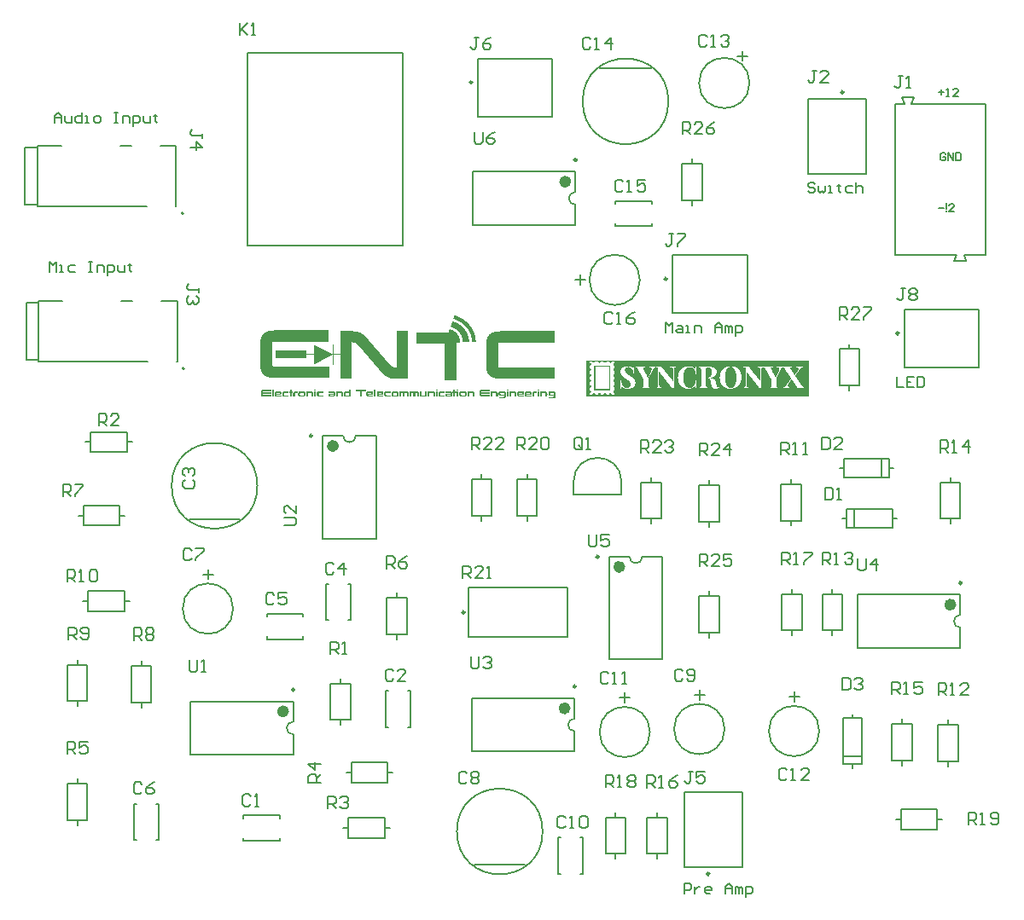
<source format=gto>
G04*
G04 #@! TF.GenerationSoftware,Altium Limited,Altium Designer,24.2.2 (26)*
G04*
G04 Layer_Color=65535*
%FSLAX44Y44*%
%MOMM*%
G71*
G04*
G04 #@! TF.SameCoordinates,0EA0B31A-DED8-4D88-AA7A-5696349AFEB5*
G04*
G04*
G04 #@! TF.FilePolarity,Positive*
G04*
G01*
G75*
%ADD10C,0.2000*%
%ADD11C,0.2500*%
%ADD12C,0.6000*%
%ADD13C,0.1500*%
%ADD14C,0.1270*%
%ADD15C,0.1524*%
%ADD16C,0.2032*%
G36*
X383958Y-362265D02*
X382826D01*
Y-362221D01*
X370722D01*
Y-362178D01*
X370069D01*
Y-362135D01*
X369590D01*
Y-362091D01*
X369198D01*
Y-362047D01*
X368850D01*
Y-362004D01*
X368502D01*
Y-361960D01*
X368241D01*
Y-361917D01*
X367980D01*
Y-361873D01*
X367718D01*
Y-361830D01*
X367501D01*
Y-361786D01*
X367283D01*
Y-361743D01*
X367065D01*
Y-361699D01*
X366891D01*
Y-361656D01*
X366673D01*
Y-361612D01*
X366499D01*
Y-361568D01*
X366369D01*
Y-361525D01*
X366194D01*
Y-361481D01*
X366020D01*
Y-361438D01*
X365890D01*
Y-361394D01*
X365715D01*
Y-361351D01*
X365585D01*
Y-361307D01*
X365454D01*
Y-361264D01*
X365324D01*
Y-361220D01*
X365193D01*
Y-361177D01*
X365062D01*
Y-361133D01*
X364932D01*
Y-361090D01*
X364845D01*
Y-361046D01*
X364714D01*
Y-361003D01*
X364584D01*
Y-360959D01*
X364496D01*
Y-360915D01*
X364366D01*
Y-360872D01*
X364279D01*
Y-360828D01*
X364148D01*
Y-360785D01*
X364061D01*
Y-360741D01*
X363974D01*
Y-360698D01*
X363887D01*
Y-360654D01*
X363800D01*
Y-360611D01*
X363669D01*
Y-360567D01*
X363582D01*
Y-360524D01*
X363495D01*
Y-360480D01*
X363408D01*
Y-360437D01*
X363321D01*
Y-360393D01*
X363234D01*
Y-360349D01*
X363147D01*
Y-360306D01*
X363103D01*
Y-360262D01*
X363016D01*
Y-360219D01*
X362929D01*
Y-360175D01*
X362842D01*
Y-360132D01*
X362755D01*
Y-360088D01*
X362711D01*
Y-360045D01*
X362624D01*
Y-360001D01*
X362537D01*
Y-359958D01*
X362450D01*
Y-359914D01*
X362407D01*
Y-359870D01*
X362320D01*
Y-359827D01*
X362233D01*
Y-359783D01*
X362189D01*
Y-359740D01*
X362102D01*
Y-359696D01*
X362058D01*
Y-359653D01*
X361971D01*
Y-359609D01*
X361928D01*
Y-359566D01*
X361841D01*
Y-359522D01*
X361797D01*
Y-359479D01*
X361710D01*
Y-359435D01*
X361666D01*
Y-359392D01*
X361579D01*
Y-359348D01*
X361536D01*
Y-359305D01*
X361449D01*
Y-359261D01*
X361405D01*
Y-359217D01*
X361362D01*
Y-359174D01*
X361275D01*
Y-359130D01*
X361231D01*
Y-359087D01*
X361144D01*
Y-359043D01*
X361101D01*
Y-359000D01*
X361057D01*
Y-358956D01*
X360970D01*
Y-358913D01*
X360926D01*
Y-358869D01*
X360883D01*
Y-358826D01*
X360796D01*
Y-358782D01*
X360752D01*
Y-358739D01*
X360709D01*
Y-358695D01*
X360665D01*
Y-358651D01*
X360578D01*
Y-358608D01*
X360535D01*
Y-358564D01*
X360491D01*
Y-358521D01*
X360447D01*
Y-358477D01*
X360360D01*
Y-358434D01*
X360317D01*
Y-358390D01*
X360273D01*
Y-358347D01*
X360230D01*
Y-358303D01*
X360186D01*
Y-358260D01*
X360099D01*
Y-358216D01*
X360056D01*
Y-358172D01*
X360012D01*
Y-358129D01*
X359968D01*
Y-358085D01*
X359925D01*
Y-358042D01*
X359881D01*
Y-357998D01*
X359838D01*
Y-357955D01*
X359751D01*
Y-357911D01*
X359707D01*
Y-357868D01*
X359664D01*
Y-357824D01*
X359620D01*
Y-357781D01*
X359577D01*
Y-357737D01*
X359533D01*
Y-357694D01*
X359490D01*
Y-357650D01*
X359446D01*
Y-357607D01*
X359403D01*
Y-357563D01*
X359359D01*
Y-357519D01*
X359315D01*
Y-357476D01*
X359272D01*
Y-357432D01*
X359228D01*
Y-357389D01*
X359185D01*
Y-357345D01*
X359098D01*
Y-357302D01*
X359054D01*
Y-357258D01*
X359011D01*
Y-357215D01*
X358967D01*
Y-357171D01*
X358924D01*
Y-357128D01*
X358880D01*
Y-357084D01*
X358837D01*
Y-357040D01*
X358793D01*
Y-356997D01*
X358750D01*
Y-356910D01*
X358706D01*
Y-356866D01*
X358662D01*
Y-356823D01*
X358619D01*
Y-356779D01*
X358575D01*
Y-356736D01*
X358532D01*
Y-356692D01*
X358488D01*
Y-356649D01*
X358445D01*
Y-356605D01*
X358401D01*
Y-356562D01*
X358358D01*
Y-356518D01*
X358314D01*
Y-356474D01*
X358271D01*
Y-356431D01*
X358227D01*
Y-356387D01*
X358184D01*
Y-356344D01*
X358140D01*
Y-356257D01*
X358096D01*
Y-356213D01*
X358053D01*
Y-356170D01*
X358009D01*
Y-356126D01*
X357966D01*
Y-356083D01*
X357922D01*
Y-356039D01*
X357879D01*
Y-355952D01*
X357835D01*
Y-355909D01*
X357792D01*
Y-355865D01*
X357748D01*
Y-355821D01*
X357705D01*
Y-355778D01*
X357661D01*
Y-355734D01*
X357617D01*
Y-355647D01*
X357574D01*
Y-355604D01*
X357530D01*
Y-355560D01*
X357487D01*
Y-355517D01*
X357443D01*
Y-355473D01*
X357400D01*
Y-355430D01*
X357356D01*
Y-355342D01*
X357313D01*
Y-355299D01*
X357269D01*
Y-355256D01*
X357226D01*
Y-355212D01*
X357182D01*
Y-355168D01*
X357139D01*
Y-355125D01*
X357095D01*
Y-355038D01*
X357052D01*
Y-354994D01*
X357008D01*
Y-354951D01*
X356964D01*
Y-354907D01*
X356921D01*
Y-354864D01*
X356877D01*
Y-354820D01*
X356834D01*
Y-354733D01*
X356790D01*
Y-354689D01*
X356747D01*
Y-354646D01*
X356703D01*
Y-354602D01*
X356660D01*
Y-354559D01*
X356616D01*
Y-354515D01*
X356573D01*
Y-354428D01*
X356529D01*
Y-354385D01*
X356485D01*
Y-354341D01*
X356442D01*
Y-354298D01*
X356398D01*
Y-354254D01*
X356355D01*
Y-354211D01*
X356311D01*
Y-354123D01*
X356268D01*
Y-354080D01*
X356224D01*
Y-354036D01*
X356181D01*
Y-353993D01*
X356137D01*
Y-353949D01*
X356094D01*
Y-353906D01*
X356050D01*
Y-353819D01*
X356007D01*
Y-353775D01*
X355963D01*
Y-353732D01*
X355919D01*
Y-353688D01*
X355876D01*
Y-353645D01*
X355832D01*
Y-353601D01*
X355789D01*
Y-353514D01*
X355745D01*
Y-353470D01*
X355702D01*
Y-353427D01*
X355658D01*
Y-353383D01*
X355615D01*
Y-353340D01*
X355571D01*
Y-353296D01*
X355528D01*
Y-353209D01*
X355484D01*
Y-353166D01*
X355441D01*
Y-353122D01*
X355397D01*
Y-353079D01*
X355354D01*
Y-353035D01*
X355310D01*
Y-352991D01*
X355266D01*
Y-352905D01*
X355223D01*
Y-352861D01*
X355179D01*
Y-352817D01*
X355136D01*
Y-352774D01*
X355092D01*
Y-352730D01*
X355049D01*
Y-352687D01*
X355005D01*
Y-352600D01*
X354962D01*
Y-352556D01*
X354918D01*
Y-352513D01*
X354875D01*
Y-352469D01*
X354831D01*
Y-352425D01*
X354787D01*
Y-352382D01*
X354744D01*
Y-352295D01*
X354701D01*
Y-352251D01*
X354657D01*
Y-352208D01*
X354613D01*
Y-352164D01*
X354570D01*
Y-352121D01*
X354526D01*
Y-352077D01*
X354483D01*
Y-351990D01*
X354439D01*
Y-351947D01*
X354396D01*
Y-351903D01*
X354352D01*
Y-351860D01*
X354309D01*
Y-351816D01*
X354265D01*
Y-351772D01*
X354221D01*
Y-351685D01*
X354178D01*
Y-351642D01*
X354134D01*
Y-351598D01*
X354091D01*
Y-351555D01*
X354047D01*
Y-351511D01*
X354004D01*
Y-351468D01*
X353960D01*
Y-351381D01*
X353917D01*
Y-351337D01*
X353873D01*
Y-351293D01*
X353830D01*
Y-351250D01*
X353786D01*
Y-351207D01*
X353743D01*
Y-351163D01*
X353699D01*
Y-351076D01*
X353656D01*
Y-351032D01*
X353612D01*
Y-350989D01*
X353568D01*
Y-350945D01*
X353525D01*
Y-350902D01*
X353481D01*
Y-350858D01*
X353438D01*
Y-350771D01*
X353394D01*
Y-350728D01*
X353351D01*
Y-350684D01*
X353307D01*
Y-350640D01*
X353264D01*
Y-350597D01*
X353220D01*
Y-350553D01*
X353177D01*
Y-350466D01*
X353133D01*
Y-350423D01*
X353089D01*
Y-350379D01*
X353046D01*
Y-350336D01*
X353003D01*
Y-350292D01*
X352959D01*
Y-350249D01*
X352915D01*
Y-350162D01*
X352872D01*
Y-350118D01*
X352828D01*
Y-350075D01*
X352785D01*
Y-350031D01*
X352741D01*
Y-349987D01*
X352698D01*
Y-349944D01*
X352654D01*
Y-349857D01*
X352611D01*
Y-349813D01*
X352567D01*
Y-349770D01*
X352524D01*
Y-349726D01*
X352480D01*
Y-349683D01*
X352436D01*
Y-349639D01*
X352393D01*
Y-349552D01*
X352349D01*
Y-349509D01*
X352306D01*
Y-349465D01*
X352262D01*
Y-349421D01*
X352219D01*
Y-349378D01*
X352175D01*
Y-349334D01*
X352132D01*
Y-349247D01*
X352088D01*
Y-349204D01*
X352045D01*
Y-349160D01*
X352001D01*
Y-349117D01*
X351958D01*
Y-349073D01*
X351914D01*
Y-349030D01*
X351870D01*
Y-348942D01*
X351827D01*
Y-348899D01*
X351783D01*
Y-348855D01*
X351740D01*
Y-348812D01*
X351696D01*
Y-348768D01*
X351653D01*
Y-348725D01*
X351609D01*
Y-348638D01*
X351566D01*
Y-348594D01*
X351522D01*
Y-348551D01*
X351479D01*
Y-348507D01*
X351435D01*
Y-348464D01*
X351392D01*
Y-348420D01*
X351348D01*
Y-348333D01*
X351305D01*
Y-348289D01*
X351261D01*
Y-348246D01*
X351217D01*
Y-348202D01*
X351174D01*
Y-348159D01*
X351130D01*
Y-348115D01*
X351087D01*
Y-348028D01*
X351043D01*
Y-347985D01*
X351000D01*
Y-347941D01*
X350956D01*
Y-347898D01*
X350913D01*
Y-347854D01*
X350869D01*
Y-347811D01*
X350826D01*
Y-347723D01*
X350782D01*
Y-347680D01*
X350738D01*
Y-347636D01*
X350695D01*
Y-347593D01*
X350651D01*
Y-347549D01*
X350608D01*
Y-347506D01*
X350564D01*
Y-347419D01*
X350521D01*
Y-347375D01*
X350477D01*
Y-347332D01*
X350434D01*
Y-347288D01*
X350390D01*
Y-347244D01*
X350347D01*
Y-347201D01*
X350303D01*
Y-347114D01*
X350260D01*
Y-347070D01*
X350216D01*
Y-347027D01*
X350173D01*
Y-346983D01*
X350129D01*
Y-346940D01*
X350085D01*
Y-346896D01*
X350042D01*
Y-346809D01*
X349998D01*
Y-346766D01*
X349955D01*
Y-346722D01*
X349911D01*
Y-346679D01*
X349868D01*
Y-346635D01*
X349824D01*
Y-346591D01*
X349781D01*
Y-346504D01*
X349737D01*
Y-346461D01*
X349694D01*
Y-346417D01*
X349650D01*
Y-346374D01*
X349607D01*
Y-346330D01*
X349563D01*
Y-346287D01*
X349519D01*
Y-346200D01*
X349476D01*
Y-346156D01*
X349432D01*
Y-346113D01*
X349389D01*
Y-346069D01*
X349345D01*
Y-346026D01*
X349302D01*
Y-345982D01*
X349258D01*
Y-345895D01*
X349215D01*
Y-345851D01*
X349171D01*
Y-345808D01*
X349128D01*
Y-345764D01*
X349084D01*
Y-345721D01*
X349040D01*
Y-345677D01*
X348997D01*
Y-345590D01*
X348954D01*
Y-345547D01*
X348910D01*
Y-345503D01*
X348866D01*
Y-345460D01*
X348823D01*
Y-345416D01*
X348779D01*
Y-345372D01*
X348736D01*
Y-345285D01*
X348692D01*
Y-345242D01*
X348649D01*
Y-345198D01*
X348605D01*
Y-345155D01*
X348562D01*
Y-345111D01*
X348518D01*
Y-345068D01*
X348475D01*
Y-344981D01*
X348431D01*
Y-344937D01*
X348387D01*
Y-344893D01*
X348344D01*
Y-344850D01*
X348300D01*
Y-344806D01*
X348257D01*
Y-344763D01*
X348213D01*
Y-344676D01*
X348170D01*
Y-344632D01*
X348126D01*
Y-344589D01*
X348083D01*
Y-344545D01*
X348039D01*
Y-344502D01*
X347996D01*
Y-344458D01*
X347952D01*
Y-344371D01*
X347909D01*
Y-344328D01*
X347865D01*
Y-344284D01*
X347822D01*
Y-344240D01*
X347778D01*
Y-344197D01*
X347734D01*
Y-344153D01*
X347691D01*
Y-344066D01*
X347647D01*
Y-344023D01*
X347604D01*
Y-343979D01*
X347560D01*
Y-343936D01*
X347517D01*
Y-343892D01*
X347473D01*
Y-343849D01*
X347430D01*
Y-343761D01*
X347386D01*
Y-343718D01*
X347343D01*
Y-343674D01*
X347299D01*
Y-343631D01*
X347256D01*
Y-343587D01*
X347212D01*
Y-343544D01*
X347168D01*
Y-343457D01*
X347125D01*
Y-343413D01*
X347081D01*
Y-343370D01*
X347038D01*
Y-343326D01*
X346994D01*
Y-343283D01*
X346951D01*
Y-343239D01*
X346907D01*
Y-343152D01*
X346864D01*
Y-343108D01*
X346820D01*
Y-343065D01*
X346777D01*
Y-343021D01*
X346733D01*
Y-342978D01*
X346689D01*
Y-342934D01*
X346646D01*
Y-342847D01*
X346602D01*
Y-342804D01*
X346559D01*
Y-342760D01*
X346515D01*
Y-342717D01*
X346472D01*
Y-342673D01*
X346428D01*
Y-342630D01*
X346385D01*
Y-342542D01*
X346341D01*
Y-342499D01*
X346298D01*
Y-342455D01*
X346254D01*
Y-342412D01*
X346211D01*
Y-342368D01*
X346167D01*
Y-342325D01*
X346124D01*
Y-342238D01*
X346080D01*
Y-342194D01*
X346036D01*
Y-342151D01*
X345993D01*
Y-342107D01*
X345949D01*
Y-342063D01*
X345906D01*
Y-342020D01*
X345862D01*
Y-341933D01*
X345819D01*
Y-341889D01*
X345775D01*
Y-341846D01*
X345732D01*
Y-341802D01*
X345688D01*
Y-341759D01*
X345645D01*
Y-341715D01*
X345601D01*
Y-341628D01*
X345558D01*
Y-341585D01*
X345514D01*
Y-341541D01*
X345470D01*
Y-341497D01*
X345427D01*
Y-341454D01*
X345383D01*
Y-341410D01*
X345340D01*
Y-341323D01*
X345296D01*
Y-341280D01*
X345253D01*
Y-341236D01*
X345209D01*
Y-341193D01*
X345166D01*
Y-341149D01*
X345122D01*
Y-341106D01*
X345079D01*
Y-341019D01*
X345035D01*
Y-340975D01*
X344991D01*
Y-340932D01*
X344948D01*
Y-340888D01*
X344904D01*
Y-340844D01*
X344861D01*
Y-340801D01*
X344817D01*
Y-340714D01*
X344774D01*
Y-340670D01*
X344730D01*
Y-340627D01*
X344687D01*
Y-340583D01*
X344643D01*
Y-340540D01*
X344600D01*
Y-340496D01*
X344556D01*
Y-340409D01*
X344513D01*
Y-340366D01*
X344469D01*
Y-340322D01*
X344426D01*
Y-340279D01*
X344382D01*
Y-340235D01*
X344338D01*
Y-340191D01*
X344295D01*
Y-340104D01*
X344251D01*
Y-340061D01*
X344208D01*
Y-340017D01*
X344164D01*
Y-339974D01*
X344121D01*
Y-339930D01*
X344077D01*
Y-339887D01*
X344034D01*
Y-339800D01*
X343990D01*
Y-339756D01*
X343947D01*
Y-339712D01*
X343903D01*
Y-339669D01*
X343859D01*
Y-339625D01*
X343816D01*
Y-339582D01*
X343773D01*
Y-339495D01*
X343729D01*
Y-339451D01*
X343685D01*
Y-339408D01*
X343642D01*
Y-339364D01*
X343598D01*
Y-339321D01*
X343555D01*
Y-339277D01*
X343511D01*
Y-339190D01*
X343468D01*
Y-339146D01*
X343424D01*
Y-339103D01*
X343381D01*
Y-339059D01*
X343337D01*
Y-339016D01*
X343293D01*
Y-338972D01*
X343250D01*
Y-338885D01*
X343206D01*
Y-338842D01*
X343163D01*
Y-338798D01*
X343119D01*
Y-338755D01*
X343076D01*
Y-338711D01*
X343032D01*
Y-338668D01*
X342989D01*
Y-338581D01*
X342945D01*
Y-338537D01*
X342902D01*
Y-338493D01*
X342858D01*
Y-338450D01*
X342815D01*
Y-338406D01*
X342771D01*
Y-338363D01*
X342728D01*
Y-338276D01*
X342684D01*
Y-338232D01*
X342640D01*
Y-338189D01*
X342597D01*
Y-338145D01*
X342553D01*
Y-338102D01*
X342510D01*
Y-338058D01*
X342466D01*
Y-337971D01*
X342423D01*
Y-337927D01*
X342379D01*
Y-337884D01*
X342336D01*
Y-337840D01*
X342292D01*
Y-337797D01*
X342249D01*
Y-337753D01*
X342205D01*
Y-337666D01*
X342162D01*
Y-337623D01*
X342118D01*
Y-337579D01*
X342075D01*
Y-337536D01*
X342031D01*
Y-337492D01*
X341987D01*
Y-337449D01*
X341944D01*
Y-337361D01*
X341900D01*
Y-337318D01*
X341857D01*
Y-337274D01*
X341813D01*
Y-337231D01*
X341770D01*
Y-337187D01*
X341726D01*
Y-337144D01*
X341683D01*
Y-337057D01*
X341639D01*
Y-337013D01*
X341596D01*
Y-336970D01*
X341552D01*
Y-336926D01*
X341508D01*
Y-336883D01*
X341465D01*
Y-336839D01*
X341421D01*
Y-336752D01*
X341378D01*
Y-336708D01*
X341334D01*
Y-336665D01*
X341291D01*
Y-336621D01*
X341247D01*
Y-336578D01*
X341204D01*
Y-336534D01*
X341160D01*
Y-336447D01*
X341117D01*
Y-336404D01*
X341073D01*
Y-336360D01*
X341030D01*
Y-336316D01*
X340986D01*
Y-336273D01*
X340942D01*
Y-336230D01*
X340899D01*
Y-336142D01*
X340855D01*
Y-336099D01*
X340812D01*
Y-336055D01*
X340768D01*
Y-336012D01*
X340725D01*
Y-335968D01*
X340681D01*
Y-335925D01*
X340638D01*
Y-335838D01*
X340594D01*
Y-335794D01*
X340551D01*
Y-335751D01*
X340507D01*
Y-335707D01*
X340464D01*
Y-335663D01*
X340420D01*
Y-335620D01*
X340377D01*
Y-335533D01*
X340333D01*
Y-335489D01*
X340289D01*
Y-335446D01*
X340246D01*
Y-335402D01*
X340202D01*
Y-335359D01*
X340159D01*
Y-335315D01*
X340115D01*
Y-335228D01*
X340072D01*
Y-335185D01*
X340028D01*
Y-335141D01*
X339985D01*
Y-335098D01*
X339941D01*
Y-335054D01*
X339898D01*
Y-335010D01*
X339854D01*
Y-334923D01*
X339810D01*
Y-334880D01*
X339767D01*
Y-334836D01*
X339724D01*
Y-334793D01*
X339680D01*
Y-334749D01*
X339636D01*
Y-334706D01*
X339593D01*
Y-334619D01*
X339549D01*
Y-334575D01*
X339506D01*
Y-334532D01*
X339462D01*
Y-334488D01*
X339419D01*
Y-334444D01*
X339375D01*
Y-334401D01*
X339332D01*
Y-334314D01*
X339288D01*
Y-334270D01*
X339244D01*
Y-334227D01*
X339201D01*
Y-334183D01*
X339157D01*
Y-334140D01*
X339114D01*
Y-334096D01*
X339070D01*
Y-334009D01*
X339027D01*
Y-333965D01*
X338983D01*
Y-333922D01*
X338940D01*
Y-333878D01*
X338896D01*
Y-333835D01*
X338853D01*
Y-333791D01*
X338809D01*
Y-333704D01*
X338766D01*
Y-333661D01*
X338722D01*
Y-333617D01*
X338679D01*
Y-333574D01*
X338635D01*
Y-333530D01*
X338591D01*
Y-333487D01*
X338548D01*
Y-333400D01*
X338504D01*
Y-333356D01*
X338461D01*
Y-333312D01*
X338417D01*
Y-333269D01*
X338374D01*
Y-333225D01*
X338330D01*
Y-333182D01*
X338287D01*
Y-333095D01*
X338243D01*
Y-333051D01*
X338200D01*
Y-333008D01*
X338156D01*
Y-332964D01*
X338113D01*
Y-332921D01*
X338069D01*
Y-332877D01*
X338026D01*
Y-332790D01*
X337982D01*
Y-332747D01*
X337938D01*
Y-332703D01*
X337895D01*
Y-332659D01*
X337851D01*
Y-332616D01*
X337808D01*
Y-332572D01*
X337764D01*
Y-332485D01*
X337721D01*
Y-332442D01*
X337677D01*
Y-332398D01*
X337634D01*
Y-332355D01*
X337590D01*
Y-332311D01*
X337547D01*
Y-332267D01*
X337503D01*
Y-332180D01*
X337459D01*
Y-332137D01*
X337416D01*
Y-332093D01*
X337372D01*
Y-332050D01*
X337329D01*
Y-332006D01*
X337285D01*
Y-331963D01*
X337242D01*
Y-331876D01*
X337198D01*
Y-331832D01*
X337155D01*
Y-331789D01*
X337111D01*
Y-331745D01*
X337068D01*
Y-331702D01*
X337024D01*
Y-331658D01*
X336981D01*
Y-331571D01*
X336937D01*
Y-331527D01*
X336894D01*
Y-331484D01*
X336850D01*
Y-331440D01*
X336806D01*
Y-331397D01*
X336763D01*
Y-331353D01*
X336719D01*
Y-331266D01*
X336676D01*
Y-331223D01*
X336632D01*
Y-331179D01*
X336589D01*
Y-331136D01*
X336545D01*
Y-331092D01*
X336502D01*
Y-331049D01*
X336458D01*
Y-330961D01*
X336415D01*
Y-330918D01*
X336371D01*
Y-330874D01*
X336328D01*
Y-330831D01*
X336284D01*
Y-330787D01*
X336240D01*
Y-330744D01*
X336197D01*
Y-330700D01*
X336153D01*
Y-330613D01*
X336110D01*
Y-330569D01*
X336066D01*
Y-330526D01*
X336023D01*
Y-330482D01*
X335979D01*
Y-330439D01*
X335936D01*
Y-330352D01*
X335892D01*
Y-330308D01*
X335849D01*
Y-330265D01*
X335805D01*
Y-330221D01*
X335761D01*
Y-330178D01*
X335718D01*
Y-330134D01*
X335674D01*
Y-330047D01*
X335631D01*
Y-330004D01*
X335587D01*
Y-329960D01*
X335544D01*
Y-329916D01*
X335500D01*
Y-329873D01*
X335457D01*
Y-329829D01*
X335413D01*
Y-329742D01*
X335370D01*
Y-329699D01*
X335326D01*
Y-329655D01*
X335283D01*
Y-329612D01*
X335239D01*
Y-329568D01*
X335196D01*
Y-329525D01*
X335152D01*
Y-329481D01*
X335108D01*
Y-329394D01*
X335065D01*
Y-329351D01*
X335021D01*
Y-329307D01*
X334978D01*
Y-329263D01*
X334934D01*
Y-329220D01*
X334891D01*
Y-329176D01*
X334847D01*
Y-329133D01*
X334804D01*
Y-329089D01*
X334760D01*
Y-329046D01*
X334717D01*
Y-329002D01*
X334673D01*
Y-328959D01*
X334630D01*
Y-328915D01*
X334586D01*
Y-328872D01*
X334543D01*
Y-328828D01*
X334499D01*
Y-328784D01*
X334455D01*
Y-328741D01*
X334412D01*
Y-328697D01*
X334368D01*
Y-328654D01*
X334325D01*
Y-328610D01*
X334281D01*
Y-328567D01*
X334238D01*
Y-328523D01*
X334194D01*
Y-328480D01*
X334151D01*
Y-328436D01*
X334063D01*
Y-328393D01*
X334020D01*
Y-328349D01*
X333977D01*
Y-328306D01*
X333933D01*
Y-328262D01*
X333889D01*
Y-328218D01*
X333802D01*
Y-328175D01*
X333759D01*
Y-328131D01*
X333715D01*
Y-328088D01*
X333672D01*
Y-328044D01*
X333628D01*
Y-328001D01*
X333541D01*
Y-327957D01*
X333498D01*
Y-327914D01*
X333454D01*
Y-327870D01*
X333367D01*
Y-327827D01*
X333323D01*
Y-327783D01*
X333280D01*
Y-327740D01*
X333193D01*
Y-327696D01*
X333149D01*
Y-327653D01*
X333062D01*
Y-327609D01*
X333019D01*
Y-327565D01*
X332932D01*
Y-327522D01*
X332888D01*
Y-327478D01*
X332801D01*
Y-327435D01*
X332757D01*
Y-327391D01*
X332670D01*
Y-327348D01*
X332627D01*
Y-327304D01*
X332540D01*
Y-327261D01*
X332453D01*
Y-327217D01*
X332409D01*
Y-327174D01*
X332322D01*
Y-327130D01*
X332235D01*
Y-327086D01*
X332148D01*
Y-327043D01*
X332104D01*
Y-326999D01*
X332017D01*
Y-326956D01*
X331930D01*
Y-326912D01*
X331843D01*
Y-326869D01*
X331756D01*
Y-326825D01*
X331669D01*
Y-326782D01*
X331582D01*
Y-326738D01*
X331451D01*
Y-326695D01*
X331364D01*
Y-326651D01*
X331277D01*
Y-326608D01*
X331147D01*
Y-326564D01*
X331059D01*
Y-326521D01*
X330929D01*
Y-326477D01*
X330798D01*
Y-326433D01*
X330668D01*
Y-326390D01*
X330537D01*
Y-326346D01*
X330406D01*
Y-326303D01*
X330232D01*
Y-326259D01*
X330058D01*
Y-326216D01*
X329840D01*
Y-326172D01*
X329623D01*
Y-326129D01*
X329318D01*
Y-326085D01*
X328839D01*
Y-326042D01*
X328229D01*
Y-326085D01*
X328012D01*
Y-362265D01*
X327010D01*
Y-362221D01*
X316735D01*
Y-338581D01*
X310292D01*
Y-338537D01*
X310161D01*
Y-348333D01*
X310118D01*
Y-348420D01*
X309508D01*
Y-338363D01*
X309421D01*
Y-338406D01*
X309334D01*
Y-338450D01*
X309247D01*
Y-338493D01*
X309160D01*
Y-338537D01*
X309073D01*
Y-338581D01*
X308986D01*
Y-338624D01*
X308899D01*
Y-338668D01*
X308812D01*
Y-338711D01*
X308768D01*
Y-338755D01*
X308681D01*
Y-338798D01*
X308594D01*
Y-338842D01*
X308507D01*
Y-338885D01*
X308420D01*
Y-338929D01*
X308333D01*
Y-338972D01*
X308246D01*
Y-339016D01*
X308158D01*
Y-339059D01*
X308071D01*
Y-339103D01*
X307984D01*
Y-339146D01*
X307897D01*
Y-339190D01*
X307810D01*
Y-339234D01*
X307723D01*
Y-339277D01*
X307636D01*
Y-339321D01*
X307549D01*
Y-339364D01*
X307462D01*
Y-339408D01*
X307375D01*
Y-339451D01*
X307288D01*
Y-339495D01*
X307201D01*
Y-339538D01*
X307114D01*
Y-339582D01*
X307027D01*
Y-339625D01*
X306940D01*
Y-339669D01*
X306852D01*
Y-339712D01*
X306765D01*
Y-339756D01*
X306678D01*
Y-339800D01*
X306591D01*
Y-339843D01*
X306504D01*
Y-339887D01*
X306417D01*
Y-339930D01*
X306330D01*
Y-339974D01*
X306243D01*
Y-340017D01*
X306156D01*
Y-340061D01*
X306069D01*
Y-340104D01*
X306025D01*
Y-340148D01*
X305938D01*
Y-340191D01*
X305851D01*
Y-340235D01*
X305764D01*
Y-340279D01*
X305677D01*
Y-340322D01*
X305590D01*
Y-340366D01*
X305503D01*
Y-340409D01*
X305416D01*
Y-340453D01*
X305329D01*
Y-340496D01*
X305242D01*
Y-340540D01*
X305154D01*
Y-340583D01*
X305067D01*
Y-340627D01*
X304980D01*
Y-340670D01*
X304893D01*
Y-340714D01*
X304806D01*
Y-340757D01*
X304719D01*
Y-340801D01*
X304632D01*
Y-340844D01*
X304545D01*
Y-340888D01*
X304458D01*
Y-340932D01*
X304371D01*
Y-340975D01*
X304284D01*
Y-341019D01*
X304197D01*
Y-341062D01*
X304109D01*
Y-341106D01*
X304023D01*
Y-341149D01*
X303935D01*
Y-341193D01*
X303848D01*
Y-341236D01*
X303761D01*
Y-341280D01*
X303674D01*
Y-341323D01*
X303631D01*
Y-341367D01*
X303543D01*
Y-341410D01*
X303456D01*
Y-341454D01*
X303369D01*
Y-341497D01*
X303282D01*
Y-341541D01*
X303195D01*
Y-341585D01*
X303108D01*
Y-341628D01*
X303021D01*
Y-341672D01*
X302934D01*
Y-341715D01*
X302847D01*
Y-341759D01*
X302760D01*
Y-341802D01*
X302673D01*
Y-341846D01*
X302586D01*
Y-341889D01*
X302499D01*
Y-341933D01*
X302412D01*
Y-341977D01*
X302325D01*
Y-342020D01*
X302237D01*
Y-342063D01*
X302150D01*
Y-342107D01*
X302063D01*
Y-342151D01*
X301976D01*
Y-342194D01*
X301889D01*
Y-342238D01*
X301802D01*
Y-342281D01*
X301715D01*
Y-342325D01*
X301628D01*
Y-342368D01*
X301541D01*
Y-342412D01*
X301454D01*
Y-342455D01*
X301367D01*
Y-342499D01*
X301323D01*
Y-342542D01*
X301236D01*
Y-342586D01*
X301149D01*
Y-342630D01*
X301062D01*
Y-342673D01*
X300975D01*
Y-342717D01*
X300888D01*
Y-342760D01*
X300801D01*
Y-342804D01*
X300714D01*
Y-342847D01*
X300627D01*
Y-342891D01*
X300539D01*
Y-342934D01*
X300452D01*
Y-342978D01*
X300365D01*
Y-343021D01*
X300278D01*
Y-343065D01*
X300191D01*
Y-343108D01*
X300104D01*
Y-343152D01*
X300017D01*
Y-343195D01*
X299930D01*
Y-343239D01*
X299843D01*
Y-343283D01*
X299756D01*
Y-343326D01*
X299669D01*
Y-343370D01*
X299582D01*
Y-343413D01*
X299494D01*
Y-343457D01*
X299408D01*
Y-343500D01*
X299320D01*
Y-343544D01*
X299233D01*
Y-343587D01*
X299146D01*
Y-343631D01*
X299059D01*
Y-343674D01*
X299016D01*
Y-343718D01*
X298929D01*
Y-343761D01*
X298841D01*
Y-343805D01*
X298754D01*
Y-343849D01*
X298667D01*
Y-343892D01*
X298580D01*
Y-343936D01*
X298493D01*
Y-343979D01*
X298406D01*
Y-344023D01*
X298319D01*
Y-344066D01*
X298232D01*
Y-344110D01*
X298145D01*
Y-344153D01*
X298058D01*
Y-344197D01*
X297971D01*
Y-344240D01*
X297884D01*
Y-344284D01*
X297797D01*
Y-344328D01*
X297710D01*
Y-344371D01*
X297622D01*
Y-344415D01*
X297535D01*
Y-344458D01*
X297448D01*
Y-344502D01*
X297361D01*
Y-344545D01*
X297274D01*
Y-344589D01*
X297187D01*
Y-344632D01*
X297100D01*
Y-344676D01*
X297013D01*
Y-344719D01*
X296926D01*
Y-344763D01*
X296839D01*
Y-344806D01*
X296752D01*
Y-344850D01*
X296708D01*
Y-344893D01*
X296621D01*
Y-344937D01*
X296534D01*
Y-344981D01*
X296447D01*
Y-345024D01*
X296360D01*
Y-345068D01*
X296273D01*
Y-345111D01*
X296186D01*
Y-345155D01*
X296099D01*
Y-345198D01*
X296012D01*
Y-345242D01*
X295924D01*
Y-345285D01*
X295837D01*
Y-345329D01*
X295750D01*
Y-345372D01*
X295663D01*
Y-345416D01*
X295576D01*
Y-345460D01*
X295489D01*
Y-345503D01*
X295402D01*
Y-345547D01*
X295315D01*
Y-345590D01*
X295228D01*
Y-345634D01*
X295141D01*
Y-345677D01*
X295054D01*
Y-345721D01*
X294967D01*
Y-345764D01*
X294879D01*
Y-345808D01*
X294792D01*
Y-345851D01*
X294705D01*
Y-345895D01*
X294618D01*
Y-345938D01*
X294531D01*
Y-345982D01*
X294444D01*
Y-346026D01*
X294401D01*
Y-346069D01*
X294314D01*
Y-346113D01*
X294226D01*
Y-346156D01*
X294139D01*
Y-346200D01*
X294052D01*
Y-346243D01*
X293965D01*
Y-346287D01*
X293878D01*
Y-346330D01*
X293791D01*
Y-346374D01*
X293704D01*
Y-346417D01*
X293617D01*
Y-346461D01*
X293530D01*
Y-346504D01*
X293443D01*
Y-346548D01*
X293356D01*
Y-346591D01*
X293269D01*
Y-346635D01*
X293182D01*
Y-346679D01*
X293095D01*
Y-346722D01*
X293007D01*
Y-346766D01*
X292920D01*
Y-346809D01*
X292833D01*
Y-346853D01*
X292746D01*
Y-346896D01*
X292659D01*
Y-346940D01*
X292572D01*
Y-346983D01*
X292485D01*
Y-347027D01*
X292398D01*
Y-347070D01*
X292311D01*
Y-347114D01*
X292224D01*
Y-347157D01*
X292137D01*
Y-347201D01*
X292093D01*
Y-347244D01*
X292006D01*
Y-347288D01*
X291919D01*
Y-347332D01*
X291832D01*
Y-347375D01*
X291745D01*
Y-347419D01*
X291658D01*
Y-347462D01*
X291571D01*
Y-347506D01*
X291527D01*
Y-347549D01*
X291440D01*
Y-347593D01*
X291353D01*
Y-347636D01*
X291266D01*
Y-347680D01*
X291222D01*
Y-347723D01*
X291135D01*
Y-347767D01*
X291048D01*
Y-347811D01*
X291005D01*
Y-347854D01*
X290918D01*
Y-347898D01*
X290830D01*
Y-347985D01*
X290613D01*
Y-347941D01*
X290395D01*
Y-347811D01*
X290439D01*
Y-347506D01*
X290482D01*
Y-344110D01*
X290526D01*
Y-338581D01*
X288828D01*
Y-338624D01*
X287304D01*
Y-338581D01*
X283211D01*
Y-341628D01*
X280338D01*
Y-341672D01*
X274069D01*
Y-341628D01*
X269932D01*
Y-341672D01*
X268974D01*
Y-341628D01*
X264229D01*
Y-341672D01*
X256479D01*
Y-341628D01*
X253040D01*
Y-333878D01*
X283211D01*
Y-337405D01*
X283168D01*
Y-337840D01*
X283995D01*
Y-337884D01*
X290569D01*
Y-328393D01*
X290656D01*
Y-328436D01*
X290743D01*
Y-328480D01*
X290830D01*
Y-328523D01*
X290918D01*
Y-328567D01*
X291005D01*
Y-328610D01*
X291092D01*
Y-328654D01*
X291179D01*
Y-328697D01*
X291266D01*
Y-328741D01*
X291353D01*
Y-328784D01*
X291440D01*
Y-328828D01*
X291527D01*
Y-328872D01*
X291571D01*
Y-328915D01*
X291658D01*
Y-328959D01*
X291745D01*
Y-329002D01*
X291832D01*
Y-329046D01*
X291919D01*
Y-329089D01*
X292006D01*
Y-329133D01*
X292093D01*
Y-329176D01*
X292180D01*
Y-329220D01*
X292267D01*
Y-329263D01*
X292354D01*
Y-329307D01*
X292441D01*
Y-329351D01*
X292528D01*
Y-329394D01*
X292616D01*
Y-329438D01*
X292703D01*
Y-329481D01*
X292790D01*
Y-329525D01*
X292877D01*
Y-329568D01*
X292964D01*
Y-329612D01*
X293051D01*
Y-329655D01*
X293138D01*
Y-329699D01*
X293182D01*
Y-329742D01*
X293269D01*
Y-329786D01*
X293356D01*
Y-329829D01*
X293443D01*
Y-329873D01*
X293530D01*
Y-329916D01*
X293617D01*
Y-329960D01*
X293704D01*
Y-330004D01*
X293791D01*
Y-330047D01*
X293878D01*
Y-330091D01*
X293965D01*
Y-330134D01*
X294052D01*
Y-330178D01*
X294139D01*
Y-330221D01*
X294226D01*
Y-330265D01*
X294314D01*
Y-330308D01*
X294401D01*
Y-330352D01*
X294488D01*
Y-330395D01*
X294575D01*
Y-330439D01*
X294662D01*
Y-330482D01*
X294749D01*
Y-330526D01*
X294836D01*
Y-330569D01*
X294923D01*
Y-330613D01*
X294967D01*
Y-330657D01*
X295054D01*
Y-330700D01*
X295141D01*
Y-330744D01*
X295228D01*
Y-330787D01*
X295315D01*
Y-330831D01*
X295402D01*
Y-330874D01*
X295489D01*
Y-330918D01*
X295576D01*
Y-330961D01*
X295663D01*
Y-331005D01*
X295750D01*
Y-331049D01*
X295837D01*
Y-331092D01*
X295924D01*
Y-331136D01*
X296012D01*
Y-331179D01*
X296099D01*
Y-331223D01*
X296186D01*
Y-331266D01*
X296273D01*
Y-331310D01*
X296360D01*
Y-331353D01*
X296447D01*
Y-331397D01*
X296534D01*
Y-331440D01*
X296621D01*
Y-331484D01*
X296708D01*
Y-331527D01*
X296795D01*
Y-331571D01*
X296839D01*
Y-331614D01*
X296926D01*
Y-331658D01*
X297013D01*
Y-331702D01*
X297100D01*
Y-331745D01*
X297187D01*
Y-331789D01*
X297274D01*
Y-331832D01*
X297361D01*
Y-331876D01*
X297448D01*
Y-331919D01*
X297535D01*
Y-331963D01*
X297622D01*
Y-332006D01*
X297710D01*
Y-332050D01*
X297797D01*
Y-332093D01*
X297884D01*
Y-332137D01*
X297971D01*
Y-332180D01*
X298058D01*
Y-332224D01*
X298145D01*
Y-332267D01*
X298232D01*
Y-332311D01*
X298319D01*
Y-332355D01*
X298406D01*
Y-332398D01*
X298493D01*
Y-332442D01*
X298580D01*
Y-332485D01*
X298667D01*
Y-332529D01*
X298754D01*
Y-332572D01*
X298841D01*
Y-332616D01*
X298929D01*
Y-332659D01*
X298972D01*
Y-332703D01*
X299059D01*
Y-332747D01*
X299146D01*
Y-332790D01*
X299233D01*
Y-332834D01*
X299320D01*
Y-332877D01*
X299408D01*
Y-332921D01*
X299494D01*
Y-332964D01*
X299582D01*
Y-333008D01*
X299669D01*
Y-333051D01*
X299756D01*
Y-333095D01*
X299843D01*
Y-333138D01*
X299930D01*
Y-333182D01*
X300017D01*
Y-333225D01*
X300104D01*
Y-333269D01*
X300191D01*
Y-333312D01*
X300278D01*
Y-333356D01*
X300365D01*
Y-333400D01*
X300452D01*
Y-333443D01*
X300539D01*
Y-333487D01*
X300627D01*
Y-333530D01*
X300714D01*
Y-333574D01*
X300801D01*
Y-333617D01*
X300888D01*
Y-333661D01*
X300975D01*
Y-333704D01*
X301062D01*
Y-333748D01*
X301149D01*
Y-333791D01*
X301236D01*
Y-333835D01*
X301323D01*
Y-333878D01*
X301410D01*
Y-333922D01*
X301454D01*
Y-333965D01*
X301541D01*
Y-334009D01*
X301628D01*
Y-334053D01*
X301715D01*
Y-334096D01*
X301802D01*
Y-334140D01*
X301889D01*
Y-334183D01*
X301976D01*
Y-334227D01*
X302063D01*
Y-334270D01*
X302150D01*
Y-334314D01*
X302237D01*
Y-334357D01*
X302325D01*
Y-334401D01*
X302412D01*
Y-334444D01*
X302499D01*
Y-334488D01*
X302586D01*
Y-334532D01*
X302673D01*
Y-334575D01*
X302760D01*
Y-334619D01*
X302847D01*
Y-334662D01*
X302934D01*
Y-334706D01*
X303021D01*
Y-334749D01*
X303108D01*
Y-334793D01*
X303195D01*
Y-334836D01*
X303282D01*
Y-334880D01*
X303369D01*
Y-334923D01*
X303456D01*
Y-334967D01*
X303543D01*
Y-335010D01*
X303631D01*
Y-335054D01*
X303718D01*
Y-335098D01*
X303805D01*
Y-335141D01*
X303892D01*
Y-335185D01*
X303979D01*
Y-335228D01*
X304066D01*
Y-335272D01*
X304153D01*
Y-335315D01*
X304197D01*
Y-335359D01*
X304284D01*
Y-335402D01*
X304371D01*
Y-335446D01*
X304458D01*
Y-335489D01*
X304545D01*
Y-335533D01*
X304632D01*
Y-335576D01*
X304719D01*
Y-335620D01*
X304806D01*
Y-335663D01*
X304893D01*
Y-335707D01*
X304980D01*
Y-335751D01*
X305067D01*
Y-335794D01*
X305154D01*
Y-335838D01*
X305242D01*
Y-335881D01*
X305329D01*
Y-335925D01*
X305416D01*
Y-335968D01*
X305503D01*
Y-336012D01*
X305590D01*
Y-336055D01*
X305677D01*
Y-336099D01*
X305764D01*
Y-336142D01*
X305851D01*
Y-336186D01*
X305938D01*
Y-336230D01*
X306025D01*
Y-336273D01*
X306112D01*
Y-336316D01*
X306199D01*
Y-336360D01*
X306286D01*
Y-336404D01*
X306374D01*
Y-336447D01*
X306461D01*
Y-336491D01*
X306548D01*
Y-336534D01*
X306635D01*
Y-336578D01*
X306722D01*
Y-336621D01*
X306809D01*
Y-336665D01*
X306896D01*
Y-336708D01*
X306983D01*
Y-336752D01*
X307070D01*
Y-336796D01*
X307157D01*
Y-336839D01*
X307244D01*
Y-336883D01*
X307288D01*
Y-336926D01*
X307375D01*
Y-336970D01*
X307462D01*
Y-337013D01*
X307549D01*
Y-337057D01*
X307636D01*
Y-337100D01*
X307723D01*
Y-337144D01*
X307810D01*
Y-337187D01*
X307897D01*
Y-337231D01*
X307984D01*
Y-337274D01*
X308071D01*
Y-337318D01*
X308158D01*
Y-337361D01*
X308246D01*
Y-337405D01*
X308333D01*
Y-337449D01*
X308420D01*
Y-337492D01*
X308507D01*
Y-337536D01*
X308594D01*
Y-337579D01*
X308681D01*
Y-337623D01*
X308768D01*
Y-337666D01*
X308855D01*
Y-337710D01*
X308942D01*
Y-337753D01*
X309029D01*
Y-337797D01*
X309116D01*
Y-337840D01*
X309203D01*
Y-337884D01*
X309291D01*
Y-337927D01*
X309378D01*
Y-337971D01*
X309465D01*
Y-338014D01*
X309508D01*
Y-328393D01*
X310161D01*
Y-337840D01*
X311424D01*
Y-337884D01*
X315604D01*
Y-337840D01*
X316779D01*
Y-336883D01*
X316735D01*
Y-315027D01*
X327446D01*
Y-314983D01*
X328229D01*
Y-315027D01*
X329361D01*
Y-315070D01*
X330145D01*
Y-315114D01*
X330755D01*
Y-315157D01*
X331190D01*
Y-315201D01*
X331625D01*
Y-315244D01*
X331974D01*
Y-315288D01*
X332279D01*
Y-315331D01*
X332540D01*
Y-315375D01*
X332801D01*
Y-315418D01*
X333019D01*
Y-315462D01*
X333236D01*
Y-315506D01*
X333454D01*
Y-315549D01*
X333672D01*
Y-315593D01*
X333846D01*
Y-315636D01*
X334020D01*
Y-315680D01*
X334194D01*
Y-315723D01*
X334325D01*
Y-315767D01*
X334499D01*
Y-315810D01*
X334630D01*
Y-315854D01*
X334760D01*
Y-315897D01*
X334891D01*
Y-315941D01*
X335021D01*
Y-315984D01*
X335152D01*
Y-316028D01*
X335283D01*
Y-316071D01*
X335370D01*
Y-316115D01*
X335500D01*
Y-316159D01*
X335631D01*
Y-316202D01*
X335718D01*
Y-316246D01*
X335849D01*
Y-316289D01*
X335936D01*
Y-316333D01*
X336066D01*
Y-316376D01*
X336153D01*
Y-316420D01*
X336240D01*
Y-316463D01*
X336328D01*
Y-316507D01*
X336415D01*
Y-316550D01*
X336545D01*
Y-316594D01*
X336632D01*
Y-316637D01*
X336719D01*
Y-316681D01*
X336806D01*
Y-316724D01*
X336894D01*
Y-316768D01*
X336981D01*
Y-316812D01*
X337068D01*
Y-316855D01*
X337155D01*
Y-316899D01*
X337198D01*
Y-316942D01*
X337285D01*
Y-316986D01*
X337372D01*
Y-317029D01*
X337459D01*
Y-317073D01*
X337547D01*
Y-317116D01*
X337590D01*
Y-317160D01*
X337677D01*
Y-317204D01*
X337764D01*
Y-317247D01*
X337808D01*
Y-317290D01*
X337895D01*
Y-317334D01*
X337982D01*
Y-317378D01*
X338026D01*
Y-317421D01*
X338113D01*
Y-317465D01*
X338156D01*
Y-317508D01*
X338243D01*
Y-317552D01*
X338330D01*
Y-317595D01*
X338374D01*
Y-317639D01*
X338461D01*
Y-317682D01*
X338504D01*
Y-317726D01*
X338591D01*
Y-317769D01*
X338635D01*
Y-317813D01*
X338722D01*
Y-317857D01*
X338766D01*
Y-317900D01*
X338809D01*
Y-317944D01*
X338896D01*
Y-317987D01*
X338940D01*
Y-318031D01*
X339027D01*
Y-318074D01*
X339070D01*
Y-318118D01*
X339114D01*
Y-318161D01*
X339201D01*
Y-318205D01*
X339244D01*
Y-318248D01*
X339288D01*
Y-318292D01*
X339375D01*
Y-318335D01*
X339419D01*
Y-318379D01*
X339462D01*
Y-318423D01*
X339549D01*
Y-318466D01*
X339593D01*
Y-318510D01*
X339636D01*
Y-318553D01*
X339724D01*
Y-318597D01*
X339767D01*
Y-318640D01*
X339810D01*
Y-318684D01*
X339854D01*
Y-318727D01*
X339898D01*
Y-318771D01*
X339985D01*
Y-318814D01*
X340028D01*
Y-318858D01*
X340072D01*
Y-318901D01*
X340115D01*
Y-318945D01*
X340202D01*
Y-318988D01*
X340246D01*
Y-319032D01*
X340289D01*
Y-319076D01*
X340333D01*
Y-319119D01*
X340377D01*
Y-319163D01*
X340420D01*
Y-319206D01*
X340507D01*
Y-319250D01*
X340551D01*
Y-319293D01*
X340594D01*
Y-319337D01*
X340638D01*
Y-319380D01*
X340681D01*
Y-319424D01*
X340725D01*
Y-319467D01*
X340768D01*
Y-319511D01*
X340812D01*
Y-319555D01*
X340855D01*
Y-319598D01*
X340942D01*
Y-319642D01*
X340986D01*
Y-319685D01*
X341030D01*
Y-319729D01*
X341073D01*
Y-319772D01*
X341117D01*
Y-319816D01*
X341160D01*
Y-319859D01*
X341204D01*
Y-319903D01*
X341247D01*
Y-319946D01*
X341291D01*
Y-319990D01*
X341334D01*
Y-320033D01*
X341378D01*
Y-320077D01*
X341421D01*
Y-320121D01*
X341465D01*
Y-320164D01*
X341508D01*
Y-320208D01*
X341552D01*
Y-320251D01*
X341596D01*
Y-320295D01*
X341639D01*
Y-320338D01*
X341683D01*
Y-320382D01*
X341726D01*
Y-320425D01*
X341770D01*
Y-320469D01*
X341813D01*
Y-320512D01*
X341857D01*
Y-320556D01*
X341900D01*
Y-320599D01*
X341944D01*
Y-320643D01*
X341987D01*
Y-320686D01*
X342031D01*
Y-320730D01*
X342075D01*
Y-320774D01*
X342118D01*
Y-320817D01*
X342162D01*
Y-320861D01*
X342205D01*
Y-320904D01*
X342249D01*
Y-320948D01*
X342292D01*
Y-320991D01*
X342336D01*
Y-321035D01*
X342379D01*
Y-321078D01*
X342423D01*
Y-321165D01*
X342466D01*
Y-321209D01*
X342510D01*
Y-321253D01*
X342553D01*
Y-321296D01*
X342597D01*
Y-321339D01*
X342640D01*
Y-321383D01*
X342684D01*
Y-321427D01*
X342728D01*
Y-321470D01*
X342771D01*
Y-321514D01*
X342815D01*
Y-321557D01*
X342858D01*
Y-321644D01*
X342902D01*
Y-321688D01*
X342945D01*
Y-321731D01*
X342989D01*
Y-321775D01*
X343032D01*
Y-321819D01*
X343076D01*
Y-321862D01*
X343119D01*
Y-321949D01*
X343163D01*
Y-321993D01*
X343206D01*
Y-322036D01*
X343250D01*
Y-322080D01*
X343293D01*
Y-322123D01*
X343337D01*
Y-322167D01*
X343381D01*
Y-322210D01*
X343424D01*
Y-322297D01*
X343468D01*
Y-322341D01*
X343511D01*
Y-322384D01*
X343555D01*
Y-322428D01*
X343598D01*
Y-322472D01*
X343642D01*
Y-322515D01*
X343685D01*
Y-322602D01*
X343729D01*
Y-322646D01*
X343773D01*
Y-322689D01*
X343816D01*
Y-322733D01*
X343859D01*
Y-322776D01*
X343903D01*
Y-322820D01*
X343947D01*
Y-322863D01*
X343990D01*
Y-322950D01*
X344034D01*
Y-322994D01*
X344077D01*
Y-323037D01*
X344121D01*
Y-323081D01*
X344164D01*
Y-323125D01*
X344208D01*
Y-323168D01*
X344251D01*
Y-323255D01*
X344295D01*
Y-323299D01*
X344338D01*
Y-323342D01*
X344382D01*
Y-323386D01*
X344426D01*
Y-323429D01*
X344469D01*
Y-323473D01*
X344513D01*
Y-323516D01*
X344556D01*
Y-323604D01*
X344600D01*
Y-323647D01*
X344643D01*
Y-323691D01*
X344687D01*
Y-323734D01*
X344730D01*
Y-323778D01*
X344774D01*
Y-323821D01*
X344817D01*
Y-323908D01*
X344861D01*
Y-323952D01*
X344904D01*
Y-323995D01*
X344948D01*
Y-324039D01*
X344991D01*
Y-324082D01*
X345035D01*
Y-324126D01*
X345079D01*
Y-324170D01*
X345122D01*
Y-324257D01*
X345166D01*
Y-324300D01*
X345209D01*
Y-324344D01*
X345253D01*
Y-324387D01*
X345296D01*
Y-324431D01*
X345340D01*
Y-324474D01*
X345383D01*
Y-324561D01*
X345427D01*
Y-324605D01*
X345470D01*
Y-324648D01*
X345514D01*
Y-324692D01*
X345558D01*
Y-324735D01*
X345601D01*
Y-324779D01*
X345645D01*
Y-324823D01*
X345688D01*
Y-324910D01*
X345732D01*
Y-324953D01*
X345775D01*
Y-324997D01*
X345819D01*
Y-325040D01*
X345862D01*
Y-325084D01*
X345906D01*
Y-325127D01*
X345949D01*
Y-325214D01*
X345993D01*
Y-325258D01*
X346036D01*
Y-325302D01*
X346080D01*
Y-325345D01*
X346124D01*
Y-325389D01*
X346167D01*
Y-325432D01*
X346211D01*
Y-325476D01*
X346254D01*
Y-325563D01*
X346298D01*
Y-325606D01*
X346341D01*
Y-325650D01*
X346385D01*
Y-325693D01*
X346428D01*
Y-325737D01*
X346472D01*
Y-325780D01*
X346515D01*
Y-325868D01*
X346559D01*
Y-325911D01*
X346602D01*
Y-325955D01*
X346646D01*
Y-325998D01*
X346689D01*
Y-326042D01*
X346733D01*
Y-326085D01*
X346777D01*
Y-326129D01*
X346820D01*
Y-326216D01*
X346864D01*
Y-326259D01*
X346907D01*
Y-326303D01*
X346951D01*
Y-326346D01*
X346994D01*
Y-326390D01*
X347038D01*
Y-326433D01*
X347081D01*
Y-326521D01*
X347125D01*
Y-326564D01*
X347168D01*
Y-326608D01*
X347212D01*
Y-326651D01*
X347256D01*
Y-326695D01*
X347299D01*
Y-326738D01*
X347343D01*
Y-326782D01*
X347386D01*
Y-326869D01*
X347430D01*
Y-326912D01*
X347473D01*
Y-326956D01*
X347517D01*
Y-326999D01*
X347560D01*
Y-327043D01*
X347604D01*
Y-327086D01*
X347647D01*
Y-327174D01*
X347691D01*
Y-327217D01*
X347734D01*
Y-327261D01*
X347778D01*
Y-327304D01*
X347822D01*
Y-327348D01*
X347865D01*
Y-327391D01*
X347909D01*
Y-327435D01*
X347952D01*
Y-327522D01*
X347996D01*
Y-327565D01*
X348039D01*
Y-327609D01*
X348083D01*
Y-327653D01*
X348126D01*
Y-327696D01*
X348170D01*
Y-327740D01*
X348213D01*
Y-327827D01*
X348257D01*
Y-327870D01*
X348300D01*
Y-327914D01*
X348344D01*
Y-327957D01*
X348387D01*
Y-328001D01*
X348431D01*
Y-328044D01*
X348475D01*
Y-328088D01*
X348518D01*
Y-328175D01*
X348562D01*
Y-328218D01*
X348605D01*
Y-328262D01*
X348649D01*
Y-328306D01*
X348692D01*
Y-328349D01*
X348736D01*
Y-328393D01*
X348779D01*
Y-328480D01*
X348823D01*
Y-328523D01*
X348866D01*
Y-328567D01*
X348910D01*
Y-328610D01*
X348954D01*
Y-328654D01*
X348997D01*
Y-328697D01*
X349040D01*
Y-328741D01*
X349084D01*
Y-328828D01*
X349128D01*
Y-328872D01*
X349171D01*
Y-328915D01*
X349215D01*
Y-328959D01*
X349258D01*
Y-329002D01*
X349302D01*
Y-329046D01*
X349345D01*
Y-329089D01*
X349389D01*
Y-329176D01*
X349432D01*
Y-329220D01*
X349476D01*
Y-329263D01*
X349519D01*
Y-329307D01*
X349563D01*
Y-329351D01*
X349607D01*
Y-329394D01*
X349650D01*
Y-329481D01*
X349694D01*
Y-329525D01*
X349737D01*
Y-329568D01*
X349781D01*
Y-329612D01*
X349824D01*
Y-329655D01*
X349868D01*
Y-329699D01*
X349911D01*
Y-329742D01*
X349955D01*
Y-329829D01*
X349998D01*
Y-329873D01*
X350042D01*
Y-329916D01*
X350085D01*
Y-329960D01*
X350129D01*
Y-330004D01*
X350173D01*
Y-330047D01*
X350216D01*
Y-330134D01*
X350260D01*
Y-330178D01*
X350303D01*
Y-330221D01*
X350347D01*
Y-330265D01*
X350390D01*
Y-330308D01*
X350434D01*
Y-330352D01*
X350477D01*
Y-330395D01*
X350521D01*
Y-330482D01*
X350564D01*
Y-330526D01*
X350608D01*
Y-330569D01*
X350651D01*
Y-330613D01*
X350695D01*
Y-330657D01*
X350738D01*
Y-330700D01*
X350782D01*
Y-330787D01*
X350826D01*
Y-330831D01*
X350869D01*
Y-330874D01*
X350913D01*
Y-330918D01*
X350956D01*
Y-330961D01*
X351000D01*
Y-331005D01*
X351043D01*
Y-331049D01*
X351087D01*
Y-331136D01*
X351130D01*
Y-331179D01*
X351174D01*
Y-331223D01*
X351217D01*
Y-331266D01*
X351261D01*
Y-331310D01*
X351305D01*
Y-331353D01*
X351348D01*
Y-331440D01*
X351392D01*
Y-331484D01*
X351435D01*
Y-331527D01*
X351479D01*
Y-331571D01*
X351522D01*
Y-331614D01*
X351566D01*
Y-331658D01*
X351609D01*
Y-331702D01*
X351653D01*
Y-331789D01*
X351696D01*
Y-331832D01*
X351740D01*
Y-331876D01*
X351783D01*
Y-331919D01*
X351827D01*
Y-331963D01*
X351870D01*
Y-332006D01*
X351914D01*
Y-332050D01*
X351958D01*
Y-332137D01*
X352001D01*
Y-332180D01*
X352045D01*
Y-332224D01*
X352088D01*
Y-332267D01*
X352132D01*
Y-332311D01*
X352175D01*
Y-332355D01*
X352219D01*
Y-332442D01*
X352262D01*
Y-332485D01*
X352306D01*
Y-332529D01*
X352349D01*
Y-332572D01*
X352393D01*
Y-332616D01*
X352436D01*
Y-332659D01*
X352480D01*
Y-332703D01*
X352524D01*
Y-332790D01*
X352567D01*
Y-332834D01*
X352611D01*
Y-332877D01*
X352654D01*
Y-332921D01*
X352698D01*
Y-332964D01*
X352741D01*
Y-333008D01*
X352785D01*
Y-333095D01*
X352828D01*
Y-333138D01*
X352872D01*
Y-333182D01*
X352915D01*
Y-333225D01*
X352959D01*
Y-333269D01*
X353003D01*
Y-333312D01*
X353046D01*
Y-333356D01*
X353089D01*
Y-333443D01*
X353133D01*
Y-333487D01*
X353177D01*
Y-333530D01*
X353220D01*
Y-333574D01*
X353264D01*
Y-333617D01*
X353307D01*
Y-333661D01*
X353351D01*
Y-333748D01*
X353394D01*
Y-333791D01*
X353438D01*
Y-333835D01*
X353481D01*
Y-333878D01*
X353525D01*
Y-333922D01*
X353568D01*
Y-333965D01*
X353612D01*
Y-334009D01*
X353656D01*
Y-334096D01*
X353699D01*
Y-334140D01*
X353743D01*
Y-334183D01*
X353786D01*
Y-334227D01*
X353830D01*
Y-334270D01*
X353873D01*
Y-334314D01*
X353917D01*
Y-334357D01*
X353960D01*
Y-334444D01*
X354004D01*
Y-334488D01*
X354047D01*
Y-334532D01*
X354091D01*
Y-334575D01*
X354134D01*
Y-334619D01*
X354178D01*
Y-334662D01*
X354221D01*
Y-334749D01*
X354265D01*
Y-334793D01*
X354309D01*
Y-334836D01*
X354352D01*
Y-334880D01*
X354396D01*
Y-334923D01*
X354439D01*
Y-334967D01*
X354483D01*
Y-335010D01*
X354526D01*
Y-335098D01*
X354570D01*
Y-335141D01*
X354613D01*
Y-335185D01*
X354657D01*
Y-335228D01*
X354701D01*
Y-335272D01*
X354744D01*
Y-335315D01*
X354787D01*
Y-335402D01*
X354831D01*
Y-335446D01*
X354875D01*
Y-335489D01*
X354918D01*
Y-335533D01*
X354962D01*
Y-335576D01*
X355005D01*
Y-335620D01*
X355049D01*
Y-335663D01*
X355092D01*
Y-335751D01*
X355136D01*
Y-335794D01*
X355179D01*
Y-335838D01*
X355223D01*
Y-335881D01*
X355266D01*
Y-335925D01*
X355310D01*
Y-335968D01*
X355354D01*
Y-336055D01*
X355397D01*
Y-336099D01*
X355441D01*
Y-336142D01*
X355484D01*
Y-336186D01*
X355528D01*
Y-336230D01*
X355571D01*
Y-336273D01*
X355615D01*
Y-336316D01*
X355658D01*
Y-336404D01*
X355702D01*
Y-336447D01*
X355745D01*
Y-336491D01*
X355789D01*
Y-336534D01*
X355832D01*
Y-336578D01*
X355876D01*
Y-336621D01*
X355919D01*
Y-336665D01*
X355963D01*
Y-336752D01*
X356007D01*
Y-336796D01*
X356050D01*
Y-336839D01*
X356094D01*
Y-336883D01*
X356137D01*
Y-336926D01*
X356181D01*
Y-336970D01*
X356224D01*
Y-337057D01*
X356268D01*
Y-337100D01*
X356311D01*
Y-337144D01*
X356355D01*
Y-337187D01*
X356398D01*
Y-337231D01*
X356442D01*
Y-337274D01*
X356485D01*
Y-337318D01*
X356529D01*
Y-337405D01*
X356573D01*
Y-337449D01*
X356616D01*
Y-337492D01*
X356660D01*
Y-337536D01*
X356703D01*
Y-337579D01*
X356747D01*
Y-337623D01*
X356790D01*
Y-337710D01*
X356834D01*
Y-337753D01*
X356877D01*
Y-337797D01*
X356921D01*
Y-337840D01*
X356964D01*
Y-337884D01*
X357008D01*
Y-337927D01*
X357052D01*
Y-337971D01*
X357095D01*
Y-338058D01*
X357139D01*
Y-338102D01*
X357182D01*
Y-338145D01*
X357226D01*
Y-338189D01*
X357269D01*
Y-338232D01*
X357313D01*
Y-338276D01*
X357356D01*
Y-338363D01*
X357400D01*
Y-338406D01*
X357443D01*
Y-338450D01*
X357487D01*
Y-338493D01*
X357530D01*
Y-338537D01*
X357574D01*
Y-338581D01*
X357617D01*
Y-338624D01*
X357661D01*
Y-338711D01*
X357705D01*
Y-338755D01*
X357748D01*
Y-338798D01*
X357792D01*
Y-338842D01*
X357835D01*
Y-338885D01*
X357879D01*
Y-338929D01*
X357922D01*
Y-338972D01*
X357966D01*
Y-339059D01*
X358009D01*
Y-339103D01*
X358053D01*
Y-339146D01*
X358096D01*
Y-339190D01*
X358140D01*
Y-339234D01*
X358184D01*
Y-339277D01*
X358227D01*
Y-339364D01*
X358271D01*
Y-339408D01*
X358314D01*
Y-339451D01*
X358358D01*
Y-339495D01*
X358401D01*
Y-339538D01*
X358445D01*
Y-339582D01*
X358488D01*
Y-339625D01*
X358532D01*
Y-339712D01*
X358575D01*
Y-339756D01*
X358619D01*
Y-339800D01*
X358662D01*
Y-339843D01*
X358706D01*
Y-339887D01*
X358750D01*
Y-339930D01*
X358793D01*
Y-340017D01*
X358837D01*
Y-340061D01*
X358880D01*
Y-340104D01*
X358924D01*
Y-340148D01*
X358967D01*
Y-340191D01*
X359011D01*
Y-340235D01*
X359054D01*
Y-340279D01*
X359098D01*
Y-340366D01*
X359141D01*
Y-340409D01*
X359185D01*
Y-340453D01*
X359228D01*
Y-340496D01*
X359272D01*
Y-340540D01*
X359315D01*
Y-340583D01*
X359359D01*
Y-340670D01*
X359403D01*
Y-340714D01*
X359446D01*
Y-340757D01*
X359490D01*
Y-340801D01*
X359533D01*
Y-340844D01*
X359577D01*
Y-340888D01*
X359620D01*
Y-340932D01*
X359664D01*
Y-341019D01*
X359707D01*
Y-341062D01*
X359751D01*
Y-341106D01*
X359794D01*
Y-341149D01*
X359838D01*
Y-341193D01*
X359881D01*
Y-341236D01*
X359925D01*
Y-341323D01*
X359968D01*
Y-341367D01*
X360012D01*
Y-341410D01*
X360056D01*
Y-341454D01*
X360099D01*
Y-341497D01*
X360143D01*
Y-341541D01*
X360186D01*
Y-341585D01*
X360230D01*
Y-341672D01*
X360273D01*
Y-341715D01*
X360317D01*
Y-341759D01*
X360360D01*
Y-341802D01*
X360404D01*
Y-341846D01*
X360447D01*
Y-341889D01*
X360491D01*
Y-341933D01*
X360535D01*
Y-342020D01*
X360578D01*
Y-342063D01*
X360622D01*
Y-342107D01*
X360665D01*
Y-342151D01*
X360709D01*
Y-342194D01*
X360752D01*
Y-342238D01*
X360796D01*
Y-342325D01*
X360839D01*
Y-342368D01*
X360883D01*
Y-342412D01*
X360926D01*
Y-342455D01*
X360970D01*
Y-342499D01*
X361013D01*
Y-342542D01*
X361057D01*
Y-342586D01*
X361101D01*
Y-342673D01*
X361144D01*
Y-342717D01*
X361188D01*
Y-342760D01*
X361231D01*
Y-342804D01*
X361275D01*
Y-342847D01*
X361318D01*
Y-342891D01*
X361362D01*
Y-342978D01*
X361405D01*
Y-343021D01*
X361449D01*
Y-343065D01*
X361492D01*
Y-343108D01*
X361536D01*
Y-343152D01*
X361579D01*
Y-343195D01*
X361623D01*
Y-343239D01*
X361666D01*
Y-343326D01*
X361710D01*
Y-343370D01*
X361754D01*
Y-343413D01*
X361797D01*
Y-343457D01*
X361841D01*
Y-343500D01*
X361884D01*
Y-343544D01*
X361928D01*
Y-343631D01*
X361971D01*
Y-343674D01*
X362015D01*
Y-343718D01*
X362058D01*
Y-343761D01*
X362102D01*
Y-343805D01*
X362145D01*
Y-343849D01*
X362189D01*
Y-343892D01*
X362233D01*
Y-343979D01*
X362276D01*
Y-344023D01*
X362320D01*
Y-344066D01*
X362363D01*
Y-344110D01*
X362407D01*
Y-344153D01*
X362450D01*
Y-344197D01*
X362494D01*
Y-344284D01*
X362537D01*
Y-344328D01*
X362581D01*
Y-344371D01*
X362624D01*
Y-344415D01*
X362668D01*
Y-344458D01*
X362711D01*
Y-344502D01*
X362755D01*
Y-344545D01*
X362799D01*
Y-344632D01*
X362842D01*
Y-344676D01*
X362886D01*
Y-344719D01*
X362929D01*
Y-344763D01*
X362973D01*
Y-344806D01*
X363016D01*
Y-344850D01*
X363060D01*
Y-344937D01*
X363103D01*
Y-344981D01*
X363147D01*
Y-345024D01*
X363190D01*
Y-345068D01*
X363234D01*
Y-345111D01*
X363277D01*
Y-345155D01*
X363321D01*
Y-345198D01*
X363364D01*
Y-345285D01*
X363408D01*
Y-345329D01*
X363451D01*
Y-345372D01*
X363495D01*
Y-345416D01*
X363539D01*
Y-345460D01*
X363582D01*
Y-345503D01*
X363626D01*
Y-345547D01*
X363669D01*
Y-345634D01*
X363713D01*
Y-345677D01*
X363756D01*
Y-345721D01*
X363800D01*
Y-345764D01*
X363843D01*
Y-345808D01*
X363887D01*
Y-345851D01*
X363931D01*
Y-345895D01*
X363974D01*
Y-345982D01*
X364017D01*
Y-346026D01*
X364061D01*
Y-346069D01*
X364105D01*
Y-346113D01*
X364148D01*
Y-346156D01*
X364192D01*
Y-346200D01*
X364235D01*
Y-346287D01*
X364279D01*
Y-346330D01*
X364322D01*
Y-346374D01*
X364366D01*
Y-346417D01*
X364409D01*
Y-346461D01*
X364453D01*
Y-346504D01*
X364496D01*
Y-346591D01*
X364540D01*
Y-346635D01*
X364584D01*
Y-346679D01*
X364627D01*
Y-346722D01*
X364671D01*
Y-346766D01*
X364714D01*
Y-346809D01*
X364758D01*
Y-346896D01*
X364801D01*
Y-346940D01*
X364845D01*
Y-346983D01*
X364888D01*
Y-347027D01*
X364932D01*
Y-347070D01*
X364975D01*
Y-347114D01*
X365019D01*
Y-347201D01*
X365062D01*
Y-347244D01*
X365106D01*
Y-347288D01*
X365149D01*
Y-347332D01*
X365193D01*
Y-347375D01*
X365237D01*
Y-347419D01*
X365280D01*
Y-347462D01*
X365324D01*
Y-347549D01*
X365367D01*
Y-347593D01*
X365411D01*
Y-347636D01*
X365454D01*
Y-347680D01*
X365498D01*
Y-347723D01*
X365541D01*
Y-347767D01*
X365585D01*
Y-347811D01*
X365628D01*
Y-347854D01*
X365672D01*
Y-347898D01*
X365715D01*
Y-347985D01*
X365759D01*
Y-348028D01*
X365803D01*
Y-348072D01*
X365846D01*
Y-348115D01*
X365890D01*
Y-348159D01*
X365933D01*
Y-348202D01*
X365977D01*
Y-348246D01*
X366020D01*
Y-348289D01*
X366064D01*
Y-348333D01*
X366107D01*
Y-348377D01*
X366151D01*
Y-348420D01*
X366194D01*
Y-348464D01*
X366238D01*
Y-348507D01*
X366282D01*
Y-348551D01*
X366325D01*
Y-348594D01*
X366369D01*
Y-348638D01*
X366456D01*
Y-348681D01*
X366499D01*
Y-348725D01*
X366543D01*
Y-348768D01*
X366586D01*
Y-348812D01*
X366630D01*
Y-348855D01*
X366717D01*
Y-348899D01*
X366760D01*
Y-348942D01*
X366804D01*
Y-348986D01*
X366847D01*
Y-349030D01*
X366891D01*
Y-349073D01*
X366978D01*
Y-349117D01*
X367022D01*
Y-349160D01*
X367065D01*
Y-349204D01*
X367152D01*
Y-349247D01*
X367196D01*
Y-349291D01*
X367239D01*
Y-349334D01*
X367283D01*
Y-349378D01*
X367370D01*
Y-349421D01*
X367413D01*
Y-349465D01*
X367457D01*
Y-349509D01*
X367544D01*
Y-349552D01*
X367588D01*
Y-349596D01*
X367675D01*
Y-349639D01*
X367718D01*
Y-349683D01*
X367805D01*
Y-349726D01*
X367849D01*
Y-349770D01*
X367892D01*
Y-349813D01*
X367980D01*
Y-349857D01*
X368023D01*
Y-349900D01*
X368110D01*
Y-349944D01*
X368197D01*
Y-349987D01*
X368241D01*
Y-350031D01*
X368328D01*
Y-350075D01*
X368371D01*
Y-350118D01*
X368458D01*
Y-350162D01*
X368545D01*
Y-350205D01*
X368633D01*
Y-350249D01*
X368676D01*
Y-350292D01*
X368763D01*
Y-350336D01*
X368850D01*
Y-350379D01*
X368937D01*
Y-350423D01*
X369024D01*
Y-350466D01*
X369112D01*
Y-350510D01*
X369198D01*
Y-350553D01*
X369286D01*
Y-350597D01*
X369416D01*
Y-350640D01*
X369503D01*
Y-350684D01*
X369590D01*
Y-350728D01*
X369721D01*
Y-350771D01*
X369808D01*
Y-350815D01*
X369939D01*
Y-350858D01*
X370069D01*
Y-350902D01*
X370200D01*
Y-350945D01*
X370374D01*
Y-350989D01*
X370548D01*
Y-351032D01*
X370722D01*
Y-351076D01*
X370940D01*
Y-351119D01*
X371245D01*
Y-351163D01*
X371724D01*
Y-351207D01*
X372507D01*
Y-351250D01*
X372638D01*
Y-348246D01*
X372682D01*
Y-314983D01*
X375381D01*
Y-315027D01*
X381171D01*
Y-314983D01*
X383958D01*
Y-362265D01*
D02*
G37*
G36*
X425362Y-312937D02*
X425493D01*
Y-312980D01*
X425624D01*
Y-313024D01*
X425754D01*
Y-313067D01*
X425885D01*
Y-313111D01*
X426015D01*
Y-313154D01*
X426146D01*
Y-313198D01*
X426277D01*
Y-313242D01*
X426364D01*
Y-313285D01*
X426494D01*
Y-313329D01*
X426625D01*
Y-313372D01*
X426712D01*
Y-313416D01*
X426843D01*
Y-313459D01*
X426930D01*
Y-313503D01*
X427017D01*
Y-313546D01*
X427147D01*
Y-313590D01*
X427234D01*
Y-313633D01*
X427322D01*
Y-313677D01*
X427408D01*
Y-313720D01*
X427539D01*
Y-313764D01*
X427626D01*
Y-313808D01*
X427713D01*
Y-313851D01*
X427800D01*
Y-313895D01*
X427887D01*
Y-313938D01*
X427975D01*
Y-313982D01*
X428062D01*
Y-314025D01*
X428149D01*
Y-314069D01*
X428236D01*
Y-314112D01*
X428323D01*
Y-314156D01*
X428366D01*
Y-314199D01*
X428453D01*
Y-314243D01*
X428540D01*
Y-314286D01*
X428628D01*
Y-314330D01*
X428715D01*
Y-314373D01*
X428758D01*
Y-314417D01*
X428845D01*
Y-314461D01*
X428932D01*
Y-314504D01*
X428976D01*
Y-314548D01*
X429063D01*
Y-314591D01*
X429150D01*
Y-314635D01*
X429194D01*
Y-314678D01*
X429281D01*
Y-314722D01*
X429368D01*
Y-314765D01*
X429411D01*
Y-314809D01*
X429498D01*
Y-314852D01*
X429542D01*
Y-314896D01*
X429629D01*
Y-314939D01*
X429673D01*
Y-314983D01*
X429760D01*
Y-315027D01*
X429803D01*
Y-315070D01*
X429847D01*
Y-315114D01*
X429934D01*
Y-315157D01*
X429977D01*
Y-315201D01*
X430064D01*
Y-315244D01*
X430108D01*
Y-315288D01*
X430151D01*
Y-315331D01*
X430238D01*
Y-315375D01*
X430282D01*
Y-315418D01*
X430326D01*
Y-315462D01*
X430413D01*
Y-315506D01*
X430456D01*
Y-315549D01*
X430500D01*
Y-315593D01*
X430543D01*
Y-315636D01*
X430630D01*
Y-315680D01*
X430674D01*
Y-315723D01*
X430717D01*
Y-315767D01*
X430761D01*
Y-315810D01*
X430848D01*
Y-315854D01*
X430892D01*
Y-315897D01*
X430935D01*
Y-315941D01*
X430979D01*
Y-315984D01*
X431022D01*
Y-316028D01*
X431066D01*
Y-316071D01*
X431153D01*
Y-316115D01*
X431196D01*
Y-316159D01*
X431240D01*
Y-316202D01*
X431283D01*
Y-316246D01*
X431327D01*
Y-316289D01*
X431371D01*
Y-316333D01*
X431414D01*
Y-316376D01*
X431458D01*
Y-316420D01*
X431501D01*
Y-316463D01*
X431545D01*
Y-316507D01*
X431588D01*
Y-316550D01*
X431632D01*
Y-316594D01*
X431675D01*
Y-316637D01*
X431719D01*
Y-316681D01*
X431762D01*
Y-316724D01*
X431806D01*
Y-316768D01*
X431849D01*
Y-316812D01*
X431893D01*
Y-316855D01*
X431936D01*
Y-316899D01*
X431980D01*
Y-316942D01*
X432024D01*
Y-316986D01*
X432067D01*
Y-317029D01*
X432111D01*
Y-317073D01*
X432154D01*
Y-317116D01*
X432198D01*
Y-317160D01*
X432241D01*
Y-317204D01*
X432285D01*
Y-317247D01*
X432328D01*
Y-317290D01*
X432372D01*
Y-317334D01*
X432415D01*
Y-317421D01*
X432459D01*
Y-317465D01*
X432503D01*
Y-317508D01*
X432546D01*
Y-317552D01*
X432590D01*
Y-317595D01*
X432633D01*
Y-317639D01*
X432677D01*
Y-317726D01*
X432720D01*
Y-317769D01*
X432764D01*
Y-317813D01*
X432807D01*
Y-317857D01*
X432851D01*
Y-317900D01*
X432894D01*
Y-317987D01*
X432938D01*
Y-318031D01*
X432981D01*
Y-318074D01*
X433025D01*
Y-318161D01*
X433069D01*
Y-318205D01*
X433112D01*
Y-318248D01*
X433156D01*
Y-318335D01*
X433199D01*
Y-318379D01*
X433243D01*
Y-318423D01*
X433286D01*
Y-318510D01*
X433330D01*
Y-318553D01*
X433373D01*
Y-318640D01*
X433417D01*
Y-318684D01*
X433460D01*
Y-318771D01*
X433504D01*
Y-318814D01*
X433547D01*
Y-318901D01*
X433591D01*
Y-318945D01*
X433634D01*
Y-319032D01*
X433678D01*
Y-319076D01*
X433722D01*
Y-319163D01*
X433765D01*
Y-319206D01*
X433809D01*
Y-319293D01*
X433852D01*
Y-319380D01*
X433896D01*
Y-319424D01*
X433939D01*
Y-319511D01*
X433983D01*
Y-319598D01*
X434026D01*
Y-319685D01*
X434070D01*
Y-319772D01*
X434113D01*
Y-319816D01*
X434157D01*
Y-319903D01*
X434201D01*
Y-319990D01*
X434244D01*
Y-320077D01*
X434287D01*
Y-320164D01*
X434331D01*
Y-320251D01*
X434375D01*
Y-320338D01*
X434418D01*
Y-320425D01*
X434462D01*
Y-320512D01*
X434505D01*
Y-320599D01*
X434549D01*
Y-320730D01*
X434592D01*
Y-320817D01*
X434636D01*
Y-320904D01*
X434679D01*
Y-320991D01*
X434723D01*
Y-321122D01*
X434766D01*
Y-321209D01*
X434810D01*
Y-321339D01*
X434854D01*
Y-321427D01*
X434897D01*
Y-321557D01*
X434941D01*
Y-321688D01*
X434984D01*
Y-321819D01*
X435028D01*
Y-321949D01*
X435071D01*
Y-322080D01*
X435115D01*
Y-322210D01*
X435158D01*
Y-322341D01*
X435202D01*
Y-322515D01*
X435245D01*
Y-322646D01*
X435289D01*
Y-322820D01*
X435332D01*
Y-322994D01*
X435376D01*
Y-323168D01*
X435420D01*
Y-323342D01*
X435463D01*
Y-323560D01*
X435507D01*
Y-323821D01*
X435550D01*
Y-324039D01*
X435594D01*
Y-324344D01*
X435637D01*
Y-324692D01*
X435681D01*
Y-325171D01*
X435724D01*
Y-326085D01*
X431762D01*
Y-363310D01*
X431719D01*
Y-363571D01*
X420138D01*
Y-327435D01*
X392622D01*
Y-316463D01*
X392752D01*
Y-316420D01*
X394015D01*
Y-316376D01*
X395931D01*
Y-316420D01*
X420791D01*
Y-316376D01*
X424100D01*
Y-316333D01*
X424143D01*
Y-316202D01*
X424187D01*
Y-316071D01*
X424230D01*
Y-315941D01*
X424274D01*
Y-315810D01*
X424317D01*
Y-315723D01*
X424361D01*
Y-315593D01*
X424404D01*
Y-315462D01*
X424448D01*
Y-315331D01*
X424492D01*
Y-315201D01*
X424535D01*
Y-315070D01*
X424579D01*
Y-314983D01*
X424622D01*
Y-314852D01*
X424666D01*
Y-314722D01*
X424709D01*
Y-314591D01*
X424753D01*
Y-314461D01*
X424796D01*
Y-314330D01*
X424840D01*
Y-314243D01*
X424883D01*
Y-314112D01*
X424927D01*
Y-313982D01*
X424970D01*
Y-313851D01*
X425014D01*
Y-313720D01*
X425057D01*
Y-313590D01*
X425101D01*
Y-313503D01*
X425145D01*
Y-313372D01*
X425188D01*
Y-313242D01*
X425232D01*
Y-313111D01*
X425275D01*
Y-312980D01*
X425319D01*
Y-312893D01*
X425362D01*
Y-312937D01*
D02*
G37*
G36*
X430326Y-299396D02*
X430500D01*
Y-299440D01*
X430630D01*
Y-299484D01*
X430804D01*
Y-299527D01*
X430935D01*
Y-299571D01*
X431066D01*
Y-299614D01*
X431196D01*
Y-299658D01*
X431371D01*
Y-299701D01*
X431501D01*
Y-299745D01*
X431632D01*
Y-299788D01*
X431762D01*
Y-299832D01*
X431893D01*
Y-299875D01*
X431980D01*
Y-299919D01*
X432111D01*
Y-299963D01*
X432241D01*
Y-300006D01*
X432372D01*
Y-300050D01*
X432459D01*
Y-300093D01*
X432590D01*
Y-300137D01*
X432720D01*
Y-300180D01*
X432807D01*
Y-300224D01*
X432938D01*
Y-300267D01*
X433025D01*
Y-300311D01*
X433156D01*
Y-300354D01*
X433243D01*
Y-300398D01*
X433373D01*
Y-300441D01*
X433460D01*
Y-300485D01*
X433547D01*
Y-300529D01*
X433678D01*
Y-300572D01*
X433765D01*
Y-300616D01*
X433852D01*
Y-300659D01*
X433983D01*
Y-300703D01*
X434070D01*
Y-300746D01*
X434157D01*
Y-300790D01*
X434244D01*
Y-300833D01*
X434375D01*
Y-300877D01*
X434462D01*
Y-300920D01*
X434549D01*
Y-300964D01*
X434636D01*
Y-301007D01*
X434723D01*
Y-301051D01*
X434810D01*
Y-301094D01*
X434897D01*
Y-301138D01*
X434984D01*
Y-301182D01*
X435071D01*
Y-301225D01*
X435158D01*
Y-301269D01*
X435245D01*
Y-301312D01*
X435332D01*
Y-301356D01*
X435420D01*
Y-301399D01*
X435507D01*
Y-301443D01*
X435594D01*
Y-301486D01*
X435681D01*
Y-301530D01*
X435768D01*
Y-301573D01*
X435855D01*
Y-301617D01*
X435942D01*
Y-301660D01*
X436029D01*
Y-301704D01*
X436116D01*
Y-301747D01*
X436203D01*
Y-301791D01*
X436290D01*
Y-301835D01*
X436377D01*
Y-301878D01*
X436421D01*
Y-301922D01*
X436508D01*
Y-301965D01*
X436595D01*
Y-302009D01*
X436682D01*
Y-302052D01*
X436769D01*
Y-302096D01*
X436813D01*
Y-302139D01*
X436900D01*
Y-302183D01*
X436987D01*
Y-302226D01*
X437074D01*
Y-302270D01*
X437161D01*
Y-302313D01*
X437205D01*
Y-302357D01*
X437292D01*
Y-302401D01*
X437379D01*
Y-302444D01*
X437422D01*
Y-302488D01*
X437509D01*
Y-302531D01*
X437596D01*
Y-302575D01*
X437640D01*
Y-302618D01*
X437727D01*
Y-302662D01*
X437814D01*
Y-302705D01*
X437858D01*
Y-302749D01*
X437945D01*
Y-302792D01*
X438032D01*
Y-302836D01*
X438075D01*
Y-302880D01*
X438162D01*
Y-302923D01*
X438206D01*
Y-302967D01*
X438293D01*
Y-303010D01*
X438380D01*
Y-303054D01*
X438424D01*
Y-303097D01*
X438511D01*
Y-303141D01*
X438554D01*
Y-303184D01*
X438641D01*
Y-303228D01*
X438685D01*
Y-303271D01*
X438772D01*
Y-303315D01*
X438815D01*
Y-303358D01*
X438903D01*
Y-303402D01*
X438946D01*
Y-303445D01*
X439033D01*
Y-303489D01*
X439077D01*
Y-303533D01*
X439164D01*
Y-303576D01*
X439207D01*
Y-303620D01*
X439294D01*
Y-303663D01*
X439338D01*
Y-303707D01*
X439381D01*
Y-303750D01*
X439468D01*
Y-303794D01*
X439512D01*
Y-303837D01*
X439599D01*
Y-303881D01*
X439643D01*
Y-303924D01*
X439686D01*
Y-303968D01*
X439773D01*
Y-304011D01*
X439817D01*
Y-304055D01*
X439904D01*
Y-304099D01*
X439947D01*
Y-304142D01*
X439991D01*
Y-304186D01*
X440078D01*
Y-304229D01*
X440122D01*
Y-304273D01*
X440165D01*
Y-304316D01*
X440252D01*
Y-304360D01*
X440296D01*
Y-304403D01*
X440339D01*
Y-304447D01*
X440426D01*
Y-304490D01*
X440470D01*
Y-304534D01*
X440513D01*
Y-304578D01*
X440557D01*
Y-304621D01*
X440644D01*
Y-304665D01*
X440688D01*
Y-304708D01*
X440731D01*
Y-304752D01*
X440818D01*
Y-304795D01*
X440862D01*
Y-304839D01*
X440905D01*
Y-304882D01*
X440949D01*
Y-304926D01*
X441036D01*
Y-304969D01*
X441079D01*
Y-305013D01*
X441123D01*
Y-305056D01*
X441166D01*
Y-305100D01*
X441210D01*
Y-305144D01*
X441297D01*
Y-305187D01*
X441341D01*
Y-305231D01*
X441384D01*
Y-305274D01*
X441428D01*
Y-305318D01*
X441471D01*
Y-305361D01*
X441558D01*
Y-305405D01*
X441602D01*
Y-305448D01*
X441645D01*
Y-305492D01*
X441689D01*
Y-305535D01*
X441732D01*
Y-305579D01*
X441776D01*
Y-305622D01*
X441863D01*
Y-305666D01*
X441907D01*
Y-305709D01*
X441950D01*
Y-305753D01*
X441994D01*
Y-305797D01*
X442037D01*
Y-305840D01*
X442081D01*
Y-305884D01*
X442124D01*
Y-305927D01*
X442211D01*
Y-305971D01*
X442255D01*
Y-306014D01*
X442299D01*
Y-306058D01*
X442342D01*
Y-306101D01*
X442386D01*
Y-306145D01*
X442429D01*
Y-306188D01*
X442473D01*
Y-306232D01*
X442516D01*
Y-306276D01*
X442560D01*
Y-306319D01*
X442603D01*
Y-306363D01*
X442647D01*
Y-306406D01*
X442690D01*
Y-306450D01*
X442777D01*
Y-306493D01*
X442821D01*
Y-306537D01*
X442864D01*
Y-306580D01*
X442908D01*
Y-306624D01*
X442952D01*
Y-306667D01*
X442995D01*
Y-306711D01*
X443039D01*
Y-306754D01*
X443082D01*
Y-306798D01*
X443126D01*
Y-306842D01*
X443169D01*
Y-306885D01*
X443213D01*
Y-306929D01*
X443256D01*
Y-306972D01*
X443300D01*
Y-307016D01*
X443343D01*
Y-307059D01*
X443387D01*
Y-307103D01*
X443430D01*
Y-307146D01*
X443474D01*
Y-307190D01*
X443517D01*
Y-307233D01*
X443561D01*
Y-307277D01*
X443605D01*
Y-307320D01*
X443648D01*
Y-307364D01*
X443692D01*
Y-307407D01*
X443735D01*
Y-307451D01*
X443779D01*
Y-307495D01*
X443822D01*
Y-307538D01*
X443866D01*
Y-307625D01*
X443909D01*
Y-307669D01*
X443953D01*
Y-307712D01*
X443996D01*
Y-307756D01*
X444040D01*
Y-307799D01*
X444084D01*
Y-307843D01*
X444127D01*
Y-307886D01*
X444171D01*
Y-307930D01*
X444214D01*
Y-307973D01*
X444258D01*
Y-308017D01*
X444301D01*
Y-308060D01*
X444345D01*
Y-308104D01*
X444388D01*
Y-308191D01*
X444432D01*
Y-308235D01*
X444475D01*
Y-308278D01*
X444519D01*
Y-308322D01*
X444562D01*
Y-308365D01*
X444606D01*
Y-308409D01*
X444650D01*
Y-308452D01*
X444693D01*
Y-308539D01*
X444737D01*
Y-308583D01*
X444780D01*
Y-308626D01*
X444824D01*
Y-308670D01*
X444867D01*
Y-308714D01*
X444911D01*
Y-308757D01*
X444954D01*
Y-308844D01*
X444998D01*
Y-308888D01*
X445041D01*
Y-308931D01*
X445085D01*
Y-308975D01*
X445128D01*
Y-309018D01*
X445172D01*
Y-309105D01*
X445215D01*
Y-309149D01*
X445259D01*
Y-309193D01*
X445303D01*
Y-309236D01*
X445346D01*
Y-309323D01*
X445390D01*
Y-309367D01*
X445433D01*
Y-309410D01*
X445477D01*
Y-309454D01*
X445520D01*
Y-309541D01*
X445564D01*
Y-309584D01*
X445607D01*
Y-309628D01*
X445651D01*
Y-309671D01*
X445694D01*
Y-309758D01*
X445738D01*
Y-309802D01*
X445782D01*
Y-309846D01*
X445825D01*
Y-309933D01*
X445869D01*
Y-309976D01*
X445912D01*
Y-310020D01*
X445956D01*
Y-310107D01*
X445999D01*
Y-310150D01*
X446043D01*
Y-310194D01*
X446086D01*
Y-310281D01*
X446130D01*
Y-310324D01*
X446173D01*
Y-310368D01*
X446217D01*
Y-310455D01*
X446260D01*
Y-310499D01*
X446304D01*
Y-310542D01*
X446348D01*
Y-310629D01*
X446391D01*
Y-310673D01*
X446435D01*
Y-310760D01*
X446478D01*
Y-310803D01*
X446522D01*
Y-310891D01*
X446565D01*
Y-310934D01*
X446609D01*
Y-310978D01*
X446652D01*
Y-311065D01*
X446696D01*
Y-311108D01*
X446739D01*
Y-311195D01*
X446783D01*
Y-311239D01*
X446826D01*
Y-311326D01*
X446870D01*
Y-311369D01*
X446913D01*
Y-311457D01*
X446957D01*
Y-311500D01*
X447001D01*
Y-311587D01*
X447044D01*
Y-311631D01*
X447088D01*
Y-311718D01*
X447131D01*
Y-311805D01*
X447175D01*
Y-311848D01*
X447218D01*
Y-311935D01*
X447262D01*
Y-311979D01*
X447305D01*
Y-312066D01*
X447349D01*
Y-312153D01*
X447392D01*
Y-312197D01*
X447436D01*
Y-312284D01*
X447480D01*
Y-312371D01*
X447523D01*
Y-312414D01*
X447566D01*
Y-312501D01*
X447610D01*
Y-312589D01*
X447654D01*
Y-312632D01*
X447697D01*
Y-312719D01*
X447741D01*
Y-312763D01*
Y-312806D01*
X447784D01*
Y-312850D01*
X447828D01*
Y-312937D01*
X447871D01*
Y-313024D01*
X447915D01*
Y-313111D01*
X447958D01*
Y-313154D01*
X448002D01*
Y-313242D01*
X448046D01*
Y-313329D01*
X448089D01*
Y-313416D01*
X448133D01*
Y-313503D01*
X448176D01*
Y-313590D01*
X448220D01*
Y-313677D01*
X448263D01*
Y-313720D01*
X448307D01*
Y-313808D01*
X448350D01*
Y-313895D01*
X448394D01*
Y-313982D01*
X448437D01*
Y-314069D01*
X448481D01*
Y-314156D01*
X448524D01*
Y-314243D01*
X448568D01*
Y-314330D01*
X448611D01*
Y-314417D01*
X448655D01*
Y-314504D01*
X448699D01*
Y-314591D01*
X448742D01*
Y-314722D01*
X448786D01*
Y-314809D01*
X448829D01*
Y-314896D01*
X448873D01*
Y-314983D01*
X448916D01*
Y-315070D01*
X448960D01*
Y-315157D01*
X449003D01*
Y-315288D01*
X449047D01*
Y-315375D01*
X449090D01*
Y-315462D01*
X449134D01*
Y-315593D01*
X449177D01*
Y-315680D01*
X449221D01*
Y-315767D01*
X449264D01*
Y-315897D01*
X449308D01*
Y-315984D01*
X449352D01*
Y-316071D01*
X449395D01*
Y-316202D01*
X449439D01*
Y-316289D01*
X449482D01*
Y-316420D01*
X449526D01*
Y-316550D01*
X449569D01*
Y-316637D01*
X449613D01*
Y-316768D01*
X449656D01*
Y-316899D01*
X449700D01*
Y-316986D01*
X449743D01*
Y-317116D01*
X449787D01*
Y-317247D01*
X449831D01*
Y-317378D01*
X449874D01*
Y-317508D01*
X449918D01*
Y-317639D01*
X449961D01*
Y-317769D01*
X450005D01*
Y-317900D01*
X450048D01*
Y-318031D01*
X450092D01*
Y-318161D01*
X450135D01*
Y-318292D01*
X450179D01*
Y-318466D01*
X450222D01*
Y-318597D01*
X450266D01*
Y-318771D01*
X450309D01*
Y-318901D01*
X450353D01*
Y-319076D01*
X450396D01*
Y-319206D01*
X450440D01*
Y-319380D01*
X450484D01*
Y-319555D01*
X450527D01*
Y-319729D01*
X450571D01*
Y-319903D01*
X450614D01*
Y-320121D01*
X450658D01*
Y-320295D01*
X450701D01*
Y-320512D01*
X450745D01*
Y-320686D01*
X450788D01*
Y-320904D01*
X450832D01*
Y-321165D01*
X450875D01*
Y-321383D01*
X450919D01*
Y-321644D01*
X450962D01*
Y-321906D01*
X451006D01*
Y-322167D01*
X451050D01*
Y-322472D01*
X451093D01*
Y-322820D01*
X451137D01*
Y-323168D01*
X451180D01*
Y-323604D01*
X451224D01*
Y-324082D01*
X451267D01*
Y-324779D01*
X451311D01*
Y-326042D01*
X447436D01*
Y-325693D01*
X447392D01*
Y-324605D01*
X447349D01*
Y-324039D01*
X447305D01*
Y-323604D01*
X447262D01*
Y-323255D01*
X447218D01*
Y-322907D01*
X447175D01*
Y-322602D01*
X447131D01*
Y-322341D01*
X447088D01*
Y-322080D01*
X447044D01*
Y-321862D01*
X447001D01*
Y-321644D01*
X446957D01*
Y-321427D01*
X446913D01*
Y-321209D01*
X446870D01*
Y-321035D01*
X446826D01*
Y-320817D01*
X446783D01*
Y-320643D01*
X446739D01*
Y-320469D01*
X446696D01*
Y-320295D01*
X446652D01*
Y-320121D01*
X446609D01*
Y-319990D01*
X446565D01*
Y-319816D01*
X446522D01*
Y-319642D01*
X446478D01*
Y-319511D01*
X446435D01*
Y-319380D01*
X446391D01*
Y-319250D01*
X446348D01*
Y-319076D01*
X446304D01*
Y-318945D01*
X446260D01*
Y-318814D01*
X446217D01*
Y-318684D01*
X446173D01*
Y-318553D01*
X446130D01*
Y-318423D01*
X446086D01*
Y-318335D01*
X446043D01*
Y-318205D01*
X445999D01*
Y-318074D01*
X445956D01*
Y-317944D01*
X445912D01*
Y-317857D01*
X445869D01*
Y-317726D01*
X445825D01*
Y-317595D01*
X445782D01*
Y-317508D01*
X445738D01*
Y-317378D01*
X445694D01*
Y-317290D01*
X445651D01*
Y-317204D01*
X445607D01*
Y-317073D01*
X445564D01*
Y-316986D01*
X445520D01*
Y-316855D01*
X445477D01*
Y-316768D01*
X445433D01*
Y-316681D01*
X445390D01*
Y-316594D01*
X445346D01*
Y-316463D01*
X445303D01*
Y-316376D01*
X445259D01*
Y-316289D01*
X445215D01*
Y-316202D01*
X445172D01*
Y-316115D01*
X445128D01*
Y-316028D01*
X445085D01*
Y-315941D01*
X445041D01*
Y-315854D01*
X444998D01*
Y-315767D01*
X444954D01*
Y-315680D01*
X444911D01*
Y-315593D01*
X444867D01*
Y-315506D01*
X444824D01*
Y-315418D01*
X444780D01*
Y-315331D01*
X444737D01*
Y-315244D01*
X444693D01*
Y-315157D01*
X444650D01*
Y-315070D01*
X444606D01*
Y-314983D01*
X444562D01*
Y-314896D01*
X444519D01*
Y-314852D01*
X444475D01*
Y-314765D01*
X444432D01*
Y-314678D01*
X444388D01*
Y-314591D01*
X444345D01*
Y-314504D01*
X444301D01*
Y-314461D01*
X444258D01*
Y-314373D01*
X444214D01*
Y-314286D01*
X444171D01*
Y-314243D01*
X444127D01*
Y-314156D01*
X444084D01*
Y-314069D01*
X444040D01*
Y-314025D01*
X443996D01*
Y-313938D01*
X443953D01*
Y-313851D01*
X443909D01*
Y-313808D01*
X443866D01*
Y-313720D01*
X443822D01*
Y-313633D01*
X443779D01*
Y-313590D01*
X443735D01*
Y-313503D01*
X443692D01*
Y-313459D01*
X443648D01*
Y-313372D01*
X443605D01*
Y-313329D01*
X443561D01*
Y-313242D01*
X443517D01*
Y-313198D01*
X443474D01*
Y-313111D01*
X443430D01*
Y-313067D01*
X443387D01*
Y-312980D01*
X443343D01*
Y-312937D01*
X443300D01*
Y-312850D01*
X443256D01*
Y-312806D01*
X443213D01*
Y-312719D01*
X443169D01*
Y-312675D01*
X443126D01*
Y-312632D01*
X443082D01*
Y-312545D01*
X443039D01*
Y-312501D01*
X442995D01*
Y-312414D01*
X442952D01*
Y-312371D01*
X442908D01*
Y-312327D01*
X442864D01*
Y-312240D01*
X442821D01*
Y-312197D01*
X442777D01*
Y-312153D01*
X442734D01*
Y-312066D01*
X442690D01*
Y-312022D01*
X442647D01*
Y-311979D01*
X442603D01*
Y-311892D01*
X442560D01*
Y-311848D01*
X442516D01*
Y-311805D01*
X442473D01*
Y-311718D01*
X442429D01*
Y-311674D01*
X442386D01*
Y-311631D01*
X442342D01*
Y-311587D01*
X442299D01*
Y-311500D01*
X442255D01*
Y-311457D01*
X442211D01*
Y-311413D01*
X442168D01*
Y-311369D01*
X442124D01*
Y-311282D01*
X442081D01*
Y-311239D01*
X442037D01*
Y-311195D01*
X441994D01*
Y-311152D01*
X441950D01*
Y-311108D01*
X441907D01*
Y-311065D01*
X441863D01*
Y-310978D01*
X441820D01*
Y-310934D01*
X441776D01*
Y-310891D01*
X441732D01*
Y-310847D01*
X441689D01*
Y-310803D01*
X441645D01*
Y-310716D01*
X441602D01*
Y-310673D01*
X441558D01*
Y-310629D01*
X441515D01*
Y-310586D01*
X441471D01*
Y-310542D01*
X441428D01*
Y-310499D01*
X441384D01*
Y-310455D01*
X441341D01*
Y-310412D01*
X441297D01*
Y-310324D01*
X441254D01*
Y-310281D01*
X441210D01*
Y-310237D01*
X441166D01*
Y-310194D01*
X441123D01*
Y-310150D01*
X441079D01*
Y-310107D01*
X441036D01*
Y-310063D01*
X440992D01*
Y-310020D01*
X440949D01*
Y-309976D01*
X440905D01*
Y-309933D01*
X440862D01*
Y-309889D01*
X440818D01*
Y-309846D01*
X440775D01*
Y-309802D01*
X440731D01*
Y-309715D01*
X440688D01*
Y-309671D01*
X440644D01*
Y-309628D01*
X440601D01*
Y-309584D01*
X440557D01*
Y-309541D01*
X440513D01*
Y-309497D01*
X440470D01*
Y-309454D01*
X440426D01*
Y-309410D01*
X440383D01*
Y-309367D01*
X440339D01*
Y-309323D01*
X440296D01*
Y-309280D01*
X440252D01*
Y-309236D01*
X440209D01*
Y-309193D01*
X440165D01*
Y-309149D01*
X440122D01*
Y-309105D01*
X440034D01*
Y-309062D01*
X439991D01*
Y-309018D01*
X439947D01*
Y-308975D01*
X439904D01*
Y-308931D01*
X439860D01*
Y-308888D01*
X439817D01*
Y-308844D01*
X439773D01*
Y-308801D01*
X439730D01*
Y-308757D01*
X439686D01*
Y-308714D01*
X439643D01*
Y-308670D01*
X439599D01*
Y-308626D01*
X439556D01*
Y-308583D01*
X439512D01*
Y-308539D01*
X439425D01*
Y-308496D01*
X439381D01*
Y-308452D01*
X439338D01*
Y-308409D01*
X439294D01*
Y-308365D01*
X439251D01*
Y-308322D01*
X439207D01*
Y-308278D01*
X439164D01*
Y-308235D01*
X439120D01*
Y-308191D01*
X439033D01*
Y-308148D01*
X438990D01*
Y-308104D01*
X438946D01*
Y-308060D01*
X438903D01*
Y-308017D01*
X438859D01*
Y-307973D01*
X438772D01*
Y-307930D01*
X438728D01*
Y-307886D01*
X438685D01*
Y-307843D01*
X438641D01*
Y-307799D01*
X438598D01*
Y-307756D01*
X438511D01*
Y-307712D01*
X438467D01*
Y-307669D01*
X438424D01*
Y-307625D01*
X438380D01*
Y-307582D01*
X438293D01*
Y-307538D01*
X438250D01*
Y-307495D01*
X438206D01*
Y-307451D01*
X438162D01*
Y-307407D01*
X438075D01*
Y-307364D01*
X438032D01*
Y-307320D01*
X437988D01*
Y-307277D01*
X437945D01*
Y-307233D01*
X437858D01*
Y-307190D01*
X437814D01*
Y-307146D01*
X437771D01*
Y-307103D01*
X437683D01*
Y-307059D01*
X437640D01*
Y-307016D01*
X437596D01*
Y-306972D01*
X437509D01*
Y-306929D01*
X437466D01*
Y-306885D01*
X437422D01*
Y-306842D01*
X437335D01*
Y-306798D01*
X437292D01*
Y-306754D01*
X437205D01*
Y-306711D01*
X437161D01*
Y-306667D01*
X437118D01*
Y-306624D01*
X437030D01*
Y-306580D01*
X436987D01*
Y-306537D01*
X436900D01*
Y-306493D01*
X436856D01*
Y-306450D01*
X436769D01*
Y-306406D01*
X436726D01*
Y-306363D01*
X436639D01*
Y-306319D01*
X436595D01*
Y-306276D01*
X436508D01*
Y-306232D01*
X436464D01*
Y-306188D01*
X436377D01*
Y-306145D01*
X436334D01*
Y-306101D01*
X436247D01*
Y-306058D01*
X436203D01*
Y-306014D01*
X436116D01*
Y-305971D01*
X436073D01*
Y-305927D01*
X435985D01*
Y-305884D01*
X435942D01*
Y-305840D01*
X435855D01*
Y-305797D01*
X435768D01*
Y-305753D01*
X435724D01*
Y-305709D01*
X435637D01*
Y-305666D01*
X435594D01*
Y-305622D01*
X435507D01*
Y-305579D01*
X435420D01*
Y-305535D01*
X435376D01*
Y-305492D01*
X435289D01*
Y-305448D01*
X435202D01*
Y-305405D01*
X435115D01*
Y-305361D01*
X435071D01*
Y-305318D01*
X434984D01*
Y-305274D01*
X434897D01*
Y-305231D01*
X434854D01*
Y-305187D01*
X434766D01*
Y-305144D01*
X434679D01*
Y-305100D01*
X434592D01*
Y-305056D01*
X434505D01*
Y-305013D01*
X434462D01*
Y-304969D01*
X434375D01*
Y-304926D01*
X434287D01*
Y-304882D01*
X434201D01*
Y-304839D01*
X434113D01*
Y-304795D01*
X434026D01*
Y-304752D01*
X433939D01*
Y-304708D01*
X433852D01*
Y-304665D01*
X433765D01*
Y-304621D01*
X433678D01*
Y-304578D01*
X433591D01*
Y-304534D01*
X433504D01*
Y-304490D01*
X433417D01*
Y-304447D01*
X433330D01*
Y-304403D01*
X433243D01*
Y-304360D01*
X433156D01*
Y-304316D01*
X433069D01*
Y-304273D01*
X432981D01*
Y-304229D01*
X432894D01*
Y-304186D01*
X432807D01*
Y-304142D01*
X432720D01*
Y-304099D01*
X432590D01*
Y-304055D01*
X432503D01*
Y-304011D01*
X432415D01*
Y-303968D01*
X432328D01*
Y-303924D01*
X432198D01*
Y-303881D01*
X432111D01*
Y-303837D01*
X432024D01*
Y-303794D01*
X431893D01*
Y-303750D01*
X431806D01*
Y-303707D01*
X431719D01*
Y-303663D01*
X431588D01*
Y-303620D01*
X431501D01*
Y-303576D01*
X431371D01*
Y-303533D01*
X431283D01*
Y-303489D01*
X431153D01*
Y-303445D01*
X431022D01*
Y-303402D01*
X430935D01*
Y-303358D01*
X430804D01*
Y-303315D01*
X430674D01*
Y-303271D01*
X430587D01*
Y-303228D01*
X430456D01*
Y-303184D01*
X430326D01*
Y-303141D01*
X430195D01*
Y-303097D01*
X430064D01*
Y-303054D01*
X429934D01*
Y-303010D01*
X429803D01*
Y-302967D01*
X429673D01*
Y-302923D01*
X429542D01*
Y-302880D01*
X429411D01*
Y-302836D01*
X429281D01*
Y-302792D01*
X429150D01*
Y-302749D01*
X428976D01*
Y-302618D01*
X429020D01*
Y-302488D01*
X429063D01*
Y-302401D01*
X429106D01*
Y-302270D01*
X429150D01*
Y-302139D01*
X429194D01*
Y-302052D01*
X429237D01*
Y-301922D01*
X429281D01*
Y-301791D01*
X429324D01*
Y-301660D01*
X429368D01*
Y-301573D01*
X429411D01*
Y-301443D01*
X429455D01*
Y-301312D01*
X429498D01*
Y-301182D01*
X429542D01*
Y-301051D01*
X429585D01*
Y-300920D01*
X429629D01*
Y-300790D01*
X429673D01*
Y-300703D01*
X429716D01*
Y-300572D01*
X429760D01*
Y-300441D01*
X429803D01*
Y-300311D01*
X429847D01*
Y-300180D01*
X429890D01*
Y-300050D01*
X429934D01*
Y-299919D01*
X429977D01*
Y-299788D01*
X430021D01*
Y-299701D01*
X430064D01*
Y-299571D01*
X430108D01*
Y-299440D01*
X430151D01*
Y-299353D01*
X430326D01*
Y-299396D01*
D02*
G37*
G36*
X428236Y-305187D02*
X428366D01*
Y-305231D01*
X428540D01*
Y-305274D01*
X428671D01*
Y-305318D01*
X428802D01*
Y-305361D01*
X428932D01*
Y-305405D01*
X429063D01*
Y-305448D01*
X429194D01*
Y-305492D01*
X429324D01*
Y-305535D01*
X429455D01*
Y-305579D01*
X429585D01*
Y-305622D01*
X429716D01*
Y-305666D01*
X429847D01*
Y-305709D01*
X429934D01*
Y-305753D01*
X430064D01*
Y-305797D01*
X430195D01*
Y-305840D01*
X430282D01*
Y-305884D01*
X430413D01*
Y-305927D01*
X430500D01*
Y-305971D01*
X430630D01*
Y-306014D01*
X430717D01*
Y-306058D01*
X430848D01*
Y-306101D01*
X430935D01*
Y-306145D01*
X431022D01*
Y-306188D01*
X431153D01*
Y-306232D01*
X431240D01*
Y-306276D01*
X431327D01*
Y-306319D01*
X431458D01*
Y-306363D01*
X431545D01*
Y-306406D01*
X431632D01*
Y-306450D01*
X431719D01*
Y-306493D01*
X431806D01*
Y-306537D01*
X431893D01*
Y-306580D01*
X431980D01*
Y-306624D01*
X432067D01*
Y-306667D01*
X432154D01*
Y-306711D01*
X432241D01*
Y-306754D01*
X432328D01*
Y-306798D01*
X432415D01*
Y-306842D01*
X432503D01*
Y-306885D01*
X432590D01*
Y-306929D01*
X432677D01*
Y-306972D01*
X432764D01*
Y-307016D01*
X432851D01*
Y-307059D01*
X432938D01*
Y-307103D01*
X433025D01*
Y-307146D01*
X433069D01*
Y-307190D01*
X433156D01*
Y-307233D01*
X433243D01*
Y-307277D01*
X433330D01*
Y-307320D01*
X433417D01*
Y-307364D01*
X433460D01*
Y-307407D01*
X433547D01*
Y-307451D01*
X433634D01*
Y-307495D01*
X433678D01*
Y-307538D01*
X433765D01*
Y-307582D01*
X433852D01*
Y-307625D01*
X433896D01*
Y-307669D01*
X433983D01*
Y-307712D01*
X434070D01*
Y-307756D01*
X434113D01*
Y-307799D01*
X434201D01*
Y-307843D01*
X434287D01*
Y-307886D01*
X434331D01*
Y-307930D01*
X434418D01*
Y-307973D01*
X434462D01*
Y-308017D01*
X434549D01*
Y-308060D01*
X434592D01*
Y-308104D01*
X434679D01*
Y-308148D01*
X434723D01*
Y-308191D01*
X434810D01*
Y-308235D01*
X434854D01*
Y-308278D01*
X434941D01*
Y-308322D01*
X434984D01*
Y-308365D01*
X435071D01*
Y-308409D01*
X435115D01*
Y-308452D01*
X435202D01*
Y-308496D01*
X435245D01*
Y-308539D01*
X435332D01*
Y-308583D01*
X435376D01*
Y-308626D01*
X435420D01*
Y-308670D01*
X435507D01*
Y-308714D01*
X435550D01*
Y-308757D01*
X435594D01*
Y-308801D01*
X435681D01*
Y-308844D01*
X435724D01*
Y-308888D01*
X435811D01*
Y-308931D01*
X435855D01*
Y-308975D01*
X435898D01*
Y-309018D01*
X435985D01*
Y-309062D01*
X436029D01*
Y-309105D01*
X436073D01*
Y-309149D01*
X436116D01*
Y-309193D01*
X436203D01*
Y-309236D01*
X436247D01*
Y-309280D01*
X436290D01*
Y-309323D01*
X436377D01*
Y-309367D01*
X436421D01*
Y-309410D01*
X436464D01*
Y-309454D01*
X436508D01*
Y-309497D01*
X436595D01*
Y-309541D01*
X436639D01*
Y-309584D01*
X436682D01*
Y-309628D01*
X436726D01*
Y-309671D01*
X436769D01*
Y-309715D01*
X436856D01*
Y-309758D01*
X436900D01*
Y-309802D01*
X436943D01*
Y-309846D01*
X436987D01*
Y-309889D01*
X437030D01*
Y-309933D01*
X437118D01*
Y-309976D01*
X437161D01*
Y-310020D01*
X437205D01*
Y-310063D01*
X437248D01*
Y-310107D01*
X437292D01*
Y-310150D01*
X437335D01*
Y-310194D01*
X437379D01*
Y-310237D01*
X437422D01*
Y-310281D01*
X437509D01*
Y-310324D01*
X437553D01*
Y-310368D01*
X437596D01*
Y-310412D01*
X437640D01*
Y-310455D01*
X437683D01*
Y-310499D01*
X437727D01*
Y-310542D01*
X437771D01*
Y-310586D01*
X437814D01*
Y-310629D01*
X437858D01*
Y-310673D01*
X437901D01*
Y-310716D01*
X437945D01*
Y-310760D01*
X437988D01*
Y-310803D01*
X438032D01*
Y-310847D01*
X438119D01*
Y-310891D01*
X438162D01*
Y-310934D01*
X438206D01*
Y-310978D01*
X438250D01*
Y-311021D01*
X438293D01*
Y-311065D01*
X438336D01*
Y-311108D01*
X438380D01*
Y-311152D01*
X438424D01*
Y-311195D01*
X438467D01*
Y-311239D01*
X438511D01*
Y-311282D01*
X438554D01*
Y-311326D01*
X438598D01*
Y-311369D01*
X438641D01*
Y-311413D01*
X438685D01*
Y-311500D01*
X438728D01*
Y-311544D01*
X438772D01*
Y-311587D01*
X438815D01*
Y-311631D01*
X438859D01*
Y-311674D01*
X438903D01*
Y-311718D01*
X438946D01*
Y-311761D01*
X438990D01*
Y-311805D01*
X439033D01*
Y-311848D01*
X439077D01*
Y-311892D01*
X439120D01*
Y-311935D01*
X439164D01*
Y-311979D01*
X439207D01*
Y-312022D01*
X439251D01*
Y-312110D01*
X439294D01*
Y-312153D01*
X439338D01*
Y-312197D01*
X439381D01*
Y-312240D01*
X439425D01*
Y-312284D01*
X439468D01*
Y-312327D01*
X439512D01*
Y-312371D01*
X439556D01*
Y-312458D01*
X439599D01*
Y-312501D01*
X439643D01*
Y-312545D01*
X439686D01*
Y-312589D01*
X439730D01*
Y-312632D01*
X439773D01*
Y-312675D01*
X439817D01*
Y-312763D01*
X439860D01*
Y-312806D01*
X439904D01*
Y-312850D01*
X439947D01*
Y-312893D01*
X439991D01*
Y-312980D01*
X440034D01*
Y-313024D01*
X440078D01*
Y-313067D01*
X440122D01*
Y-313111D01*
X440165D01*
Y-313198D01*
X440209D01*
Y-313242D01*
X440252D01*
Y-313285D01*
X440296D01*
Y-313329D01*
X440339D01*
Y-313416D01*
X440383D01*
Y-313459D01*
X440426D01*
Y-313503D01*
X440470D01*
Y-313590D01*
X440513D01*
Y-313633D01*
X440557D01*
Y-313677D01*
X440601D01*
Y-313764D01*
X440644D01*
Y-313808D01*
X440688D01*
Y-313851D01*
X440731D01*
Y-313938D01*
X440775D01*
Y-313982D01*
X440818D01*
Y-314069D01*
X440862D01*
Y-314112D01*
X440905D01*
Y-314199D01*
X440949D01*
Y-314243D01*
X440992D01*
Y-314286D01*
X441036D01*
Y-314373D01*
X441079D01*
Y-314417D01*
X441123D01*
Y-314504D01*
X441166D01*
Y-314548D01*
X441210D01*
Y-314635D01*
X441254D01*
Y-314678D01*
X441297D01*
Y-314765D01*
X441341D01*
Y-314852D01*
X441384D01*
Y-314896D01*
X441428D01*
Y-314983D01*
X441471D01*
Y-315027D01*
X441515D01*
Y-315114D01*
X441558D01*
Y-315201D01*
X441602D01*
Y-315244D01*
X441645D01*
Y-315331D01*
X441689D01*
Y-315375D01*
X441732D01*
Y-315462D01*
X441776D01*
Y-315549D01*
X441820D01*
Y-315636D01*
X441863D01*
Y-315680D01*
X441907D01*
Y-315767D01*
X441950D01*
Y-315854D01*
X441994D01*
Y-315941D01*
X442037D01*
Y-315984D01*
X442081D01*
Y-316071D01*
X442124D01*
Y-316159D01*
X442168D01*
Y-316246D01*
X442211D01*
Y-316333D01*
X442255D01*
Y-316420D01*
X442299D01*
Y-316507D01*
X442342D01*
Y-316550D01*
X442386D01*
Y-316637D01*
X442429D01*
Y-316724D01*
X442473D01*
Y-316812D01*
X442516D01*
Y-316899D01*
X442560D01*
Y-316986D01*
X442603D01*
Y-317073D01*
X442647D01*
Y-317204D01*
X442690D01*
Y-317290D01*
X442734D01*
Y-317378D01*
X442777D01*
Y-317465D01*
X442821D01*
Y-317552D01*
X442864D01*
Y-317639D01*
X442908D01*
Y-317769D01*
X442952D01*
Y-317857D01*
X442995D01*
Y-317944D01*
X443039D01*
Y-318074D01*
X443082D01*
Y-318161D01*
X443126D01*
Y-318248D01*
X443169D01*
Y-318379D01*
X443213D01*
Y-318466D01*
X443256D01*
Y-318597D01*
X443300D01*
Y-318684D01*
X443343D01*
Y-318814D01*
X443387D01*
Y-318945D01*
X443430D01*
Y-319076D01*
X443474D01*
Y-319163D01*
X443517D01*
Y-319293D01*
X443561D01*
Y-319424D01*
X443605D01*
Y-319555D01*
X443648D01*
Y-319685D01*
X443692D01*
Y-319816D01*
X443735D01*
Y-319946D01*
X443779D01*
Y-320121D01*
X443822D01*
Y-320251D01*
X443866D01*
Y-320382D01*
X443909D01*
Y-320556D01*
X443953D01*
Y-320686D01*
X443996D01*
Y-320861D01*
X444040D01*
Y-321035D01*
X444084D01*
Y-321209D01*
X444127D01*
Y-321383D01*
X444171D01*
Y-321601D01*
X444214D01*
Y-321819D01*
X444258D01*
Y-321993D01*
X444301D01*
Y-322254D01*
X444345D01*
Y-322472D01*
X444388D01*
Y-322733D01*
X444432D01*
Y-323037D01*
X444475D01*
Y-323342D01*
X444519D01*
Y-323734D01*
X444562D01*
Y-324213D01*
X444606D01*
Y-324910D01*
X444650D01*
Y-326042D01*
X438467D01*
Y-325998D01*
X438424D01*
Y-325389D01*
X438380D01*
Y-324910D01*
X438336D01*
Y-324474D01*
X438293D01*
Y-324126D01*
X438250D01*
Y-323821D01*
X438206D01*
Y-323516D01*
X438162D01*
Y-323255D01*
X438119D01*
Y-323037D01*
X438075D01*
Y-322820D01*
X438032D01*
Y-322602D01*
X437988D01*
Y-322428D01*
X437945D01*
Y-322254D01*
X437901D01*
Y-322080D01*
X437858D01*
Y-321906D01*
X437814D01*
Y-321775D01*
X437771D01*
Y-321601D01*
X437727D01*
Y-321470D01*
X437683D01*
Y-321339D01*
X437640D01*
Y-321209D01*
X437596D01*
Y-321078D01*
X437553D01*
Y-320991D01*
X437509D01*
Y-320861D01*
X437466D01*
Y-320730D01*
X437422D01*
Y-320643D01*
X437379D01*
Y-320512D01*
X437335D01*
Y-320382D01*
X437292D01*
Y-320295D01*
X437248D01*
Y-320208D01*
X437205D01*
Y-320077D01*
X437161D01*
Y-319990D01*
X437118D01*
Y-319903D01*
X437074D01*
Y-319772D01*
X437030D01*
Y-319685D01*
X436987D01*
Y-319598D01*
X436943D01*
Y-319511D01*
X436900D01*
Y-319424D01*
X436856D01*
Y-319337D01*
X436813D01*
Y-319250D01*
X436769D01*
Y-319163D01*
X436726D01*
Y-319076D01*
X436682D01*
Y-318988D01*
X436639D01*
Y-318901D01*
X436595D01*
Y-318814D01*
X436552D01*
Y-318727D01*
X436508D01*
Y-318684D01*
X436464D01*
Y-318597D01*
X436421D01*
Y-318510D01*
X436377D01*
Y-318423D01*
X436334D01*
Y-318379D01*
X436290D01*
Y-318292D01*
X436247D01*
Y-318205D01*
X436203D01*
Y-318161D01*
X436160D01*
Y-318074D01*
X436116D01*
Y-317987D01*
X436073D01*
Y-317944D01*
X436029D01*
Y-317857D01*
X435985D01*
Y-317813D01*
X435942D01*
Y-317726D01*
X435898D01*
Y-317639D01*
X435855D01*
Y-317595D01*
X435811D01*
Y-317508D01*
X435768D01*
Y-317465D01*
X435724D01*
Y-317421D01*
X435681D01*
Y-317334D01*
X435637D01*
Y-317290D01*
X435594D01*
Y-317204D01*
X435550D01*
Y-317160D01*
X435507D01*
Y-317073D01*
X435463D01*
Y-317029D01*
X435420D01*
Y-316986D01*
X435376D01*
Y-316899D01*
X435332D01*
Y-316855D01*
X435289D01*
Y-316812D01*
X435245D01*
Y-316724D01*
X435202D01*
Y-316681D01*
X435158D01*
Y-316637D01*
X435115D01*
Y-316550D01*
X435071D01*
Y-316507D01*
X435028D01*
Y-316463D01*
X434984D01*
Y-316420D01*
X434941D01*
Y-316333D01*
X434897D01*
Y-316289D01*
X434854D01*
Y-316246D01*
X434810D01*
Y-316202D01*
X434766D01*
Y-316159D01*
X434723D01*
Y-316071D01*
X434679D01*
Y-316028D01*
X434636D01*
Y-315984D01*
X434592D01*
Y-315941D01*
X434549D01*
Y-315897D01*
X434505D01*
Y-315854D01*
X434462D01*
Y-315767D01*
X434418D01*
Y-315723D01*
X434375D01*
Y-315680D01*
X434331D01*
Y-315636D01*
X434287D01*
Y-315593D01*
X434244D01*
Y-315549D01*
X434201D01*
Y-315506D01*
X434157D01*
Y-315462D01*
X434113D01*
Y-315418D01*
X434070D01*
Y-315375D01*
X434026D01*
Y-315331D01*
X433983D01*
Y-315288D01*
X433939D01*
Y-315244D01*
X433896D01*
Y-315201D01*
X433852D01*
Y-315157D01*
X433809D01*
Y-315114D01*
X433765D01*
Y-315070D01*
X433722D01*
Y-315027D01*
X433678D01*
Y-314983D01*
X433634D01*
Y-314939D01*
X433591D01*
Y-314896D01*
X433547D01*
Y-314852D01*
X433504D01*
Y-314809D01*
X433460D01*
Y-314765D01*
X433417D01*
Y-314722D01*
X433373D01*
Y-314678D01*
X433330D01*
Y-314635D01*
X433286D01*
Y-314591D01*
X433243D01*
Y-314548D01*
X433199D01*
Y-314504D01*
X433156D01*
Y-314461D01*
X433112D01*
Y-314417D01*
X433069D01*
Y-314373D01*
X432981D01*
Y-314330D01*
X432938D01*
Y-314286D01*
X432894D01*
Y-314243D01*
X432851D01*
Y-314199D01*
X432807D01*
Y-314156D01*
X432764D01*
Y-314112D01*
X432720D01*
Y-314069D01*
X432633D01*
Y-314025D01*
X432590D01*
Y-313982D01*
X432546D01*
Y-313938D01*
X432503D01*
Y-313895D01*
X432459D01*
Y-313851D01*
X432372D01*
Y-313808D01*
X432328D01*
Y-313764D01*
X432285D01*
Y-313720D01*
X432241D01*
Y-313677D01*
X432154D01*
Y-313633D01*
X432111D01*
Y-313590D01*
X432067D01*
Y-313546D01*
X431980D01*
Y-313503D01*
X431936D01*
Y-313459D01*
X431893D01*
Y-313416D01*
X431806D01*
Y-313372D01*
X431762D01*
Y-313329D01*
X431719D01*
Y-313285D01*
X431632D01*
Y-313242D01*
X431588D01*
Y-313198D01*
X431545D01*
Y-313154D01*
X431458D01*
Y-313111D01*
X431414D01*
Y-313067D01*
X431327D01*
Y-313024D01*
X431283D01*
Y-312980D01*
X431196D01*
Y-312937D01*
X431153D01*
Y-312893D01*
X431066D01*
Y-312850D01*
X431022D01*
Y-312806D01*
X430935D01*
Y-312763D01*
X430892D01*
Y-312719D01*
X430804D01*
Y-312675D01*
X430761D01*
Y-312632D01*
X430674D01*
Y-312589D01*
X430630D01*
Y-312545D01*
X430543D01*
Y-312501D01*
X430456D01*
Y-312458D01*
X430413D01*
Y-312414D01*
X430326D01*
Y-312371D01*
X430238D01*
Y-312327D01*
X430195D01*
Y-312284D01*
X430108D01*
Y-312240D01*
X430021D01*
Y-312197D01*
X429934D01*
Y-312153D01*
X429890D01*
Y-312110D01*
X429803D01*
Y-312066D01*
X429716D01*
Y-312022D01*
X429629D01*
Y-311979D01*
X429542D01*
Y-311935D01*
X429455D01*
Y-311892D01*
X429368D01*
Y-311848D01*
X429324D01*
Y-311805D01*
X429237D01*
Y-311761D01*
X429150D01*
Y-311718D01*
X429063D01*
Y-311674D01*
X428976D01*
Y-311631D01*
X428845D01*
Y-311587D01*
X428758D01*
Y-311544D01*
X428671D01*
Y-311500D01*
X428584D01*
Y-311457D01*
X428497D01*
Y-311413D01*
X428410D01*
Y-311369D01*
X428279D01*
Y-311326D01*
X428192D01*
Y-311282D01*
X428105D01*
Y-311239D01*
X427975D01*
Y-311195D01*
X427887D01*
Y-311152D01*
X427757D01*
Y-311108D01*
X427670D01*
Y-311065D01*
X427539D01*
Y-311021D01*
X427452D01*
Y-310978D01*
X427322D01*
Y-310934D01*
X427191D01*
Y-310891D01*
X427060D01*
Y-310847D01*
X426930D01*
Y-310803D01*
X426799D01*
Y-310760D01*
X426668D01*
Y-310716D01*
X426538D01*
Y-310673D01*
X426407D01*
Y-310629D01*
X426277D01*
Y-310586D01*
X426233D01*
Y-310455D01*
X426277D01*
Y-310324D01*
X426320D01*
Y-310237D01*
X426364D01*
Y-310107D01*
X426407D01*
Y-309976D01*
X426451D01*
Y-309846D01*
X426494D01*
Y-309715D01*
X426538D01*
Y-309584D01*
X426581D01*
Y-309454D01*
X426625D01*
Y-309323D01*
X426668D01*
Y-309193D01*
X426712D01*
Y-309062D01*
X426755D01*
Y-308931D01*
X426799D01*
Y-308844D01*
X426843D01*
Y-308714D01*
X426886D01*
Y-308583D01*
X426930D01*
Y-308452D01*
X426973D01*
Y-308322D01*
X427017D01*
Y-308191D01*
X427060D01*
Y-308104D01*
X427104D01*
Y-307973D01*
X427147D01*
Y-307843D01*
X427191D01*
Y-307712D01*
X427234D01*
Y-307582D01*
X427278D01*
Y-307495D01*
X427322D01*
Y-307364D01*
X427365D01*
Y-307233D01*
X427408D01*
Y-307103D01*
X427452D01*
Y-306972D01*
X427496D01*
Y-306885D01*
X427539D01*
Y-306754D01*
X427583D01*
Y-306624D01*
X427626D01*
Y-306493D01*
X427670D01*
Y-306363D01*
X427713D01*
Y-306232D01*
X427757D01*
Y-306101D01*
X427800D01*
Y-306014D01*
X427844D01*
Y-305884D01*
X427887D01*
Y-305753D01*
X427931D01*
Y-305622D01*
X427975D01*
Y-305492D01*
X428018D01*
Y-305361D01*
X428062D01*
Y-305231D01*
X428105D01*
Y-305144D01*
X428236D01*
Y-305187D01*
D02*
G37*
G36*
X305242Y-314199D02*
X305285D01*
Y-314243D01*
X305329D01*
Y-314286D01*
X305372D01*
Y-314330D01*
X305416D01*
Y-314504D01*
X305459D01*
Y-324561D01*
X305416D01*
Y-325214D01*
X251211D01*
Y-325258D01*
X250906D01*
Y-325302D01*
X250732D01*
Y-325345D01*
X250602D01*
Y-325389D01*
X250471D01*
Y-325432D01*
X250384D01*
Y-325476D01*
X250253D01*
Y-325519D01*
X250210D01*
Y-325563D01*
X250123D01*
Y-325606D01*
X250036D01*
Y-325650D01*
X249992D01*
Y-325693D01*
X249949D01*
Y-325737D01*
X249862D01*
Y-325780D01*
X249818D01*
Y-325824D01*
X249774D01*
Y-325868D01*
X249731D01*
Y-325911D01*
X249687D01*
Y-325998D01*
X249644D01*
Y-326042D01*
X249600D01*
Y-326085D01*
X249557D01*
Y-326172D01*
X249513D01*
Y-326259D01*
X249470D01*
Y-326346D01*
X249426D01*
Y-326433D01*
X249382D01*
Y-326564D01*
X249339D01*
Y-326695D01*
X249296D01*
Y-326869D01*
X249252D01*
Y-327174D01*
X249208D01*
Y-348289D01*
X249252D01*
Y-348594D01*
X249296D01*
Y-348812D01*
X249339D01*
Y-348942D01*
X249382D01*
Y-349073D01*
X249426D01*
Y-349160D01*
X249470D01*
Y-349247D01*
X249513D01*
Y-349334D01*
X249557D01*
Y-349421D01*
X249600D01*
Y-349465D01*
X249644D01*
Y-349509D01*
X249687D01*
Y-349596D01*
X249731D01*
Y-349639D01*
X249774D01*
Y-349683D01*
X249818D01*
Y-349726D01*
X249862D01*
Y-349770D01*
X249949D01*
Y-349813D01*
X249992D01*
Y-349857D01*
X250036D01*
Y-349900D01*
X250123D01*
Y-349944D01*
X250166D01*
Y-349987D01*
X250253D01*
Y-350031D01*
X250340D01*
Y-350075D01*
X250427D01*
Y-350118D01*
X250558D01*
Y-350162D01*
X250689D01*
Y-350205D01*
X250863D01*
Y-350249D01*
X251080D01*
Y-350292D01*
X251472D01*
Y-350336D01*
X305416D01*
Y-350379D01*
X305677D01*
Y-350815D01*
X305633D01*
Y-361351D01*
X254477D01*
Y-361394D01*
X251908D01*
Y-361351D01*
X250427D01*
Y-361307D01*
X249687D01*
Y-361264D01*
X249121D01*
Y-361220D01*
X248686D01*
Y-361177D01*
X248294D01*
Y-361133D01*
X247946D01*
Y-361090D01*
X247641D01*
Y-361046D01*
X247380D01*
Y-361003D01*
X247119D01*
Y-360959D01*
X246901D01*
Y-360915D01*
X246683D01*
Y-360872D01*
X246465D01*
Y-360828D01*
X246248D01*
Y-360785D01*
X246074D01*
Y-360741D01*
X245900D01*
Y-360698D01*
X245725D01*
Y-360654D01*
X245595D01*
Y-360611D01*
X245421D01*
Y-360567D01*
X245290D01*
Y-360524D01*
X245116D01*
Y-360480D01*
X244985D01*
Y-360437D01*
X244855D01*
Y-360393D01*
X244724D01*
Y-360349D01*
X244593D01*
Y-360306D01*
X244463D01*
Y-360262D01*
X244332D01*
Y-360219D01*
X244202D01*
Y-360175D01*
X244114D01*
Y-360132D01*
X243984D01*
Y-360088D01*
X243897D01*
Y-360045D01*
X243766D01*
Y-360001D01*
X243679D01*
Y-359958D01*
X243592D01*
Y-359914D01*
X243461D01*
Y-359870D01*
X243374D01*
Y-359827D01*
X243287D01*
Y-359783D01*
X243200D01*
Y-359740D01*
X243113D01*
Y-359696D01*
X243026D01*
Y-359653D01*
X242939D01*
Y-359609D01*
X242852D01*
Y-359566D01*
X242765D01*
Y-359522D01*
X242678D01*
Y-359479D01*
X242634D01*
Y-359435D01*
X242547D01*
Y-359392D01*
X242460D01*
Y-359348D01*
X242373D01*
Y-359305D01*
X242329D01*
Y-359261D01*
X242242D01*
Y-359217D01*
X242155D01*
Y-359174D01*
X242112D01*
Y-359130D01*
X242025D01*
Y-359087D01*
X241981D01*
Y-359043D01*
X241894D01*
Y-359000D01*
X241850D01*
Y-358956D01*
X241763D01*
Y-358913D01*
X241720D01*
Y-358869D01*
X241633D01*
Y-358826D01*
X241589D01*
Y-358782D01*
X241546D01*
Y-358739D01*
X241459D01*
Y-358695D01*
X241415D01*
Y-358651D01*
X241372D01*
Y-358608D01*
X241285D01*
Y-358564D01*
X241241D01*
Y-358521D01*
X241197D01*
Y-358477D01*
X241110D01*
Y-358434D01*
X241067D01*
Y-358390D01*
X241023D01*
Y-358347D01*
X240980D01*
Y-358303D01*
X240936D01*
Y-358260D01*
X240893D01*
Y-358216D01*
X240806D01*
Y-358172D01*
X240762D01*
Y-358129D01*
X240718D01*
Y-358085D01*
X240675D01*
Y-358042D01*
X240631D01*
Y-357998D01*
X240588D01*
Y-357955D01*
X240544D01*
Y-357911D01*
X240501D01*
Y-357868D01*
X240457D01*
Y-357824D01*
X240414D01*
Y-357781D01*
X240370D01*
Y-357737D01*
X240327D01*
Y-357694D01*
X240283D01*
Y-357650D01*
X240240D01*
Y-357607D01*
X240196D01*
Y-357563D01*
X240152D01*
Y-357519D01*
X240109D01*
Y-357476D01*
X240065D01*
Y-357432D01*
X240022D01*
Y-357345D01*
X239978D01*
Y-357302D01*
X239935D01*
Y-357258D01*
X239891D01*
Y-357215D01*
X239848D01*
Y-357171D01*
X239804D01*
Y-357084D01*
X239761D01*
Y-357040D01*
X239717D01*
Y-356997D01*
X239674D01*
Y-356910D01*
X239630D01*
Y-356866D01*
X239587D01*
Y-356823D01*
X239543D01*
Y-356736D01*
X239499D01*
Y-356692D01*
X239456D01*
Y-356649D01*
X239412D01*
Y-356562D01*
X239369D01*
Y-356518D01*
X239325D01*
Y-356431D01*
X239282D01*
Y-356344D01*
X239238D01*
Y-356300D01*
X239195D01*
Y-356213D01*
X239151D01*
Y-356170D01*
X239108D01*
Y-356083D01*
X239064D01*
Y-355996D01*
X239021D01*
Y-355952D01*
X238977D01*
Y-355865D01*
X238934D01*
Y-355778D01*
X238890D01*
Y-355691D01*
X238846D01*
Y-355604D01*
X238803D01*
Y-355517D01*
X238759D01*
Y-355430D01*
X238716D01*
Y-355342D01*
X238672D01*
Y-355256D01*
X238629D01*
Y-355168D01*
X238585D01*
Y-355038D01*
X238542D01*
Y-354951D01*
X238498D01*
Y-354864D01*
X238455D01*
Y-354733D01*
X238411D01*
Y-354602D01*
X238368D01*
Y-354515D01*
X238324D01*
Y-354385D01*
X238280D01*
Y-354254D01*
X238237D01*
Y-354123D01*
X238193D01*
Y-353993D01*
X238150D01*
Y-353819D01*
X238106D01*
Y-353688D01*
X238063D01*
Y-353514D01*
X238019D01*
Y-353340D01*
X237976D01*
Y-353166D01*
X237932D01*
Y-352948D01*
X237889D01*
Y-352730D01*
X237845D01*
Y-352469D01*
X237801D01*
Y-352208D01*
X237758D01*
Y-351903D01*
X237714D01*
Y-351555D01*
X237671D01*
Y-351076D01*
X237627D01*
Y-350423D01*
X237584D01*
Y-325040D01*
X237627D01*
Y-324387D01*
X237671D01*
Y-323952D01*
X237714D01*
Y-323560D01*
X237758D01*
Y-323255D01*
X237801D01*
Y-322994D01*
X237845D01*
Y-322776D01*
X237889D01*
Y-322559D01*
X237932D01*
Y-322341D01*
X237976D01*
Y-322167D01*
X238019D01*
Y-321993D01*
X238063D01*
Y-321819D01*
X238106D01*
Y-321644D01*
X238150D01*
Y-321514D01*
X238193D01*
Y-321383D01*
X238237D01*
Y-321253D01*
X238280D01*
Y-321122D01*
X238324D01*
Y-320991D01*
X238368D01*
Y-320861D01*
X238411D01*
Y-320774D01*
X238455D01*
Y-320643D01*
X238498D01*
Y-320556D01*
X238542D01*
Y-320425D01*
X238585D01*
Y-320338D01*
X238629D01*
Y-320251D01*
X238672D01*
Y-320164D01*
X238716D01*
Y-320077D01*
X238759D01*
Y-319990D01*
X238803D01*
Y-319903D01*
X238846D01*
Y-319816D01*
X238890D01*
Y-319729D01*
X238934D01*
Y-319642D01*
X238977D01*
Y-319555D01*
X239021D01*
Y-319511D01*
X239064D01*
Y-319424D01*
X239108D01*
Y-319337D01*
X239151D01*
Y-319293D01*
X239195D01*
Y-319206D01*
X239238D01*
Y-319163D01*
X239282D01*
Y-319076D01*
X239325D01*
Y-319032D01*
X239369D01*
Y-318945D01*
X239412D01*
Y-318901D01*
X239456D01*
Y-318814D01*
X239499D01*
Y-318771D01*
X239543D01*
Y-318684D01*
X239587D01*
Y-318640D01*
X239630D01*
Y-318597D01*
X239674D01*
Y-318510D01*
X239717D01*
Y-318466D01*
X239761D01*
Y-318423D01*
X239804D01*
Y-318335D01*
X239848D01*
Y-318292D01*
X239891D01*
Y-318248D01*
X239935D01*
Y-318205D01*
X239978D01*
Y-318161D01*
X240022D01*
Y-318074D01*
X240065D01*
Y-318031D01*
X240109D01*
Y-317987D01*
X240152D01*
Y-317944D01*
X240196D01*
Y-317900D01*
X240240D01*
Y-317857D01*
X240283D01*
Y-317813D01*
X240327D01*
Y-317769D01*
X240370D01*
Y-317726D01*
X240414D01*
Y-317682D01*
X240457D01*
Y-317639D01*
X240501D01*
Y-317595D01*
X240544D01*
Y-317552D01*
X240588D01*
Y-317508D01*
X240631D01*
Y-317465D01*
X240675D01*
Y-317421D01*
X240718D01*
Y-317378D01*
X240762D01*
Y-317334D01*
X240806D01*
Y-317290D01*
X240893D01*
Y-317247D01*
X240936D01*
Y-317204D01*
X240980D01*
Y-317160D01*
X241023D01*
Y-317116D01*
X241067D01*
Y-317073D01*
X241154D01*
Y-317029D01*
X241197D01*
Y-316986D01*
X241241D01*
Y-316942D01*
X241285D01*
Y-316899D01*
X241372D01*
Y-316855D01*
X241415D01*
Y-316812D01*
X241459D01*
Y-316768D01*
X241546D01*
Y-316724D01*
X241589D01*
Y-316681D01*
X241676D01*
Y-316637D01*
X241720D01*
Y-316594D01*
X241807D01*
Y-316550D01*
X241850D01*
Y-316507D01*
X241938D01*
Y-316463D01*
X241981D01*
Y-316420D01*
X242068D01*
Y-316376D01*
X242112D01*
Y-316333D01*
X242199D01*
Y-316289D01*
X242286D01*
Y-316246D01*
X242329D01*
Y-316202D01*
X242416D01*
Y-316159D01*
X242504D01*
Y-316115D01*
X242547D01*
Y-316071D01*
X242634D01*
Y-316028D01*
X242721D01*
Y-315984D01*
X242808D01*
Y-315941D01*
X242895D01*
Y-315897D01*
X242983D01*
Y-315854D01*
X243070D01*
Y-315810D01*
X243157D01*
Y-315767D01*
X243244D01*
Y-315723D01*
X243331D01*
Y-315680D01*
X243418D01*
Y-315636D01*
X243505D01*
Y-315593D01*
X243636D01*
Y-315549D01*
X243723D01*
Y-315506D01*
X243810D01*
Y-315462D01*
X243940D01*
Y-315418D01*
X244027D01*
Y-315375D01*
X244158D01*
Y-315331D01*
X244245D01*
Y-315288D01*
X244376D01*
Y-315244D01*
X244506D01*
Y-315201D01*
X244637D01*
Y-315157D01*
X244767D01*
Y-315114D01*
X244898D01*
Y-315070D01*
X245029D01*
Y-315027D01*
X245159D01*
Y-314983D01*
X245290D01*
Y-314939D01*
X245464D01*
Y-314896D01*
X245638D01*
Y-314852D01*
X245812D01*
Y-314809D01*
X245987D01*
Y-314765D01*
X246161D01*
Y-314722D01*
X246335D01*
Y-314678D01*
X246553D01*
Y-314635D01*
X246770D01*
Y-314591D01*
X246988D01*
Y-314548D01*
X247249D01*
Y-314504D01*
X247510D01*
Y-314461D01*
X247815D01*
Y-314417D01*
X248164D01*
Y-314373D01*
X248512D01*
Y-314330D01*
X248947D01*
Y-314286D01*
X249513D01*
Y-314243D01*
X250210D01*
Y-314199D01*
X251342D01*
Y-314156D01*
X305242D01*
Y-314199D01*
D02*
G37*
G36*
X529592Y-326085D02*
X475387D01*
Y-326129D01*
X474952D01*
Y-326172D01*
X474778D01*
Y-326216D01*
X474647D01*
Y-326259D01*
X474560D01*
Y-326303D01*
X474429D01*
Y-326346D01*
X474386D01*
Y-326390D01*
X474299D01*
Y-326433D01*
X474212D01*
Y-326477D01*
X474168D01*
Y-326521D01*
X474081D01*
Y-326564D01*
X474038D01*
Y-326608D01*
X473994D01*
Y-326651D01*
X473950D01*
Y-326695D01*
X473907D01*
Y-326738D01*
X473863D01*
Y-326782D01*
X473820D01*
Y-326825D01*
X473776D01*
Y-326869D01*
X473733D01*
Y-326956D01*
X473689D01*
Y-326999D01*
X473646D01*
Y-327086D01*
X473602D01*
Y-327130D01*
X473559D01*
Y-327217D01*
X473515D01*
Y-327304D01*
X473471D01*
Y-327435D01*
X473428D01*
Y-327565D01*
X473384D01*
Y-327783D01*
X473341D01*
Y-349334D01*
X473384D01*
Y-349639D01*
X473428D01*
Y-349770D01*
X473471D01*
Y-349900D01*
X473515D01*
Y-350031D01*
X473559D01*
Y-350118D01*
X473602D01*
Y-350162D01*
X473646D01*
Y-350249D01*
X473689D01*
Y-350292D01*
X473733D01*
Y-350379D01*
X473776D01*
Y-350423D01*
X473820D01*
Y-350466D01*
X473863D01*
Y-350510D01*
X473907D01*
Y-350553D01*
X473950D01*
Y-350597D01*
X473994D01*
Y-350640D01*
X474038D01*
Y-350684D01*
X474081D01*
Y-350728D01*
X474168D01*
Y-350771D01*
X474212D01*
Y-350815D01*
X474299D01*
Y-350858D01*
X474342D01*
Y-350902D01*
X474429D01*
Y-350945D01*
X474560D01*
Y-350989D01*
X474647D01*
Y-351032D01*
X474821D01*
Y-351076D01*
X474952D01*
Y-351119D01*
X475213D01*
Y-351163D01*
X475561D01*
Y-351207D01*
X526892D01*
Y-351250D01*
X529766D01*
Y-362221D01*
X474560D01*
Y-362178D01*
X473820D01*
Y-362135D01*
X473254D01*
Y-362091D01*
X472818D01*
Y-362047D01*
X472427D01*
Y-362004D01*
X472078D01*
Y-361960D01*
X471774D01*
Y-361917D01*
X471512D01*
Y-361873D01*
X471251D01*
Y-361830D01*
X471033D01*
Y-361786D01*
X470816D01*
Y-361743D01*
X470598D01*
Y-361699D01*
X470380D01*
Y-361656D01*
X470206D01*
Y-361612D01*
X470032D01*
Y-361568D01*
X469858D01*
Y-361525D01*
X469684D01*
Y-361481D01*
X469510D01*
Y-361438D01*
X469379D01*
Y-361394D01*
X469205D01*
Y-361351D01*
X469074D01*
Y-361307D01*
X468944D01*
Y-361264D01*
X468813D01*
Y-361220D01*
X468682D01*
Y-361177D01*
X468552D01*
Y-361133D01*
X468421D01*
Y-361090D01*
X468290D01*
Y-361046D01*
X468204D01*
Y-361003D01*
X468073D01*
Y-360959D01*
X467986D01*
Y-360915D01*
X467855D01*
Y-360872D01*
X467768D01*
Y-360828D01*
X467681D01*
Y-360785D01*
X467594D01*
Y-360741D01*
X467463D01*
Y-360698D01*
X467376D01*
Y-360654D01*
X467289D01*
Y-360611D01*
X467202D01*
Y-360567D01*
X467115D01*
Y-360524D01*
X467028D01*
Y-360480D01*
X466941D01*
Y-360437D01*
X466854D01*
Y-360393D01*
X466810D01*
Y-360349D01*
X466723D01*
Y-360306D01*
X466636D01*
Y-360262D01*
X466549D01*
Y-360219D01*
X466506D01*
Y-360175D01*
X466418D01*
Y-360132D01*
X466331D01*
Y-360088D01*
X466288D01*
Y-360045D01*
X466201D01*
Y-360001D01*
X466114D01*
Y-359958D01*
X466070D01*
Y-359914D01*
X465983D01*
Y-359870D01*
X465939D01*
Y-359827D01*
X465852D01*
Y-359783D01*
X465809D01*
Y-359740D01*
X465765D01*
Y-359696D01*
X465678D01*
Y-359653D01*
X465635D01*
Y-359609D01*
X465548D01*
Y-359566D01*
X465504D01*
Y-359522D01*
X465461D01*
Y-359479D01*
X465417D01*
Y-359435D01*
X465330D01*
Y-359392D01*
X465286D01*
Y-359348D01*
X465243D01*
Y-359305D01*
X465199D01*
Y-359261D01*
X465112D01*
Y-359217D01*
X465069D01*
Y-359174D01*
X465025D01*
Y-359130D01*
X464982D01*
Y-359087D01*
X464938D01*
Y-359043D01*
X464895D01*
Y-359000D01*
X464851D01*
Y-358956D01*
X464764D01*
Y-358913D01*
X464720D01*
Y-358869D01*
X464677D01*
Y-358826D01*
X464633D01*
Y-358782D01*
X464590D01*
Y-358739D01*
X464546D01*
Y-358695D01*
X464503D01*
Y-358651D01*
X464459D01*
Y-358608D01*
X464416D01*
Y-358564D01*
X464372D01*
Y-358521D01*
X464329D01*
Y-358477D01*
X464285D01*
Y-358434D01*
X464241D01*
Y-358347D01*
X464198D01*
Y-358303D01*
X464154D01*
Y-358260D01*
X464111D01*
Y-358216D01*
X464067D01*
Y-358172D01*
X464024D01*
Y-358129D01*
X463980D01*
Y-358042D01*
X463937D01*
Y-357998D01*
X463893D01*
Y-357955D01*
X463850D01*
Y-357911D01*
X463806D01*
Y-357824D01*
X463763D01*
Y-357781D01*
X463719D01*
Y-357737D01*
X463675D01*
Y-357650D01*
X463632D01*
Y-357607D01*
X463588D01*
Y-357519D01*
X463545D01*
Y-357476D01*
X463501D01*
Y-357432D01*
X463458D01*
Y-357345D01*
X463414D01*
Y-357258D01*
X463371D01*
Y-357215D01*
X463327D01*
Y-357128D01*
X463284D01*
Y-357040D01*
X463240D01*
Y-356997D01*
X463197D01*
Y-356910D01*
X463153D01*
Y-356823D01*
X463110D01*
Y-356779D01*
X463066D01*
Y-356692D01*
X463022D01*
Y-356605D01*
X462979D01*
Y-356518D01*
X462935D01*
Y-356431D01*
X462892D01*
Y-356344D01*
X462848D01*
Y-356257D01*
X462805D01*
Y-356170D01*
X462761D01*
Y-356083D01*
X462718D01*
Y-355996D01*
X462674D01*
Y-355909D01*
X462631D01*
Y-355778D01*
X462587D01*
Y-355691D01*
X462544D01*
Y-355560D01*
X462500D01*
Y-355473D01*
X462457D01*
Y-355342D01*
X462413D01*
Y-355212D01*
X462369D01*
Y-355081D01*
X462326D01*
Y-354951D01*
X462282D01*
Y-354820D01*
X462239D01*
Y-354646D01*
X462195D01*
Y-354515D01*
X462152D01*
Y-354341D01*
X462108D01*
Y-354167D01*
X462065D01*
Y-353949D01*
X462021D01*
Y-353732D01*
X461978D01*
Y-353514D01*
X461934D01*
Y-353253D01*
X461890D01*
Y-352991D01*
X461847D01*
Y-352643D01*
X461803D01*
Y-352251D01*
X461760D01*
Y-351729D01*
X461716D01*
Y-350902D01*
X461673D01*
Y-326259D01*
X461716D01*
Y-325476D01*
X461760D01*
Y-324953D01*
X461803D01*
Y-324561D01*
X461847D01*
Y-324257D01*
X461890D01*
Y-323952D01*
X461934D01*
Y-323734D01*
X461978D01*
Y-323473D01*
X462021D01*
Y-323255D01*
X462065D01*
Y-323081D01*
X462108D01*
Y-322907D01*
X462152D01*
Y-322733D01*
X462195D01*
Y-322559D01*
X462239D01*
Y-322428D01*
X462282D01*
Y-322297D01*
X462326D01*
Y-322167D01*
X462369D01*
Y-322036D01*
X462413D01*
Y-321906D01*
X462457D01*
Y-321775D01*
X462500D01*
Y-321644D01*
X462544D01*
Y-321557D01*
X462587D01*
Y-321427D01*
X462631D01*
Y-321339D01*
X462674D01*
Y-321253D01*
X462718D01*
Y-321122D01*
X462761D01*
Y-321035D01*
X462805D01*
Y-320948D01*
X462848D01*
Y-320861D01*
X462892D01*
Y-320774D01*
X462935D01*
Y-320686D01*
X462979D01*
Y-320599D01*
X463022D01*
Y-320556D01*
X463066D01*
Y-320469D01*
X463110D01*
Y-320382D01*
X463153D01*
Y-320295D01*
X463197D01*
Y-320251D01*
X463240D01*
Y-320164D01*
X463284D01*
Y-320121D01*
X463327D01*
Y-320033D01*
X463371D01*
Y-319990D01*
X463414D01*
Y-319903D01*
X463458D01*
Y-319816D01*
X463501D01*
Y-319772D01*
X463545D01*
Y-319685D01*
X463588D01*
Y-319642D01*
X463632D01*
Y-319598D01*
X463675D01*
Y-319511D01*
X463719D01*
Y-319467D01*
X463763D01*
Y-319424D01*
X463806D01*
Y-319337D01*
X463850D01*
Y-319293D01*
X463893D01*
Y-319250D01*
X463937D01*
Y-319163D01*
X463980D01*
Y-319119D01*
X464024D01*
Y-319076D01*
X464067D01*
Y-319032D01*
X464111D01*
Y-318988D01*
X464154D01*
Y-318945D01*
X464198D01*
Y-318858D01*
X464241D01*
Y-318814D01*
X464285D01*
Y-318771D01*
X464329D01*
Y-318727D01*
X464372D01*
Y-318684D01*
X464416D01*
Y-318640D01*
X464459D01*
Y-318597D01*
X464503D01*
Y-318553D01*
X464546D01*
Y-318510D01*
X464590D01*
Y-318466D01*
X464633D01*
Y-318423D01*
X464677D01*
Y-318379D01*
X464720D01*
Y-318335D01*
X464764D01*
Y-318292D01*
X464808D01*
Y-318248D01*
X464895D01*
Y-318205D01*
X464938D01*
Y-318161D01*
X464982D01*
Y-318118D01*
X465025D01*
Y-318074D01*
X465069D01*
Y-318031D01*
X465112D01*
Y-317987D01*
X465156D01*
Y-317944D01*
X465243D01*
Y-317900D01*
X465286D01*
Y-317857D01*
X465330D01*
Y-317813D01*
X465417D01*
Y-317769D01*
X465461D01*
Y-317726D01*
X465504D01*
Y-317682D01*
X465591D01*
Y-317639D01*
X465635D01*
Y-317595D01*
X465678D01*
Y-317552D01*
X465765D01*
Y-317508D01*
X465809D01*
Y-317465D01*
X465896D01*
Y-317421D01*
X465939D01*
Y-317378D01*
X466027D01*
Y-317334D01*
X466070D01*
Y-317290D01*
X466157D01*
Y-317247D01*
X466201D01*
Y-317204D01*
X466288D01*
Y-317160D01*
X466331D01*
Y-317116D01*
X466418D01*
Y-317073D01*
X466506D01*
Y-317029D01*
X466593D01*
Y-316986D01*
X466636D01*
Y-316942D01*
X466723D01*
Y-316899D01*
X466810D01*
Y-316855D01*
X466897D01*
Y-316812D01*
X466984D01*
Y-316768D01*
X467071D01*
Y-316724D01*
X467159D01*
Y-316681D01*
X467246D01*
Y-316637D01*
X467333D01*
Y-316594D01*
X467420D01*
Y-316550D01*
X467507D01*
Y-316507D01*
X467594D01*
Y-316463D01*
X467724D01*
Y-316420D01*
X467812D01*
Y-316376D01*
X467899D01*
Y-316333D01*
X468029D01*
Y-316289D01*
X468116D01*
Y-316246D01*
X468247D01*
Y-316202D01*
X468334D01*
Y-316159D01*
X468465D01*
Y-316115D01*
X468595D01*
Y-316071D01*
X468726D01*
Y-316028D01*
X468857D01*
Y-315984D01*
X468987D01*
Y-315941D01*
X469118D01*
Y-315897D01*
X469292D01*
Y-315854D01*
X469422D01*
Y-315810D01*
X469597D01*
Y-315767D01*
X469727D01*
Y-315723D01*
X469901D01*
Y-315680D01*
X470076D01*
Y-315636D01*
X470250D01*
Y-315593D01*
X470467D01*
Y-315549D01*
X470642D01*
Y-315506D01*
X470859D01*
Y-315462D01*
X471120D01*
Y-315418D01*
X471338D01*
Y-315375D01*
X471599D01*
Y-315331D01*
X471904D01*
Y-315288D01*
X472209D01*
Y-315244D01*
X472557D01*
Y-315201D01*
X472993D01*
Y-315157D01*
X473471D01*
Y-315114D01*
X474081D01*
Y-315070D01*
X474952D01*
Y-315027D01*
X529592D01*
Y-326085D01*
D02*
G37*
G36*
X514441Y-374194D02*
X514310D01*
Y-374151D01*
X512830D01*
Y-374194D01*
X512699D01*
Y-373149D01*
X514441D01*
Y-374194D01*
D02*
G37*
G36*
X483659Y-374151D02*
X483616D01*
Y-374194D01*
X483485D01*
Y-374151D01*
X482092D01*
Y-374194D01*
X481874D01*
Y-373149D01*
X483659D01*
Y-374151D01*
D02*
G37*
G36*
X434113Y-373411D02*
X434070D01*
Y-374107D01*
X434113D01*
Y-374151D01*
X434070D01*
Y-374194D01*
X433983D01*
Y-374151D01*
X432590D01*
Y-374194D01*
X432328D01*
Y-373149D01*
X434113D01*
Y-373411D01*
D02*
G37*
G36*
X413259Y-374194D02*
X413128D01*
Y-374151D01*
X411735D01*
Y-374194D01*
X411517D01*
Y-373149D01*
X413259D01*
Y-374194D01*
D02*
G37*
G36*
X292746D02*
X292572D01*
Y-374151D01*
X291135D01*
Y-374194D01*
X290961D01*
Y-373149D01*
X292746D01*
Y-374194D01*
D02*
G37*
G36*
X402679Y-375675D02*
X402635D01*
Y-376284D01*
X402679D01*
Y-378200D01*
X402635D01*
Y-378853D01*
X402592D01*
Y-378984D01*
X402548D01*
Y-379114D01*
X402505D01*
Y-379201D01*
X402461D01*
Y-379245D01*
X402418D01*
Y-379332D01*
X402374D01*
Y-379375D01*
X402331D01*
Y-379419D01*
X402287D01*
Y-379463D01*
X402244D01*
Y-379506D01*
X402200D01*
Y-379550D01*
X402157D01*
Y-379593D01*
X402113D01*
Y-379637D01*
X402026D01*
Y-379680D01*
X401982D01*
Y-379724D01*
X401895D01*
Y-379767D01*
X401808D01*
Y-379811D01*
X401721D01*
Y-379854D01*
X401591D01*
Y-379898D01*
X401417D01*
Y-379941D01*
X400938D01*
Y-379985D01*
X397324D01*
Y-379941D01*
X396976D01*
Y-379898D01*
X396801D01*
Y-379854D01*
X396671D01*
Y-379811D01*
X396540D01*
Y-379767D01*
X396497D01*
Y-379724D01*
X396410D01*
Y-379680D01*
X396323D01*
Y-379637D01*
X396279D01*
Y-379593D01*
X396236D01*
Y-379550D01*
X396192D01*
Y-379506D01*
X396148D01*
Y-379463D01*
X396105D01*
Y-379419D01*
X396061D01*
Y-379375D01*
X396018D01*
Y-379332D01*
X395974D01*
Y-379288D01*
X395931D01*
Y-379201D01*
X395887D01*
Y-379158D01*
X395844D01*
Y-379027D01*
X395800D01*
Y-378940D01*
X395757D01*
Y-378418D01*
X395713D01*
Y-376067D01*
X395757D01*
Y-375805D01*
X395713D01*
Y-375109D01*
X397498D01*
Y-377286D01*
Y-377329D01*
Y-378026D01*
X397455D01*
Y-378592D01*
X397716D01*
Y-378635D01*
X398195D01*
Y-378679D01*
X400807D01*
Y-378505D01*
X400850D01*
Y-377286D01*
X400894D01*
Y-376850D01*
X400850D01*
Y-375500D01*
X400894D01*
Y-375109D01*
X402679D01*
Y-375675D01*
D02*
G37*
G36*
X520579Y-374978D02*
X520971D01*
Y-375022D01*
X521145D01*
Y-375065D01*
X521276D01*
Y-375109D01*
X521407D01*
Y-375152D01*
X521494D01*
Y-375196D01*
X521537D01*
Y-375239D01*
X521624D01*
Y-375283D01*
X521711D01*
Y-375326D01*
X521755D01*
Y-375370D01*
X521799D01*
Y-375414D01*
X521842D01*
Y-375457D01*
X521885D01*
Y-375500D01*
X521929D01*
Y-375544D01*
X521973D01*
Y-375588D01*
X522016D01*
Y-375675D01*
X522060D01*
Y-375718D01*
X522103D01*
Y-375805D01*
X522147D01*
Y-375892D01*
X522190D01*
Y-376067D01*
X522234D01*
Y-376371D01*
X522277D01*
Y-377155D01*
X522321D01*
Y-378243D01*
X522277D01*
Y-379811D01*
X522321D01*
Y-379985D01*
X521058D01*
Y-379941D01*
X520449D01*
Y-378809D01*
X520492D01*
Y-376850D01*
X520449D01*
Y-376415D01*
X520405D01*
Y-376328D01*
X520318D01*
Y-376284D01*
X519926D01*
Y-376241D01*
X516966D01*
Y-379985D01*
X515224D01*
Y-374935D01*
X520579D01*
Y-374978D01*
D02*
G37*
G36*
X514441Y-379985D02*
X512699D01*
Y-378722D01*
Y-378679D01*
Y-374978D01*
X514441D01*
Y-379985D01*
D02*
G37*
G36*
X512046Y-375979D02*
Y-376023D01*
Y-376241D01*
X509869D01*
Y-376284D01*
X509564D01*
Y-376328D01*
X509521D01*
Y-376371D01*
X509477D01*
Y-376415D01*
X509434D01*
Y-376545D01*
X509390D01*
Y-377590D01*
X509347D01*
Y-377939D01*
X509390D01*
Y-379985D01*
X507605D01*
Y-379811D01*
X507649D01*
Y-378026D01*
X507605D01*
Y-376720D01*
X507649D01*
Y-376023D01*
X507692D01*
Y-375892D01*
X507736D01*
Y-375805D01*
X507779D01*
Y-375718D01*
X507823D01*
Y-375675D01*
X507866D01*
Y-375588D01*
X507910D01*
Y-375544D01*
X507953D01*
Y-375500D01*
X507997D01*
Y-375457D01*
X508041D01*
Y-375414D01*
X508084D01*
Y-375370D01*
X508128D01*
Y-375326D01*
X508171D01*
Y-375283D01*
X508258D01*
Y-375239D01*
X508302D01*
Y-375196D01*
X508389D01*
Y-375152D01*
X508476D01*
Y-375109D01*
X508563D01*
Y-375065D01*
X508694D01*
Y-375022D01*
X508868D01*
Y-374978D01*
X509347D01*
Y-374935D01*
X512046D01*
Y-375979D01*
D02*
G37*
G36*
X505646Y-374978D02*
X505907D01*
Y-375022D01*
X506038D01*
Y-375065D01*
X506168D01*
Y-375109D01*
X506212D01*
Y-375152D01*
X506299D01*
Y-375196D01*
X506343D01*
Y-375239D01*
X506386D01*
Y-375283D01*
X506430D01*
Y-375326D01*
X506473D01*
Y-375370D01*
X506517D01*
Y-375457D01*
X506560D01*
Y-375544D01*
X506604D01*
Y-375675D01*
X506647D01*
Y-375849D01*
X506691D01*
Y-377024D01*
X506647D01*
Y-377198D01*
X506604D01*
Y-377329D01*
X506560D01*
Y-377416D01*
X506517D01*
Y-377460D01*
X506473D01*
Y-377503D01*
X506430D01*
Y-377547D01*
X506386D01*
Y-377590D01*
X506343D01*
Y-377634D01*
X506299D01*
Y-377677D01*
X506255D01*
Y-377721D01*
X506168D01*
Y-377765D01*
X506125D01*
Y-377808D01*
X505994D01*
Y-377852D01*
X505777D01*
Y-377895D01*
X501771D01*
Y-377939D01*
Y-378243D01*
X501815D01*
Y-378374D01*
X501858D01*
Y-378505D01*
X501902D01*
Y-378548D01*
X501945D01*
Y-378592D01*
X501989D01*
Y-378635D01*
X502076D01*
Y-378679D01*
X506560D01*
Y-379985D01*
X501466D01*
Y-379941D01*
X501162D01*
Y-379898D01*
X501031D01*
Y-379854D01*
X500900D01*
Y-379811D01*
X500770D01*
Y-379767D01*
X500683D01*
Y-379724D01*
X500639D01*
Y-379680D01*
X500552D01*
Y-379637D01*
X500508D01*
Y-379593D01*
X500421D01*
Y-379550D01*
X500378D01*
Y-379506D01*
X500334D01*
Y-379463D01*
X500291D01*
Y-379375D01*
X500247D01*
Y-379332D01*
X500204D01*
Y-379245D01*
X500160D01*
Y-379158D01*
X500117D01*
Y-379027D01*
X500073D01*
Y-378722D01*
X500030D01*
Y-376067D01*
X500073D01*
Y-375805D01*
X500117D01*
Y-375675D01*
X500160D01*
Y-375588D01*
X500204D01*
Y-375544D01*
X500247D01*
Y-375500D01*
X500291D01*
Y-375457D01*
X500334D01*
Y-375414D01*
X500378D01*
Y-375370D01*
X500421D01*
Y-375326D01*
X500465D01*
Y-375283D01*
X500508D01*
Y-375239D01*
X500552D01*
Y-375196D01*
X500639D01*
Y-375152D01*
X500726D01*
Y-375109D01*
X500813D01*
Y-375065D01*
X500944D01*
Y-375022D01*
X501162D01*
Y-374978D01*
X501466D01*
Y-374935D01*
X505646D01*
Y-374978D01*
D02*
G37*
G36*
X497940D02*
X498332D01*
Y-375022D01*
X498462D01*
Y-375065D01*
X498549D01*
Y-375109D01*
X498636D01*
Y-375152D01*
X498723D01*
Y-375196D01*
X498767D01*
Y-375239D01*
X498811D01*
Y-375283D01*
X498854D01*
Y-375326D01*
X498898D01*
Y-375414D01*
X498941D01*
Y-375457D01*
X498985D01*
Y-375588D01*
X499028D01*
Y-375718D01*
X499072D01*
Y-376023D01*
X499115D01*
Y-376894D01*
X499072D01*
Y-377155D01*
X499028D01*
Y-377286D01*
X498985D01*
Y-377373D01*
X498941D01*
Y-377460D01*
X498898D01*
Y-377503D01*
X498854D01*
Y-377547D01*
X498811D01*
Y-377590D01*
X498767D01*
Y-377634D01*
X498723D01*
Y-377677D01*
X498680D01*
Y-377721D01*
X498593D01*
Y-377765D01*
X498506D01*
Y-377808D01*
X498419D01*
Y-377852D01*
X498201D01*
Y-377895D01*
X494152D01*
Y-377982D01*
X494196D01*
Y-378287D01*
X494239D01*
Y-378461D01*
X494283D01*
Y-378548D01*
X494326D01*
Y-378592D01*
X494413D01*
Y-378635D01*
X494849D01*
Y-378679D01*
X498985D01*
Y-379985D01*
X493891D01*
Y-379941D01*
X493586D01*
Y-379898D01*
X493412D01*
Y-379854D01*
X493281D01*
Y-379811D01*
X493194D01*
Y-379767D01*
X493107D01*
Y-379724D01*
X493020D01*
Y-379680D01*
X492976D01*
Y-379637D01*
X492889D01*
Y-379593D01*
X492846D01*
Y-379550D01*
X492802D01*
Y-379506D01*
X492759D01*
Y-379463D01*
X492715D01*
Y-379419D01*
X492672D01*
Y-379332D01*
X492628D01*
Y-379288D01*
X492585D01*
Y-379201D01*
X492541D01*
Y-379071D01*
X492497D01*
Y-378853D01*
X492454D01*
Y-375979D01*
X492497D01*
Y-375762D01*
X492541D01*
Y-375675D01*
X492585D01*
Y-375588D01*
X492628D01*
Y-375544D01*
X492672D01*
Y-375457D01*
X492715D01*
Y-375414D01*
X492759D01*
Y-375370D01*
X492802D01*
Y-375326D01*
X492846D01*
Y-375283D01*
X492933D01*
Y-375239D01*
X492976D01*
Y-375196D01*
X493064D01*
Y-375152D01*
X493151D01*
Y-375109D01*
X493238D01*
Y-375065D01*
X493368D01*
Y-375022D01*
X493542D01*
Y-374978D01*
X493891D01*
Y-374935D01*
X497940D01*
Y-374978D01*
D02*
G37*
G36*
X489972D02*
X490277D01*
Y-375022D01*
X490495D01*
Y-375065D01*
X490625D01*
Y-375109D01*
X490756D01*
Y-375152D01*
X490843D01*
Y-375196D01*
X490930D01*
Y-375239D01*
X490974D01*
Y-375283D01*
X491061D01*
Y-375326D01*
X491104D01*
Y-375370D01*
X491148D01*
Y-375414D01*
X491191D01*
Y-375457D01*
X491278D01*
Y-375544D01*
X491322D01*
Y-375588D01*
X491366D01*
Y-375675D01*
X491409D01*
Y-375718D01*
X491453D01*
Y-375762D01*
Y-375805D01*
Y-375849D01*
X491496D01*
Y-375936D01*
X491540D01*
Y-376110D01*
X491583D01*
Y-376328D01*
X491627D01*
Y-376981D01*
X491670D01*
Y-377242D01*
X491627D01*
Y-379767D01*
X491670D01*
Y-379985D01*
X490103D01*
Y-379941D01*
X489885D01*
Y-379898D01*
X489842D01*
Y-379724D01*
X489798D01*
Y-376328D01*
X489711D01*
Y-376284D01*
X489102D01*
Y-376241D01*
X486315D01*
Y-379985D01*
X484574D01*
Y-374935D01*
X489972D01*
Y-374978D01*
D02*
G37*
G36*
X483616Y-379071D02*
X483659D01*
Y-379985D01*
X481874D01*
Y-378766D01*
Y-378722D01*
Y-374978D01*
X483616D01*
Y-379071D01*
D02*
G37*
G36*
X471512Y-374978D02*
X471817D01*
Y-375022D01*
X472035D01*
Y-375065D01*
X472165D01*
Y-375109D01*
X472296D01*
Y-375152D01*
X472383D01*
Y-375196D01*
X472470D01*
Y-375239D01*
X472557D01*
Y-375283D01*
X472601D01*
Y-375326D01*
X472644D01*
Y-375370D01*
X472731D01*
Y-375414D01*
X472775D01*
Y-375457D01*
X472818D01*
Y-375500D01*
X472862D01*
Y-375588D01*
X472906D01*
Y-375631D01*
X472949D01*
Y-375718D01*
X472993D01*
Y-375805D01*
X473036D01*
Y-375936D01*
X473080D01*
Y-376067D01*
X473123D01*
Y-376110D01*
Y-376154D01*
Y-376241D01*
X473167D01*
Y-376676D01*
X473210D01*
Y-379985D01*
X471948D01*
Y-379941D01*
X471338D01*
Y-379637D01*
X471382D01*
Y-376328D01*
X471208D01*
Y-376284D01*
X470685D01*
Y-376241D01*
X467855D01*
Y-379985D01*
X466114D01*
Y-374935D01*
X471512D01*
Y-374978D01*
D02*
G37*
G36*
X465243Y-374760D02*
X457363D01*
Y-374804D01*
X457188D01*
Y-374847D01*
X457145D01*
Y-374891D01*
X457101D01*
Y-374935D01*
X457058D01*
Y-375065D01*
X457014D01*
Y-375283D01*
X456971D01*
Y-375500D01*
X457014D01*
Y-375979D01*
X465199D01*
Y-377460D01*
X456971D01*
Y-377503D01*
Y-377547D01*
Y-377939D01*
X457014D01*
Y-378243D01*
X457058D01*
Y-378330D01*
X457101D01*
Y-378418D01*
X457188D01*
Y-378461D01*
X457232D01*
Y-378505D01*
X465330D01*
Y-379985D01*
X456710D01*
Y-379941D01*
X456448D01*
Y-379898D01*
X456318D01*
Y-379854D01*
X456187D01*
Y-379811D01*
X456100D01*
Y-379767D01*
X456013D01*
Y-379724D01*
X455926D01*
Y-379680D01*
X455882D01*
Y-379637D01*
X455795D01*
Y-379593D01*
X455752D01*
Y-379550D01*
X455708D01*
Y-379506D01*
X455665D01*
Y-379463D01*
X455621D01*
Y-379419D01*
X455578D01*
Y-379375D01*
X455534D01*
Y-379332D01*
X455490D01*
Y-379288D01*
X455447D01*
Y-379201D01*
X455403D01*
Y-379114D01*
X455360D01*
Y-379027D01*
X455316D01*
Y-378896D01*
X455273D01*
Y-378635D01*
X455229D01*
Y-378505D01*
X455273D01*
Y-378461D01*
X455229D01*
Y-375022D01*
X455273D01*
Y-374760D01*
X455229D01*
Y-374673D01*
X455273D01*
Y-374369D01*
X455316D01*
Y-374238D01*
X455360D01*
Y-374151D01*
X455403D01*
Y-374064D01*
X455447D01*
Y-374020D01*
X455490D01*
Y-373933D01*
X455534D01*
Y-373890D01*
X455578D01*
Y-373846D01*
X455621D01*
Y-373803D01*
X455665D01*
Y-373759D01*
X455708D01*
Y-373716D01*
X455752D01*
Y-373672D01*
X455839D01*
Y-373628D01*
X455882D01*
Y-373585D01*
X455969D01*
Y-373541D01*
X456056D01*
Y-373498D01*
X456143D01*
Y-373454D01*
X456231D01*
Y-373411D01*
X456361D01*
Y-373367D01*
X456535D01*
Y-373324D01*
X465243D01*
Y-374760D01*
D02*
G37*
G36*
X448307Y-374978D02*
X448655D01*
Y-375022D01*
X448829D01*
Y-375065D01*
X448960D01*
Y-375109D01*
X449090D01*
Y-375152D01*
X449177D01*
Y-375196D01*
X449221D01*
Y-375239D01*
X449308D01*
Y-375283D01*
X449395D01*
Y-375326D01*
X449439D01*
Y-375370D01*
X449482D01*
Y-375414D01*
X449526D01*
Y-375457D01*
X449569D01*
Y-375500D01*
X449613D01*
Y-375544D01*
X449656D01*
Y-375588D01*
X449700D01*
Y-375675D01*
X449743D01*
Y-375718D01*
X449787D01*
Y-375805D01*
X449831D01*
Y-375892D01*
X449874D01*
Y-376067D01*
X449918D01*
Y-376371D01*
X449961D01*
Y-377155D01*
X450005D01*
Y-378200D01*
X449961D01*
Y-379811D01*
X450005D01*
Y-379985D01*
X448742D01*
Y-379941D01*
X448133D01*
Y-378766D01*
X448176D01*
Y-376807D01*
X448133D01*
Y-376415D01*
X448089D01*
Y-376371D01*
X448046D01*
Y-376328D01*
X448002D01*
Y-376284D01*
X447610D01*
Y-376241D01*
X444650D01*
Y-379985D01*
X442908D01*
Y-374935D01*
X448307D01*
Y-374978D01*
D02*
G37*
G36*
X440426D02*
X440731D01*
Y-375022D01*
X440949D01*
Y-375065D01*
X441079D01*
Y-375109D01*
X441166D01*
Y-375152D01*
X441297D01*
Y-375196D01*
X441341D01*
Y-375239D01*
X441428D01*
Y-375283D01*
X441515D01*
Y-375326D01*
X441558D01*
Y-375370D01*
X441602D01*
Y-375414D01*
X441645D01*
Y-375457D01*
X441689D01*
Y-375500D01*
X441732D01*
Y-375544D01*
X441776D01*
Y-375588D01*
X441820D01*
Y-375675D01*
X441863D01*
Y-375762D01*
X441907D01*
Y-375849D01*
X441950D01*
Y-375979D01*
X441994D01*
Y-376110D01*
X442037D01*
Y-376328D01*
X442081D01*
Y-377112D01*
X442124D01*
Y-377721D01*
X442081D01*
Y-378592D01*
X442037D01*
Y-378809D01*
X441994D01*
Y-378940D01*
X441950D01*
Y-379071D01*
X441907D01*
Y-379158D01*
X441863D01*
Y-379245D01*
X441820D01*
Y-379332D01*
X441776D01*
Y-379375D01*
X441732D01*
Y-379419D01*
X441689D01*
Y-379506D01*
X441602D01*
Y-379550D01*
X441558D01*
Y-379593D01*
X441515D01*
Y-379637D01*
X441428D01*
Y-379680D01*
X441384D01*
Y-379724D01*
X441297D01*
Y-379767D01*
X441210D01*
Y-379811D01*
X441079D01*
Y-379854D01*
X440949D01*
Y-379898D01*
X440731D01*
Y-379941D01*
X440383D01*
Y-379985D01*
X436726D01*
Y-379941D01*
X436247D01*
Y-379898D01*
X436073D01*
Y-379854D01*
X435942D01*
Y-379811D01*
X435855D01*
Y-379767D01*
X435768D01*
Y-379724D01*
X435681D01*
Y-379680D01*
X435637D01*
Y-379637D01*
X435550D01*
Y-379593D01*
X435507D01*
Y-379550D01*
X435463D01*
Y-379506D01*
X435420D01*
Y-379463D01*
X435376D01*
Y-379419D01*
X435332D01*
Y-379375D01*
X435289D01*
Y-379332D01*
X435245D01*
Y-379245D01*
X435202D01*
Y-379158D01*
X435158D01*
Y-379114D01*
X435115D01*
Y-378984D01*
X435071D01*
Y-378853D01*
X435028D01*
Y-377765D01*
X434984D01*
Y-377242D01*
X435028D01*
Y-377155D01*
Y-377112D01*
Y-376067D01*
X435071D01*
Y-375936D01*
X435115D01*
Y-375805D01*
X435158D01*
Y-375718D01*
X435202D01*
Y-375675D01*
X435245D01*
Y-375588D01*
X435289D01*
Y-375544D01*
X435332D01*
Y-375500D01*
X435376D01*
Y-375457D01*
X435420D01*
Y-375414D01*
X435463D01*
Y-375370D01*
X435507D01*
Y-375326D01*
X435550D01*
Y-375283D01*
X435637D01*
Y-375239D01*
X435681D01*
Y-375196D01*
X435768D01*
Y-375152D01*
X435855D01*
Y-375109D01*
X435942D01*
Y-375065D01*
X436073D01*
Y-375022D01*
X436247D01*
Y-374978D01*
X436726D01*
Y-374935D01*
X440426D01*
Y-374978D01*
D02*
G37*
G36*
X434070Y-379724D02*
X434113D01*
Y-379985D01*
X432328D01*
Y-379114D01*
Y-379071D01*
Y-374978D01*
X434070D01*
Y-379724D01*
D02*
G37*
G36*
X430804Y-374935D02*
X431762D01*
Y-376241D01*
X430804D01*
Y-379985D01*
X429106D01*
Y-376241D01*
X428192D01*
Y-374935D01*
X429106D01*
Y-373454D01*
X430804D01*
Y-374935D01*
D02*
G37*
G36*
X426364Y-374978D02*
X426668D01*
Y-375022D01*
X426799D01*
Y-375065D01*
X426930D01*
Y-375109D01*
X427017D01*
Y-375152D01*
X427104D01*
Y-375196D01*
X427191D01*
Y-375239D01*
X427234D01*
Y-375283D01*
X427278D01*
Y-375326D01*
X427365D01*
Y-375370D01*
X427408D01*
Y-375414D01*
X427452D01*
Y-375457D01*
X427496D01*
Y-375544D01*
X427539D01*
Y-375588D01*
X427583D01*
Y-375631D01*
X427626D01*
Y-375718D01*
X427670D01*
Y-375805D01*
X427713D01*
Y-375892D01*
X427757D01*
Y-376067D01*
X427800D01*
Y-376720D01*
X427844D01*
Y-377503D01*
Y-377547D01*
Y-378374D01*
X427800D01*
Y-378940D01*
X427757D01*
Y-379114D01*
X427713D01*
Y-379201D01*
X427670D01*
Y-379288D01*
X427626D01*
Y-379375D01*
X427583D01*
Y-379419D01*
X427539D01*
Y-379463D01*
X427496D01*
Y-379506D01*
X427452D01*
Y-379550D01*
X427408D01*
Y-379593D01*
X427365D01*
Y-379637D01*
X427322D01*
Y-379680D01*
X427234D01*
Y-379724D01*
X427147D01*
Y-379767D01*
X427060D01*
Y-379811D01*
X426973D01*
Y-379854D01*
X426843D01*
Y-379898D01*
X426668D01*
Y-379941D01*
X426407D01*
Y-379985D01*
X422315D01*
Y-379941D01*
X421879D01*
Y-379898D01*
X421749D01*
Y-379854D01*
X421662D01*
Y-379811D01*
X421575D01*
Y-379767D01*
X421531D01*
Y-379724D01*
X421487D01*
Y-379680D01*
X421400D01*
Y-379593D01*
X421357D01*
Y-379550D01*
X421313D01*
Y-379506D01*
X421270D01*
Y-379419D01*
X421226D01*
Y-379245D01*
X421183D01*
Y-378766D01*
X421139D01*
Y-378156D01*
X421183D01*
Y-377765D01*
X421226D01*
Y-377590D01*
X421270D01*
Y-377503D01*
X421313D01*
Y-377416D01*
X421357D01*
Y-377373D01*
X421400D01*
Y-377329D01*
X421444D01*
Y-377286D01*
X421487D01*
Y-377242D01*
X421575D01*
Y-377198D01*
X421618D01*
Y-377155D01*
X421705D01*
Y-377112D01*
X421836D01*
Y-377068D01*
X422010D01*
Y-377024D01*
X426146D01*
Y-376981D01*
X426102D01*
Y-376807D01*
X426059D01*
Y-376632D01*
X426015D01*
Y-376502D01*
X425972D01*
Y-376415D01*
X425928D01*
Y-376328D01*
X425885D01*
Y-376284D01*
X425362D01*
Y-376241D01*
X421270D01*
Y-376067D01*
X421226D01*
Y-375631D01*
X421183D01*
Y-375326D01*
X421226D01*
Y-375022D01*
X421183D01*
Y-374978D01*
X421749D01*
Y-374935D01*
X426364D01*
Y-374978D01*
D02*
G37*
G36*
X420355Y-376241D02*
X416611D01*
Y-376284D01*
X416132D01*
Y-376328D01*
X416089D01*
Y-376371D01*
X416045D01*
Y-376415D01*
X416002D01*
Y-376458D01*
X415958D01*
Y-376850D01*
X415915D01*
Y-378069D01*
X415958D01*
Y-378461D01*
X416002D01*
Y-378505D01*
X416045D01*
Y-378548D01*
X416089D01*
Y-378592D01*
X416132D01*
Y-378635D01*
X416655D01*
Y-378679D01*
X420399D01*
Y-379985D01*
X415827D01*
Y-379941D01*
X415436D01*
Y-379898D01*
X415261D01*
Y-379854D01*
X415131D01*
Y-379811D01*
X415000D01*
Y-379767D01*
X414913D01*
Y-379724D01*
X414870D01*
Y-379680D01*
X414783D01*
Y-379637D01*
X414739D01*
Y-379593D01*
X414696D01*
Y-379550D01*
X414652D01*
Y-379506D01*
X414565D01*
Y-379419D01*
X414521D01*
Y-379375D01*
X414478D01*
Y-379332D01*
X414434D01*
Y-379288D01*
X414391D01*
Y-379201D01*
X414347D01*
Y-379158D01*
X414304D01*
Y-379071D01*
X414260D01*
Y-378940D01*
X414217D01*
Y-378635D01*
X414173D01*
Y-376720D01*
Y-376676D01*
Y-376284D01*
X414217D01*
Y-375979D01*
X414260D01*
Y-375892D01*
X414304D01*
Y-375762D01*
X414347D01*
Y-375718D01*
X414391D01*
Y-375631D01*
X414434D01*
Y-375588D01*
X414478D01*
Y-375544D01*
X414521D01*
Y-375457D01*
X414565D01*
Y-375414D01*
X414608D01*
Y-375370D01*
X414696D01*
Y-375326D01*
X414739D01*
Y-375283D01*
X414783D01*
Y-375239D01*
X414870D01*
Y-375196D01*
X414957D01*
Y-375152D01*
X415044D01*
Y-375109D01*
X415131D01*
Y-375065D01*
X415261D01*
Y-375022D01*
X415392D01*
Y-374978D01*
X415871D01*
Y-374935D01*
X420355D01*
Y-376241D01*
D02*
G37*
G36*
X413259Y-379985D02*
X411517D01*
Y-379463D01*
Y-379419D01*
Y-374978D01*
X413259D01*
Y-379985D01*
D02*
G37*
G36*
X409036Y-374978D02*
X409340D01*
Y-375022D01*
X409515D01*
Y-375065D01*
X409689D01*
Y-375109D01*
X409776D01*
Y-375152D01*
X409863D01*
Y-375196D01*
X409950D01*
Y-375239D01*
X410037D01*
Y-375283D01*
X410124D01*
Y-375326D01*
X410168D01*
Y-375370D01*
X410211D01*
Y-375414D01*
X410255D01*
Y-375457D01*
X410298D01*
Y-375500D01*
X410342D01*
Y-375544D01*
X410385D01*
Y-375588D01*
X410429D01*
Y-375675D01*
X410472D01*
Y-375762D01*
X410516D01*
Y-375849D01*
X410559D01*
Y-375979D01*
X410603D01*
Y-376154D01*
X410647D01*
Y-376371D01*
X410690D01*
Y-379985D01*
X408905D01*
Y-379854D01*
X408862D01*
Y-376458D01*
X408818D01*
Y-376371D01*
X408774D01*
Y-376328D01*
X408731D01*
Y-376284D01*
X408339D01*
Y-376241D01*
X405378D01*
Y-378418D01*
Y-378461D01*
Y-379985D01*
X403593D01*
Y-379332D01*
X403637D01*
Y-375544D01*
X403593D01*
Y-374935D01*
X409036D01*
Y-374978D01*
D02*
G37*
G36*
X393275D02*
X393580D01*
Y-375022D01*
X393797D01*
Y-375065D01*
X393928D01*
Y-375109D01*
X394015D01*
Y-375152D01*
X394146D01*
Y-375196D01*
X394189D01*
Y-375239D01*
X394276D01*
Y-375283D01*
X394363D01*
Y-375326D01*
X394407D01*
Y-375370D01*
X394450D01*
Y-375414D01*
X394494D01*
Y-375457D01*
X394538D01*
Y-375500D01*
X394581D01*
Y-375544D01*
X394625D01*
Y-375588D01*
X394668D01*
Y-375675D01*
X394712D01*
Y-375762D01*
X394755D01*
Y-375849D01*
X394799D01*
Y-375936D01*
X394842D01*
Y-376110D01*
X394886D01*
Y-376328D01*
X394929D01*
Y-379985D01*
X393144D01*
Y-376807D01*
X393101D01*
Y-376415D01*
X393057D01*
Y-376328D01*
X392970D01*
Y-376284D01*
X392709D01*
Y-376241D01*
X391185D01*
Y-376284D01*
X391142D01*
Y-379985D01*
X389356D01*
Y-376241D01*
X387354D01*
Y-379985D01*
X385612D01*
Y-374935D01*
X393275D01*
Y-374978D01*
D02*
G37*
G36*
X383044D02*
X383348D01*
Y-375022D01*
X383522D01*
Y-375065D01*
X383653D01*
Y-375109D01*
X383784D01*
Y-375152D01*
X383871D01*
Y-375196D01*
X383958D01*
Y-375239D01*
X384001D01*
Y-375283D01*
X384089D01*
Y-375326D01*
X384132D01*
Y-375370D01*
X384175D01*
Y-375414D01*
X384219D01*
Y-375457D01*
X384263D01*
Y-375500D01*
X384306D01*
Y-375544D01*
X384350D01*
Y-375588D01*
X384393D01*
Y-375631D01*
X384437D01*
Y-375718D01*
X384480D01*
Y-375805D01*
X384524D01*
Y-375936D01*
X384567D01*
Y-376067D01*
X384611D01*
Y-376284D01*
X384655D01*
Y-376894D01*
X384698D01*
Y-377721D01*
X384655D01*
Y-379550D01*
X384698D01*
Y-379985D01*
X382869D01*
Y-376632D01*
X382826D01*
Y-376458D01*
X382782D01*
Y-376328D01*
X382739D01*
Y-376284D01*
X382521D01*
Y-376241D01*
X380954D01*
Y-376284D01*
X380867D01*
Y-377373D01*
X380910D01*
Y-378896D01*
X380867D01*
Y-379985D01*
X379082D01*
Y-379767D01*
Y-379724D01*
Y-376241D01*
X377079D01*
Y-379680D01*
X377122D01*
Y-379985D01*
X375337D01*
Y-374935D01*
X383044D01*
Y-374978D01*
D02*
G37*
G36*
X372856D02*
X373161D01*
Y-375022D01*
X373378D01*
Y-375065D01*
X373509D01*
Y-375109D01*
X373639D01*
Y-375152D01*
X373727D01*
Y-375196D01*
X373814D01*
Y-375239D01*
X373901D01*
Y-375283D01*
X373944D01*
Y-375326D01*
X373988D01*
Y-375370D01*
X374075D01*
Y-375414D01*
X374118D01*
Y-375457D01*
X374162D01*
Y-375544D01*
X374205D01*
Y-375588D01*
X374249D01*
Y-375631D01*
X374292D01*
Y-375718D01*
X374336D01*
Y-375805D01*
X374380D01*
Y-375936D01*
X374423D01*
Y-376067D01*
X374467D01*
Y-376241D01*
X374510D01*
Y-376632D01*
X374554D01*
Y-378330D01*
X374510D01*
Y-378679D01*
X374467D01*
Y-378853D01*
X374423D01*
Y-378984D01*
X374380D01*
Y-379114D01*
X374336D01*
Y-379201D01*
X374292D01*
Y-379288D01*
X374249D01*
Y-379332D01*
X374205D01*
Y-379419D01*
X374162D01*
Y-379463D01*
X374118D01*
Y-379506D01*
X374075D01*
Y-379550D01*
X374031D01*
Y-379593D01*
X373944D01*
Y-379637D01*
X373901D01*
Y-379680D01*
X373814D01*
Y-379724D01*
X373727D01*
Y-379767D01*
X373639D01*
Y-379811D01*
X373509D01*
Y-379854D01*
X373378D01*
Y-379898D01*
X373204D01*
Y-379941D01*
X372769D01*
Y-379985D01*
X369068D01*
Y-379941D01*
X368720D01*
Y-379898D01*
X368545D01*
Y-379854D01*
X368415D01*
Y-379811D01*
X368284D01*
Y-379767D01*
X368197D01*
Y-379724D01*
X368154D01*
Y-379680D01*
X368066D01*
Y-379637D01*
X368023D01*
Y-379593D01*
X367980D01*
Y-379550D01*
X367892D01*
Y-379506D01*
X367849D01*
Y-379463D01*
X367805D01*
Y-379419D01*
X367762D01*
Y-379332D01*
X367718D01*
Y-379288D01*
X367675D01*
Y-379245D01*
X367631D01*
Y-379158D01*
X367588D01*
Y-379071D01*
X367544D01*
Y-378940D01*
X367501D01*
Y-378766D01*
X367457D01*
Y-376110D01*
X367501D01*
Y-375979D01*
X367544D01*
Y-375849D01*
X367588D01*
Y-375762D01*
X367631D01*
Y-375675D01*
X367675D01*
Y-375631D01*
X367718D01*
Y-375588D01*
X367762D01*
Y-375500D01*
X367805D01*
Y-375457D01*
X367849D01*
Y-375414D01*
X367892D01*
Y-375370D01*
X367936D01*
Y-375326D01*
X368023D01*
Y-375283D01*
X368066D01*
Y-375239D01*
X368154D01*
Y-375196D01*
X368197D01*
Y-375152D01*
X368284D01*
Y-375109D01*
X368371D01*
Y-375065D01*
X368502D01*
Y-375022D01*
X368720D01*
Y-374978D01*
X369155D01*
Y-374935D01*
X372856D01*
Y-374978D01*
D02*
G37*
G36*
X365977D02*
X366673D01*
Y-375239D01*
X366630D01*
Y-376241D01*
X362581D01*
Y-376284D01*
X362407D01*
Y-376328D01*
X362363D01*
Y-376371D01*
X362320D01*
Y-376415D01*
X362276D01*
Y-376502D01*
X362233D01*
Y-376937D01*
X362189D01*
Y-377939D01*
X362233D01*
Y-378374D01*
X362276D01*
Y-378505D01*
X362320D01*
Y-378548D01*
X362363D01*
Y-378592D01*
X362407D01*
Y-378635D01*
X362929D01*
Y-378679D01*
X366673D01*
Y-379985D01*
X362189D01*
Y-379941D01*
X361666D01*
Y-379898D01*
X361536D01*
Y-379854D01*
X361405D01*
Y-379811D01*
X361318D01*
Y-379767D01*
X361231D01*
Y-379724D01*
X361144D01*
Y-379680D01*
X361101D01*
Y-379637D01*
X361013D01*
Y-379593D01*
X360970D01*
Y-379550D01*
X360926D01*
Y-379506D01*
X360883D01*
Y-379463D01*
X360839D01*
Y-379419D01*
X360796D01*
Y-379375D01*
X360752D01*
Y-379332D01*
X360709D01*
Y-379245D01*
X360665D01*
Y-379201D01*
X360622D01*
Y-379114D01*
X360578D01*
Y-379027D01*
X360535D01*
Y-378896D01*
X360491D01*
Y-378635D01*
X360447D01*
Y-376458D01*
X360491D01*
Y-376023D01*
X360535D01*
Y-375892D01*
X360578D01*
Y-375805D01*
X360622D01*
Y-375718D01*
X360665D01*
Y-375631D01*
X360709D01*
Y-375588D01*
X360752D01*
Y-375544D01*
X360796D01*
Y-375500D01*
X360839D01*
Y-375457D01*
X360883D01*
Y-375414D01*
X360926D01*
Y-375370D01*
X360970D01*
Y-375326D01*
X361013D01*
Y-375283D01*
X361101D01*
Y-375239D01*
X361144D01*
Y-375196D01*
X361231D01*
Y-375152D01*
X361318D01*
Y-375109D01*
X361405D01*
Y-375065D01*
X361536D01*
Y-375022D01*
X361666D01*
Y-374978D01*
X362189D01*
Y-374935D01*
X365977D01*
Y-374978D01*
D02*
G37*
G36*
X358662D02*
X358924D01*
Y-375022D01*
X359054D01*
Y-375065D01*
X359141D01*
Y-375109D01*
X359228D01*
Y-375152D01*
X359272D01*
Y-375196D01*
X359315D01*
Y-375239D01*
X359403D01*
Y-375326D01*
X359446D01*
Y-375370D01*
X359490D01*
Y-375414D01*
X359533D01*
Y-375500D01*
X359577D01*
Y-375631D01*
X359620D01*
Y-375805D01*
X359664D01*
Y-376110D01*
X359707D01*
Y-376676D01*
X359664D01*
Y-377112D01*
X359620D01*
Y-377242D01*
X359577D01*
Y-377329D01*
X359533D01*
Y-377416D01*
X359490D01*
Y-377503D01*
X359446D01*
Y-377547D01*
X359403D01*
Y-377590D01*
X359359D01*
Y-377634D01*
X359315D01*
Y-377677D01*
X359228D01*
Y-377721D01*
X359185D01*
Y-377765D01*
X359098D01*
Y-377808D01*
X358967D01*
Y-377852D01*
X358793D01*
Y-377895D01*
X354744D01*
Y-378113D01*
X354787D01*
Y-378374D01*
X354831D01*
Y-378461D01*
X354875D01*
Y-378548D01*
X354918D01*
Y-378592D01*
X354962D01*
Y-378635D01*
X355397D01*
Y-378679D01*
X359533D01*
Y-379985D01*
X354439D01*
Y-379941D01*
X354178D01*
Y-379898D01*
X354004D01*
Y-379854D01*
X353873D01*
Y-379811D01*
X353786D01*
Y-379767D01*
X353699D01*
Y-379724D01*
X353612D01*
Y-379680D01*
X353525D01*
Y-379637D01*
X353481D01*
Y-379593D01*
X353438D01*
Y-379550D01*
X353394D01*
Y-379506D01*
X353351D01*
Y-379463D01*
X353307D01*
Y-379419D01*
X353264D01*
Y-379375D01*
X353220D01*
Y-379288D01*
X353177D01*
Y-379245D01*
X353133D01*
Y-379114D01*
X353089D01*
Y-378984D01*
X353046D01*
Y-378505D01*
X353003D01*
Y-377460D01*
X353046D01*
Y-377024D01*
X353003D01*
Y-376197D01*
X353046D01*
Y-375936D01*
Y-375892D01*
Y-375849D01*
X353089D01*
Y-375718D01*
X353133D01*
Y-375631D01*
X353177D01*
Y-375544D01*
X353220D01*
Y-375500D01*
X353264D01*
Y-375457D01*
X353307D01*
Y-375414D01*
X353351D01*
Y-375370D01*
X353394D01*
Y-375326D01*
X353438D01*
Y-375283D01*
X353481D01*
Y-375239D01*
X353568D01*
Y-375196D01*
X353656D01*
Y-375152D01*
X353699D01*
Y-375109D01*
X353830D01*
Y-375065D01*
X353960D01*
Y-375022D01*
X354134D01*
Y-374978D01*
X354483D01*
Y-374935D01*
X358662D01*
Y-374978D01*
D02*
G37*
G36*
X352088Y-379985D02*
X350347D01*
Y-373149D01*
X352088D01*
Y-379985D01*
D02*
G37*
G36*
X348387Y-374978D02*
X348605D01*
Y-375022D01*
X348779D01*
Y-375065D01*
X348866D01*
Y-375109D01*
X348954D01*
Y-375152D01*
X348997D01*
Y-375196D01*
X349084D01*
Y-375239D01*
X349128D01*
Y-375283D01*
X349171D01*
Y-375370D01*
X349215D01*
Y-375414D01*
X349258D01*
Y-375500D01*
X349302D01*
Y-375631D01*
X349345D01*
Y-375762D01*
X349389D01*
Y-376023D01*
X349432D01*
Y-376763D01*
X349389D01*
Y-377155D01*
X349345D01*
Y-377286D01*
X349302D01*
Y-377373D01*
X349258D01*
Y-377416D01*
X349215D01*
Y-377503D01*
X349171D01*
Y-377547D01*
X349128D01*
Y-377590D01*
X349084D01*
Y-377634D01*
X349040D01*
Y-377677D01*
X348997D01*
Y-377721D01*
X348910D01*
Y-377765D01*
X348823D01*
Y-377808D01*
X348736D01*
Y-377852D01*
X348518D01*
Y-377895D01*
X344469D01*
Y-378026D01*
X344513D01*
Y-378330D01*
X344556D01*
Y-378461D01*
X344600D01*
Y-378548D01*
X344643D01*
Y-378592D01*
X344730D01*
Y-378635D01*
X345122D01*
Y-378679D01*
X349258D01*
Y-379985D01*
X344164D01*
Y-379941D01*
X343903D01*
Y-379898D01*
X343729D01*
Y-379854D01*
X343598D01*
Y-379811D01*
X343511D01*
Y-379767D01*
X343424D01*
Y-379724D01*
X343337D01*
Y-379680D01*
X343293D01*
Y-379637D01*
X343206D01*
Y-379593D01*
X343163D01*
Y-379550D01*
X343119D01*
Y-379506D01*
X343076D01*
Y-379463D01*
X343032D01*
Y-379419D01*
X342989D01*
Y-379375D01*
X342945D01*
Y-379288D01*
X342902D01*
Y-379201D01*
X342858D01*
Y-379114D01*
X342815D01*
Y-378940D01*
X342771D01*
Y-376937D01*
X342728D01*
Y-376632D01*
X342771D01*
Y-375936D01*
X342815D01*
Y-375762D01*
X342858D01*
Y-375675D01*
X342902D01*
Y-375588D01*
X342945D01*
Y-375500D01*
X342989D01*
Y-375457D01*
X343032D01*
Y-375414D01*
X343076D01*
Y-375370D01*
X343119D01*
Y-375326D01*
X343163D01*
Y-375283D01*
X343250D01*
Y-375239D01*
X343293D01*
Y-375196D01*
X343381D01*
Y-375152D01*
X343468D01*
Y-375109D01*
X343555D01*
Y-375065D01*
X343685D01*
Y-375022D01*
X343859D01*
Y-374978D01*
X344251D01*
Y-374935D01*
X348387D01*
Y-374978D01*
D02*
G37*
G36*
X342640Y-374760D02*
X338548D01*
Y-379985D01*
X336806D01*
Y-376807D01*
Y-376763D01*
Y-374760D01*
X332627D01*
Y-373324D01*
X342640D01*
Y-374760D01*
D02*
G37*
G36*
X327533Y-378330D02*
X327489D01*
Y-378722D01*
X327446D01*
Y-378896D01*
X327402D01*
Y-379027D01*
X327359D01*
Y-379158D01*
X327315D01*
Y-379245D01*
X327272D01*
Y-379288D01*
X327228D01*
Y-379375D01*
X327185D01*
Y-379419D01*
X327141D01*
Y-379463D01*
X327098D01*
Y-379506D01*
X327054D01*
Y-379550D01*
X327010D01*
Y-379593D01*
X326923D01*
Y-379637D01*
X326880D01*
Y-379680D01*
X326793D01*
Y-379724D01*
X326706D01*
Y-379767D01*
X326619D01*
Y-379811D01*
X326488D01*
Y-379854D01*
X326357D01*
Y-379898D01*
X326140D01*
Y-379941D01*
X325791D01*
Y-379985D01*
X322178D01*
Y-379941D01*
X321655D01*
Y-379898D01*
X321481D01*
Y-379854D01*
X321394D01*
Y-379811D01*
X321263D01*
Y-379767D01*
X321176D01*
Y-379724D01*
X321133D01*
Y-379680D01*
X321046D01*
Y-379637D01*
X321002D01*
Y-379593D01*
X320959D01*
Y-379550D01*
X320872D01*
Y-379506D01*
X320828D01*
Y-379463D01*
X320784D01*
Y-379419D01*
X320741D01*
Y-379375D01*
Y-379332D01*
X320697D01*
Y-379288D01*
X320654D01*
Y-379201D01*
X320610D01*
Y-379158D01*
X320567D01*
Y-379071D01*
X320523D01*
Y-378940D01*
X320480D01*
Y-378766D01*
X320436D01*
Y-376154D01*
X320480D01*
Y-375979D01*
X320523D01*
Y-375849D01*
X320567D01*
Y-375762D01*
X320610D01*
Y-375675D01*
X320654D01*
Y-375631D01*
X320697D01*
Y-375588D01*
X320741D01*
Y-375500D01*
X320784D01*
Y-375457D01*
X320828D01*
Y-375414D01*
X320872D01*
Y-375370D01*
X320915D01*
Y-375326D01*
X321002D01*
Y-375283D01*
X321046D01*
Y-375239D01*
X321133D01*
Y-375196D01*
X321176D01*
Y-375152D01*
X321263D01*
Y-375109D01*
X321394D01*
Y-375065D01*
X321481D01*
Y-375022D01*
X321655D01*
Y-374978D01*
X322221D01*
Y-374935D01*
X325748D01*
Y-374717D01*
X325704D01*
Y-373890D01*
X325748D01*
Y-373149D01*
X327533D01*
Y-378330D01*
D02*
G37*
G36*
X317780Y-374978D02*
X318129D01*
Y-375022D01*
X318303D01*
Y-375065D01*
X318477D01*
Y-375109D01*
X318564D01*
Y-375152D01*
X318651D01*
Y-375196D01*
X318738D01*
Y-375239D01*
X318825D01*
Y-375283D01*
X318869D01*
Y-375326D01*
X318956D01*
Y-375370D01*
X319000D01*
Y-375414D01*
X319043D01*
Y-375457D01*
X319086D01*
Y-375500D01*
X319130D01*
Y-375544D01*
X319174D01*
Y-375631D01*
X319217D01*
Y-375675D01*
X319261D01*
Y-375762D01*
X319304D01*
Y-375849D01*
X319348D01*
Y-375979D01*
X319391D01*
Y-376154D01*
X319435D01*
Y-376415D01*
X319478D01*
Y-379985D01*
X317650D01*
Y-377242D01*
Y-377198D01*
Y-376328D01*
X317519D01*
Y-376284D01*
X316953D01*
Y-376241D01*
X314167D01*
Y-379985D01*
X312382D01*
Y-378809D01*
X312425D01*
Y-376154D01*
X312382D01*
Y-374935D01*
X317780D01*
Y-374978D01*
D02*
G37*
G36*
X310074D02*
X310422D01*
Y-375022D01*
X310597D01*
Y-375065D01*
X310727D01*
Y-375109D01*
X310814D01*
Y-375152D01*
X310901D01*
Y-375196D01*
X310989D01*
Y-375239D01*
X311032D01*
Y-375283D01*
X311076D01*
Y-375326D01*
X311163D01*
Y-375370D01*
X311206D01*
Y-375457D01*
X311250D01*
Y-375500D01*
X311293D01*
Y-375544D01*
X311337D01*
Y-375588D01*
X311380D01*
Y-375675D01*
X311424D01*
Y-375718D01*
X311467D01*
Y-375805D01*
X311511D01*
Y-375936D01*
X311555D01*
Y-376154D01*
X311598D01*
Y-377112D01*
X311642D01*
Y-377198D01*
X311598D01*
Y-377677D01*
X311642D01*
Y-378330D01*
X311598D01*
Y-378853D01*
X311555D01*
Y-379071D01*
X311511D01*
Y-379201D01*
X311467D01*
Y-379288D01*
X311424D01*
Y-379375D01*
X311380D01*
Y-379419D01*
X311337D01*
Y-379463D01*
X311293D01*
Y-379506D01*
X311250D01*
Y-379550D01*
X311206D01*
Y-379593D01*
X311163D01*
Y-379637D01*
X311076D01*
Y-379680D01*
X311032D01*
Y-379724D01*
X310945D01*
Y-379767D01*
X310858D01*
Y-379811D01*
X310771D01*
Y-379854D01*
X310640D01*
Y-379898D01*
X310466D01*
Y-379941D01*
X310118D01*
Y-379985D01*
X305938D01*
Y-379941D01*
X305677D01*
Y-379898D01*
X305546D01*
Y-379854D01*
X305459D01*
Y-379811D01*
X305372D01*
Y-379767D01*
X305285D01*
Y-379724D01*
X305242D01*
Y-379680D01*
X305198D01*
Y-379637D01*
X305154D01*
Y-379593D01*
X305111D01*
Y-379506D01*
X305067D01*
Y-379419D01*
X305024D01*
Y-379245D01*
X304980D01*
Y-378984D01*
X304937D01*
Y-378113D01*
X304980D01*
Y-377677D01*
X305024D01*
Y-377590D01*
X305067D01*
Y-377503D01*
X305111D01*
Y-377416D01*
X305154D01*
Y-377373D01*
X305198D01*
Y-377329D01*
X305242D01*
Y-377286D01*
X305285D01*
Y-377242D01*
X305329D01*
Y-377198D01*
X305416D01*
Y-377155D01*
X305503D01*
Y-377112D01*
X305633D01*
Y-377068D01*
X305807D01*
Y-377024D01*
X309900D01*
Y-376807D01*
X309856D01*
Y-376632D01*
X309813D01*
Y-376502D01*
X309769D01*
Y-376415D01*
X309726D01*
Y-376371D01*
X309682D01*
Y-376328D01*
X309639D01*
Y-376284D01*
X309508D01*
Y-376241D01*
X305024D01*
Y-375370D01*
X304980D01*
Y-374978D01*
X305459D01*
Y-374935D01*
X310074D01*
Y-374978D01*
D02*
G37*
G36*
X299451D02*
X299756D01*
Y-375065D01*
X299799D01*
Y-375239D01*
X299843D01*
Y-375892D01*
X299799D01*
Y-376241D01*
X296099D01*
Y-376284D01*
X295576D01*
Y-376371D01*
X295533D01*
Y-376415D01*
X295489D01*
Y-376458D01*
X295445D01*
Y-376676D01*
X295402D01*
Y-378243D01*
X295445D01*
Y-378505D01*
X295489D01*
Y-378548D01*
X295533D01*
Y-378592D01*
X295620D01*
Y-378635D01*
X295794D01*
Y-378679D01*
X299886D01*
Y-378766D01*
X299843D01*
Y-379985D01*
X295228D01*
Y-379941D01*
X294923D01*
Y-379898D01*
X294749D01*
Y-379854D01*
X294618D01*
Y-379811D01*
X294488D01*
Y-379767D01*
X294401D01*
Y-379724D01*
X294314D01*
Y-379680D01*
X294270D01*
Y-379637D01*
X294183D01*
Y-379593D01*
X294139D01*
Y-379550D01*
X294096D01*
Y-379506D01*
X294052D01*
Y-379463D01*
X294009D01*
Y-379419D01*
X293965D01*
Y-379375D01*
X293922D01*
Y-379288D01*
X293878D01*
Y-379245D01*
X293835D01*
Y-379158D01*
X293791D01*
Y-379071D01*
X293748D01*
Y-378940D01*
X293704D01*
Y-378766D01*
X293661D01*
Y-376154D01*
X293704D01*
Y-375979D01*
X293748D01*
Y-375849D01*
X293791D01*
Y-375762D01*
X293835D01*
Y-375675D01*
X293878D01*
Y-375631D01*
X293922D01*
Y-375544D01*
X293965D01*
Y-375500D01*
X294009D01*
Y-375457D01*
X294052D01*
Y-375414D01*
X294096D01*
Y-375370D01*
X294139D01*
Y-375326D01*
X294183D01*
Y-375283D01*
X294270D01*
Y-375239D01*
X294314D01*
Y-375196D01*
X294401D01*
Y-375152D01*
X294488D01*
Y-375109D01*
X294575D01*
Y-375065D01*
X294749D01*
Y-375022D01*
X294923D01*
Y-374978D01*
X295228D01*
Y-374935D01*
X299451D01*
Y-374978D01*
D02*
G37*
G36*
X292703Y-375239D02*
Y-375283D01*
Y-375500D01*
X292746D01*
Y-379985D01*
X290961D01*
Y-374978D01*
X292703D01*
Y-375239D01*
D02*
G37*
G36*
X288349Y-374978D02*
X288654D01*
Y-375022D01*
X288871D01*
Y-375065D01*
X289002D01*
Y-375109D01*
X289089D01*
Y-375152D01*
X289220D01*
Y-375196D01*
X289307D01*
Y-375239D01*
X289350D01*
Y-375283D01*
X289437D01*
Y-375326D01*
X289481D01*
Y-375370D01*
X289524D01*
Y-375414D01*
X289568D01*
Y-375457D01*
X289611D01*
Y-375500D01*
X289655D01*
Y-375544D01*
X289699D01*
Y-375588D01*
X289742D01*
Y-375675D01*
X289786D01*
Y-375762D01*
X289829D01*
Y-375849D01*
X289873D01*
Y-375936D01*
X289916D01*
Y-376110D01*
X289960D01*
Y-376328D01*
X290003D01*
Y-377024D01*
X290047D01*
Y-377242D01*
X290003D01*
Y-379854D01*
X290047D01*
Y-379985D01*
X288218D01*
Y-379114D01*
X288175D01*
Y-376328D01*
X288044D01*
Y-376284D01*
X287478D01*
Y-376241D01*
X284692D01*
Y-379985D01*
X282950D01*
Y-379506D01*
Y-379463D01*
Y-374935D01*
X288349D01*
Y-374978D01*
D02*
G37*
G36*
X280425D02*
X280773D01*
Y-375022D01*
X280947D01*
Y-375065D01*
X281122D01*
Y-375109D01*
X281209D01*
Y-375152D01*
X281339D01*
Y-375196D01*
X281426D01*
Y-375239D01*
X281470D01*
Y-375283D01*
X281557D01*
Y-375326D01*
X281600D01*
Y-375370D01*
X281644D01*
Y-375414D01*
X281688D01*
Y-375457D01*
X281731D01*
Y-375500D01*
X281775D01*
Y-375544D01*
X281818D01*
Y-375631D01*
X281862D01*
Y-375675D01*
X281905D01*
Y-375762D01*
X281949D01*
Y-375849D01*
X281992D01*
Y-375979D01*
X282036D01*
Y-376110D01*
X282079D01*
Y-376328D01*
X282123D01*
Y-378592D01*
X282079D01*
Y-378809D01*
X282036D01*
Y-378940D01*
X281992D01*
Y-379071D01*
X281949D01*
Y-379158D01*
X281905D01*
Y-379245D01*
X281862D01*
Y-379332D01*
X281818D01*
Y-379375D01*
X281775D01*
Y-379419D01*
X281731D01*
Y-379463D01*
X281688D01*
Y-379506D01*
X281644D01*
Y-379550D01*
X281600D01*
Y-379593D01*
X281557D01*
Y-379637D01*
X281513D01*
Y-379680D01*
X281426D01*
Y-379724D01*
X281339D01*
Y-379767D01*
X281209D01*
Y-379811D01*
X281078D01*
Y-379854D01*
X280904D01*
Y-379898D01*
X280730D01*
Y-379941D01*
X280382D01*
Y-379985D01*
X278771D01*
Y-379941D01*
X278204D01*
Y-379985D01*
X276637D01*
Y-379941D01*
X276332D01*
Y-379898D01*
X276158D01*
Y-379854D01*
X276028D01*
Y-379811D01*
X275897D01*
Y-379767D01*
X275810D01*
Y-379724D01*
X275723D01*
Y-379680D01*
X275679D01*
Y-379637D01*
X275592D01*
Y-379593D01*
X275549D01*
Y-379550D01*
X275505D01*
Y-379506D01*
X275462D01*
Y-379463D01*
X275418D01*
Y-379419D01*
X275375D01*
Y-379375D01*
X275331D01*
Y-379332D01*
X275287D01*
Y-379245D01*
X275244D01*
Y-379201D01*
X275200D01*
Y-379114D01*
X275157D01*
Y-378984D01*
X275113D01*
Y-378853D01*
X275070D01*
Y-378418D01*
X275026D01*
Y-377895D01*
X275070D01*
Y-377329D01*
X275026D01*
Y-376632D01*
X275070D01*
Y-376067D01*
X275113D01*
Y-375936D01*
X275157D01*
Y-375805D01*
X275200D01*
Y-375718D01*
X275244D01*
Y-375675D01*
X275287D01*
Y-375588D01*
X275331D01*
Y-375544D01*
X275375D01*
Y-375500D01*
X275418D01*
Y-375457D01*
X275462D01*
Y-375414D01*
X275505D01*
Y-375370D01*
X275549D01*
Y-375326D01*
X275592D01*
Y-375283D01*
X275679D01*
Y-375239D01*
X275723D01*
Y-375196D01*
X275810D01*
Y-375152D01*
X275897D01*
Y-375109D01*
X275984D01*
Y-375065D01*
X276115D01*
Y-375022D01*
X276289D01*
Y-374978D01*
X276811D01*
Y-374935D01*
X280425D01*
Y-374978D01*
D02*
G37*
G36*
X274417Y-375152D02*
Y-375196D01*
Y-376241D01*
X272196D01*
Y-376284D01*
X271935D01*
Y-376328D01*
X271848D01*
Y-376415D01*
X271805D01*
Y-376502D01*
X271761D01*
Y-379985D01*
X269976D01*
Y-379114D01*
X270019D01*
Y-378809D01*
X269976D01*
Y-376284D01*
X270019D01*
Y-376023D01*
X270063D01*
Y-375892D01*
X270107D01*
Y-375805D01*
X270150D01*
Y-375718D01*
X270194D01*
Y-375675D01*
X270237D01*
Y-375588D01*
X270281D01*
Y-375544D01*
X270324D01*
Y-375500D01*
X270368D01*
Y-375457D01*
X270411D01*
Y-375414D01*
X270455D01*
Y-375370D01*
X270498D01*
Y-375326D01*
X270542D01*
Y-375283D01*
X270629D01*
Y-375239D01*
X270672D01*
Y-375196D01*
X270760D01*
Y-375152D01*
X270847D01*
Y-375109D01*
X270934D01*
Y-375065D01*
X271064D01*
Y-375022D01*
X271195D01*
Y-374978D01*
X271674D01*
Y-374935D01*
X274417D01*
Y-375152D01*
D02*
G37*
G36*
X268496Y-374107D02*
X268452D01*
Y-374935D01*
X269454D01*
Y-375239D01*
X269410D01*
Y-376241D01*
X268452D01*
Y-378592D01*
Y-378635D01*
Y-379245D01*
X268496D01*
Y-379985D01*
X266754D01*
Y-376241D01*
X265840D01*
Y-374935D01*
X266754D01*
Y-373454D01*
X268496D01*
Y-374107D01*
D02*
G37*
G36*
X265448Y-376241D02*
X261138D01*
Y-376415D01*
X261094D01*
Y-376676D01*
X261051D01*
Y-377068D01*
X261007D01*
Y-378026D01*
X261051D01*
Y-378418D01*
X261094D01*
Y-378505D01*
X261138D01*
Y-378548D01*
X261181D01*
Y-378592D01*
X261225D01*
Y-378635D01*
X261399D01*
Y-378679D01*
X265492D01*
Y-379985D01*
X260964D01*
Y-379941D01*
X260485D01*
Y-379898D01*
X260354D01*
Y-379854D01*
X260224D01*
Y-379811D01*
X260136D01*
Y-379767D01*
X260049D01*
Y-379724D01*
X259962D01*
Y-379680D01*
X259919D01*
Y-379637D01*
X259832D01*
Y-379593D01*
X259788D01*
Y-379550D01*
X259744D01*
Y-379506D01*
X259701D01*
Y-379463D01*
X259657D01*
Y-379419D01*
X259614D01*
Y-379375D01*
X259570D01*
Y-379332D01*
X259527D01*
Y-379288D01*
X259483D01*
Y-379201D01*
X259440D01*
Y-379114D01*
X259396D01*
Y-379027D01*
X259353D01*
Y-378896D01*
X259309D01*
Y-378505D01*
X259266D01*
Y-376241D01*
X259309D01*
Y-376023D01*
X259353D01*
Y-375892D01*
X259396D01*
Y-375805D01*
X259440D01*
Y-375718D01*
X259483D01*
Y-375631D01*
X259527D01*
Y-375588D01*
X259570D01*
Y-375544D01*
X259614D01*
Y-375500D01*
X259657D01*
Y-375457D01*
X259701D01*
Y-375414D01*
X259744D01*
Y-375370D01*
X259788D01*
Y-375326D01*
X259832D01*
Y-375283D01*
X259875D01*
Y-375239D01*
X259962D01*
Y-375196D01*
X260049D01*
Y-375152D01*
X260136D01*
Y-375109D01*
X260224D01*
Y-375065D01*
X260354D01*
Y-375022D01*
X260528D01*
Y-374978D01*
X260877D01*
Y-374935D01*
X265448D01*
Y-376241D01*
D02*
G37*
G36*
X257350Y-374978D02*
X257698D01*
Y-375022D01*
X257872D01*
Y-375065D01*
X257959D01*
Y-375109D01*
X258047D01*
Y-375152D01*
X258090D01*
Y-375196D01*
X258134D01*
Y-375239D01*
X258177D01*
Y-375283D01*
X258221D01*
Y-375326D01*
X258264D01*
Y-375370D01*
X258308D01*
Y-375457D01*
X258351D01*
Y-375544D01*
X258395D01*
Y-375631D01*
X258438D01*
Y-375762D01*
X258482D01*
Y-376328D01*
X258526D01*
Y-376807D01*
X258482D01*
Y-377068D01*
X258438D01*
Y-377242D01*
X258395D01*
Y-377329D01*
X258351D01*
Y-377416D01*
X258308D01*
Y-377460D01*
X258264D01*
Y-377547D01*
X258221D01*
Y-377590D01*
X258177D01*
Y-377634D01*
X258134D01*
Y-377677D01*
X258047D01*
Y-377721D01*
X258003D01*
Y-377765D01*
X257916D01*
Y-377808D01*
X257785D01*
Y-377852D01*
X257524D01*
Y-377895D01*
X253562D01*
Y-378069D01*
X253606D01*
Y-378374D01*
X253649D01*
Y-378461D01*
X253693D01*
Y-378548D01*
X253736D01*
Y-378592D01*
X253780D01*
Y-378635D01*
X254215D01*
Y-378679D01*
X258351D01*
Y-379985D01*
X253257D01*
Y-379941D01*
X252996D01*
Y-379898D01*
X252822D01*
Y-379854D01*
X252691D01*
Y-379811D01*
X252604D01*
Y-379767D01*
X252517D01*
Y-379724D01*
X252430D01*
Y-379680D01*
X252343D01*
Y-379637D01*
X252300D01*
Y-379593D01*
X252256D01*
Y-379550D01*
X252213D01*
Y-379506D01*
X252169D01*
Y-379463D01*
X252125D01*
Y-379419D01*
X252082D01*
Y-379375D01*
X252038D01*
Y-379332D01*
X251995D01*
Y-379245D01*
X251951D01*
Y-379158D01*
X251908D01*
Y-378984D01*
X251864D01*
Y-378635D01*
X251821D01*
Y-376328D01*
X251864D01*
Y-375849D01*
X251908D01*
Y-375718D01*
X251951D01*
Y-375631D01*
X251995D01*
Y-375544D01*
X252038D01*
Y-375500D01*
X252082D01*
Y-375457D01*
X252125D01*
Y-375414D01*
X252169D01*
Y-375370D01*
X252213D01*
Y-375326D01*
X252256D01*
Y-375283D01*
X252300D01*
Y-375239D01*
X252387D01*
Y-375196D01*
X252430D01*
Y-375152D01*
X252517D01*
Y-375109D01*
X252648D01*
Y-375065D01*
X252778D01*
Y-375022D01*
X252953D01*
Y-374978D01*
X253388D01*
Y-374935D01*
X257350D01*
Y-374978D01*
D02*
G37*
G36*
X250906Y-379985D02*
X249165D01*
Y-374456D01*
Y-374412D01*
Y-373149D01*
X250906D01*
Y-379985D01*
D02*
G37*
G36*
X248294Y-374760D02*
X240370D01*
Y-374804D01*
X240240D01*
Y-374847D01*
X240196D01*
Y-374891D01*
X240152D01*
Y-374978D01*
X240109D01*
Y-375065D01*
X240065D01*
Y-375326D01*
X240022D01*
Y-375675D01*
X240065D01*
Y-375892D01*
X240022D01*
Y-375979D01*
X248251D01*
Y-377460D01*
X240022D01*
Y-377503D01*
X240065D01*
Y-378243D01*
X240109D01*
Y-378330D01*
X240152D01*
Y-378418D01*
X240196D01*
Y-378461D01*
X240283D01*
Y-378505D01*
X240893D01*
Y-378548D01*
X241154D01*
Y-378505D01*
X248381D01*
Y-379941D01*
X248338D01*
Y-379985D01*
X239935D01*
Y-379941D01*
X239543D01*
Y-379898D01*
X239369D01*
Y-379854D01*
X239238D01*
Y-379811D01*
X239151D01*
Y-379767D01*
X239064D01*
Y-379724D01*
X238977D01*
Y-379680D01*
X238934D01*
Y-379637D01*
X238846D01*
Y-379593D01*
X238803D01*
Y-379550D01*
X238759D01*
Y-379506D01*
X238716D01*
Y-379463D01*
X238672D01*
Y-379419D01*
X238629D01*
Y-379375D01*
X238585D01*
Y-379332D01*
X238542D01*
Y-379288D01*
X238498D01*
Y-379201D01*
X238455D01*
Y-379114D01*
X238411D01*
Y-379027D01*
X238368D01*
Y-378896D01*
X238324D01*
Y-378679D01*
X238280D01*
Y-374630D01*
X238324D01*
Y-374369D01*
X238368D01*
Y-374238D01*
X238411D01*
Y-374151D01*
X238455D01*
Y-374064D01*
X238498D01*
Y-374020D01*
X238542D01*
Y-373933D01*
X238585D01*
Y-373890D01*
X238629D01*
Y-373846D01*
X238672D01*
Y-373803D01*
X238716D01*
Y-373759D01*
X238759D01*
Y-373716D01*
X238803D01*
Y-373672D01*
X238890D01*
Y-373628D01*
X238934D01*
Y-373585D01*
X239021D01*
Y-373541D01*
X239108D01*
Y-373498D01*
X239195D01*
Y-373454D01*
X239282D01*
Y-373411D01*
X239412D01*
Y-373367D01*
X239587D01*
Y-373324D01*
X248294D01*
Y-374760D01*
D02*
G37*
G36*
X782000Y-380000D02*
X561000D01*
Y-344502D01*
X782000D01*
Y-380000D01*
D02*
G37*
G36*
X528634Y-374978D02*
X529113D01*
Y-375022D01*
X529287D01*
Y-375065D01*
X529461D01*
Y-375109D01*
X529548D01*
Y-375152D01*
X529635D01*
Y-375196D01*
X529722D01*
Y-375239D01*
X529809D01*
Y-375283D01*
X529853D01*
Y-375326D01*
X529940D01*
Y-375370D01*
X529984D01*
Y-375414D01*
X530027D01*
Y-375457D01*
X530071D01*
Y-375544D01*
X530114D01*
Y-375588D01*
X530158D01*
Y-375675D01*
X530201D01*
Y-375762D01*
X530245D01*
Y-375892D01*
X530288D01*
Y-376197D01*
X530332D01*
Y-380116D01*
X530288D01*
Y-380377D01*
X530245D01*
Y-380551D01*
X530201D01*
Y-380682D01*
X530158D01*
Y-380769D01*
X530114D01*
Y-380856D01*
X530071D01*
Y-380943D01*
X530027D01*
Y-380986D01*
X529984D01*
Y-381073D01*
X529940D01*
Y-381117D01*
X529897D01*
Y-381161D01*
X529853D01*
Y-381204D01*
X529766D01*
Y-381247D01*
X529722D01*
Y-381291D01*
X529635D01*
Y-381335D01*
X529592D01*
Y-381378D01*
X529505D01*
Y-381422D01*
X529374D01*
Y-381465D01*
X529243D01*
Y-381509D01*
X529113D01*
Y-381552D01*
X528852D01*
Y-381596D01*
X523540D01*
Y-381552D01*
Y-381509D01*
Y-380290D01*
X527284D01*
Y-380333D01*
X527720D01*
Y-380290D01*
X527981D01*
Y-380246D01*
X528155D01*
Y-380203D01*
X528286D01*
Y-380159D01*
X528416D01*
Y-380116D01*
X528503D01*
Y-379201D01*
X527589D01*
Y-379245D01*
X524672D01*
Y-379201D01*
X524062D01*
Y-379158D01*
X523932D01*
Y-379114D01*
X523845D01*
Y-379071D01*
X523758D01*
Y-379027D01*
X523671D01*
Y-378984D01*
X523627D01*
Y-378940D01*
X523583D01*
Y-378896D01*
X523540D01*
Y-378853D01*
X523496D01*
Y-378809D01*
X523453D01*
Y-378766D01*
X523409D01*
Y-378679D01*
X523366D01*
Y-378592D01*
X523322D01*
Y-378461D01*
X523279D01*
Y-378069D01*
X523235D01*
Y-376067D01*
X523279D01*
Y-375762D01*
X523322D01*
Y-375675D01*
X523366D01*
Y-375588D01*
X523409D01*
Y-375544D01*
X523453D01*
Y-375500D01*
X523496D01*
Y-375457D01*
X523540D01*
Y-375414D01*
X523583D01*
Y-375370D01*
X523627D01*
Y-375326D01*
X523671D01*
Y-375283D01*
X523714D01*
Y-375239D01*
X523801D01*
Y-375196D01*
X523888D01*
Y-375152D01*
X523975D01*
Y-375109D01*
X524062D01*
Y-375065D01*
X524193D01*
Y-375022D01*
X524411D01*
Y-374978D01*
X524759D01*
Y-374935D01*
X528634D01*
Y-374978D01*
D02*
G37*
G36*
X479480D02*
X479828D01*
Y-375022D01*
X480046D01*
Y-375065D01*
X480176D01*
Y-375109D01*
X480307D01*
Y-375152D01*
X480394D01*
Y-375196D01*
X480481D01*
Y-375239D01*
X480568D01*
Y-375283D01*
X480612D01*
Y-375326D01*
X480699D01*
Y-375370D01*
X480742D01*
Y-375414D01*
X480786D01*
Y-375457D01*
X480829D01*
Y-375544D01*
X480873D01*
Y-375588D01*
X480916D01*
Y-375675D01*
X480960D01*
Y-375805D01*
X481004D01*
Y-375936D01*
X481047D01*
Y-376241D01*
X481091D01*
Y-379985D01*
X481047D01*
Y-380333D01*
X481004D01*
Y-380507D01*
X480960D01*
Y-380638D01*
X480916D01*
Y-380769D01*
X480873D01*
Y-380856D01*
X480829D01*
Y-380899D01*
X480786D01*
Y-380986D01*
X480742D01*
Y-381030D01*
X480699D01*
Y-381073D01*
X480655D01*
Y-381117D01*
X480612D01*
Y-381161D01*
X480568D01*
Y-381204D01*
X480525D01*
Y-381247D01*
X480438D01*
Y-381291D01*
X480394D01*
Y-381335D01*
X480307D01*
Y-381378D01*
X480220D01*
Y-381422D01*
X480133D01*
Y-381465D01*
X480002D01*
Y-381509D01*
X479828D01*
Y-381552D01*
X479610D01*
Y-381596D01*
X474299D01*
Y-380290D01*
X478043D01*
Y-380333D01*
X478478D01*
Y-380290D01*
X478740D01*
Y-380246D01*
X478914D01*
Y-380203D01*
X479044D01*
Y-380159D01*
X479175D01*
Y-380116D01*
X479262D01*
Y-379245D01*
X475344D01*
Y-379201D01*
X474821D01*
Y-379158D01*
X474691D01*
Y-379114D01*
X474560D01*
Y-379071D01*
X474516D01*
Y-379027D01*
X474429D01*
Y-378984D01*
X474386D01*
Y-378940D01*
X474342D01*
Y-378896D01*
X474299D01*
Y-378853D01*
X474255D01*
Y-378809D01*
X474212D01*
Y-378766D01*
X474168D01*
Y-378679D01*
X474125D01*
Y-378592D01*
X474081D01*
Y-378505D01*
X474038D01*
Y-378156D01*
X473994D01*
Y-375892D01*
X474038D01*
Y-375762D01*
X474081D01*
Y-375631D01*
X474125D01*
Y-375588D01*
X474168D01*
Y-375500D01*
X474212D01*
Y-375457D01*
X474255D01*
Y-375414D01*
X474299D01*
Y-375370D01*
X474342D01*
Y-375326D01*
X474429D01*
Y-375283D01*
X474473D01*
Y-375239D01*
X474516D01*
Y-375196D01*
X474604D01*
Y-375152D01*
X474691D01*
Y-375109D01*
X474821D01*
Y-375065D01*
X474952D01*
Y-375022D01*
X475126D01*
Y-374978D01*
X475648D01*
Y-374935D01*
X479480D01*
Y-374978D01*
D02*
G37*
%LPC*%
G36*
X504732Y-376241D02*
X502206D01*
Y-376284D01*
X501989D01*
Y-376328D01*
X501945D01*
Y-376371D01*
X501902D01*
Y-376415D01*
X501858D01*
Y-376458D01*
Y-376502D01*
X501815D01*
Y-376676D01*
X501771D01*
Y-376981D01*
X501727D01*
Y-377024D01*
X504775D01*
Y-376937D01*
X504819D01*
Y-376850D01*
X504862D01*
Y-376763D01*
X504906D01*
Y-376676D01*
X504949D01*
Y-376502D01*
X504906D01*
Y-376458D01*
X504862D01*
Y-376371D01*
X504819D01*
Y-376328D01*
X504775D01*
Y-376284D01*
X504732D01*
Y-376241D01*
D02*
G37*
G36*
X497156D02*
X494326D01*
Y-376371D01*
X494283D01*
Y-376589D01*
X494239D01*
Y-376763D01*
X494196D01*
Y-376937D01*
X494152D01*
Y-377024D01*
X497200D01*
Y-376937D01*
X497243D01*
Y-376850D01*
X497287D01*
Y-376763D01*
X497330D01*
Y-376676D01*
X497374D01*
Y-376502D01*
X497330D01*
Y-376458D01*
X497287D01*
Y-376415D01*
X497243D01*
Y-376328D01*
X497200D01*
Y-376284D01*
X497156D01*
Y-376241D01*
D02*
G37*
G36*
X439904D02*
X437205D01*
Y-376284D01*
X436943D01*
Y-376328D01*
X436900D01*
Y-376371D01*
X436856D01*
Y-376415D01*
X436813D01*
Y-376545D01*
X436769D01*
Y-377068D01*
X436726D01*
Y-377852D01*
X436769D01*
Y-378374D01*
X436813D01*
Y-378505D01*
X436856D01*
Y-378548D01*
X436900D01*
Y-378592D01*
X436943D01*
Y-378635D01*
X437205D01*
Y-378679D01*
X439904D01*
Y-378635D01*
X440078D01*
Y-378592D01*
X440209D01*
Y-378548D01*
X440252D01*
Y-378330D01*
X440296D01*
Y-377765D01*
X440339D01*
Y-377155D01*
X440296D01*
Y-376589D01*
X440252D01*
Y-376371D01*
X440209D01*
Y-376328D01*
X440078D01*
Y-376284D01*
X439904D01*
Y-376241D01*
D02*
G37*
G36*
X426146Y-377852D02*
X423229D01*
Y-377895D01*
X422881D01*
Y-378679D01*
X423795D01*
Y-378722D01*
X425406D01*
Y-378679D01*
X425885D01*
Y-378635D01*
X425928D01*
Y-378592D01*
X425972D01*
Y-378548D01*
X426015D01*
Y-378505D01*
X426059D01*
Y-378418D01*
X426102D01*
Y-378156D01*
X426146D01*
Y-377852D01*
D02*
G37*
G36*
X372377Y-376241D02*
X369590D01*
Y-376284D01*
X369373D01*
Y-376328D01*
X369329D01*
Y-376371D01*
X369286D01*
Y-376458D01*
X369242D01*
Y-376589D01*
X369198D01*
Y-378287D01*
X369242D01*
Y-378418D01*
X369286D01*
Y-378505D01*
X369329D01*
Y-378548D01*
X369373D01*
Y-378635D01*
X369590D01*
Y-378679D01*
X372377D01*
Y-378635D01*
X372551D01*
Y-378592D01*
X372638D01*
Y-378548D01*
X372682D01*
Y-378461D01*
X372725D01*
Y-378026D01*
X372769D01*
Y-376894D01*
X372725D01*
Y-376458D01*
X372682D01*
Y-376371D01*
X372638D01*
Y-376328D01*
X372551D01*
Y-376284D01*
X372377D01*
Y-376241D01*
D02*
G37*
G36*
X357879Y-376197D02*
X355266D01*
Y-376241D01*
X354787D01*
Y-376371D01*
X354744D01*
Y-376415D01*
Y-376676D01*
X354701D01*
Y-377068D01*
X357922D01*
Y-376241D01*
X357879D01*
Y-376197D01*
D02*
G37*
G36*
X347647D02*
X344948D01*
Y-376241D01*
X344556D01*
Y-376328D01*
X344513D01*
Y-376371D01*
X344469D01*
Y-376589D01*
X344426D01*
Y-377068D01*
X347647D01*
Y-376197D01*
D02*
G37*
G36*
X325704Y-376241D02*
X322657D01*
Y-376284D01*
X322352D01*
Y-376328D01*
X322308D01*
Y-376415D01*
X322265D01*
Y-376502D01*
X322221D01*
Y-376632D01*
X322178D01*
Y-378287D01*
X322221D01*
Y-378418D01*
X322265D01*
Y-378505D01*
X322308D01*
Y-378592D01*
X322352D01*
Y-378635D01*
X322613D01*
Y-378679D01*
X325312D01*
Y-378635D01*
X325530D01*
Y-378592D01*
X325617D01*
Y-378548D01*
X325661D01*
Y-378461D01*
X325704D01*
Y-377982D01*
X325748D01*
Y-377112D01*
Y-377068D01*
Y-376763D01*
X325704D01*
Y-376241D01*
D02*
G37*
G36*
X309944Y-377852D02*
X306940D01*
Y-377895D01*
X306678D01*
Y-378679D01*
X307549D01*
Y-378722D01*
X309203D01*
Y-378679D01*
X309639D01*
Y-378635D01*
X309726D01*
Y-378592D01*
X309769D01*
Y-378548D01*
X309813D01*
Y-378505D01*
X309856D01*
Y-378374D01*
X309900D01*
Y-378113D01*
X309944D01*
Y-377852D01*
D02*
G37*
G36*
X279990Y-376241D02*
X277247D01*
Y-376284D01*
X276985D01*
Y-376328D01*
X276942D01*
Y-376371D01*
X276898D01*
Y-376415D01*
X276855D01*
Y-376502D01*
X276811D01*
Y-377024D01*
X276768D01*
Y-377852D01*
X276811D01*
Y-378374D01*
X276855D01*
Y-378505D01*
X276898D01*
Y-378548D01*
X276942D01*
Y-378592D01*
X276985D01*
Y-378635D01*
X277247D01*
Y-378679D01*
X279946D01*
Y-378635D01*
X280120D01*
Y-378592D01*
X280251D01*
Y-378548D01*
X280294D01*
Y-378330D01*
X280338D01*
Y-377677D01*
X280382D01*
Y-377242D01*
X280338D01*
Y-376589D01*
X280294D01*
Y-376371D01*
X280251D01*
Y-376328D01*
X280164D01*
Y-376284D01*
X279990D01*
Y-376241D01*
D02*
G37*
G36*
X256697Y-376197D02*
X253997D01*
Y-376241D01*
X253649D01*
Y-376284D01*
X253606D01*
Y-376371D01*
X253562D01*
Y-376502D01*
X253519D01*
Y-377068D01*
X256697D01*
Y-377024D01*
X256740D01*
Y-376241D01*
X256697D01*
Y-376197D01*
D02*
G37*
G36*
X588625Y-345054D02*
X586553D01*
Y-345192D01*
X586415D01*
Y-345331D01*
X586277D01*
Y-345469D01*
X586139D01*
Y-345745D01*
X586001D01*
Y-345883D01*
X585863D01*
Y-346021D01*
X585724D01*
Y-346159D01*
X585586D01*
Y-346297D01*
X585310D01*
Y-346436D01*
X584481D01*
Y-346297D01*
X584205D01*
Y-346159D01*
X584067D01*
Y-346021D01*
X583929D01*
Y-345883D01*
X583791D01*
Y-345745D01*
X583652D01*
Y-345469D01*
X583514D01*
Y-345331D01*
X583376D01*
Y-345192D01*
X583238D01*
Y-345054D01*
X581166D01*
Y-345192D01*
X580890D01*
Y-345331D01*
X580752D01*
Y-345607D01*
X580614D01*
Y-345883D01*
X580476D01*
Y-346021D01*
X580337D01*
Y-346159D01*
X580061D01*
Y-346297D01*
X579785D01*
Y-346436D01*
X579094D01*
Y-346297D01*
X578680D01*
Y-346159D01*
X578542D01*
Y-346021D01*
X578404D01*
Y-345883D01*
X578266D01*
Y-345607D01*
X578128D01*
Y-345331D01*
X577989D01*
Y-345192D01*
X577713D01*
Y-345054D01*
X575641D01*
Y-345192D01*
X575365D01*
Y-345331D01*
X575227D01*
Y-345607D01*
X575089D01*
Y-345883D01*
X574951D01*
Y-346021D01*
X574813D01*
Y-346159D01*
X574674D01*
Y-346297D01*
X574260D01*
Y-346436D01*
X573569D01*
Y-346297D01*
X573155D01*
Y-346159D01*
X573017D01*
Y-346021D01*
X572879D01*
Y-345883D01*
X572741D01*
Y-345607D01*
X572603D01*
Y-345331D01*
X572464D01*
Y-345192D01*
X572188D01*
Y-345054D01*
X570116D01*
Y-345192D01*
X569840D01*
Y-345331D01*
X569702D01*
Y-345607D01*
X569564D01*
Y-345883D01*
X569426D01*
Y-346021D01*
X569287D01*
Y-346159D01*
X569149D01*
Y-346297D01*
X568735D01*
Y-346436D01*
X568044D01*
Y-346297D01*
X567630D01*
Y-346159D01*
X567492D01*
Y-346021D01*
X567354D01*
Y-345883D01*
X567216D01*
Y-345607D01*
X567077D01*
Y-345331D01*
X566939D01*
Y-345192D01*
X566801D01*
Y-345054D01*
X564729D01*
Y-345192D01*
X564591D01*
Y-345331D01*
X564453D01*
Y-345469D01*
X564315D01*
Y-346297D01*
X564453D01*
Y-346436D01*
X564729D01*
Y-346574D01*
X565006D01*
Y-346712D01*
X565144D01*
Y-346850D01*
X565282D01*
Y-346988D01*
X565420D01*
Y-347126D01*
X565558D01*
Y-347541D01*
X565696D01*
Y-348093D01*
X565558D01*
Y-348507D01*
X565420D01*
Y-348646D01*
X565282D01*
Y-348784D01*
X565144D01*
Y-348922D01*
X565006D01*
Y-349060D01*
X564591D01*
Y-349198D01*
X564453D01*
Y-349336D01*
X564315D01*
Y-351684D01*
X564453D01*
Y-351823D01*
X564591D01*
Y-351961D01*
X564868D01*
Y-352099D01*
X565144D01*
Y-352237D01*
X565282D01*
Y-352375D01*
X565420D01*
Y-352651D01*
X565558D01*
Y-353066D01*
X565696D01*
Y-353618D01*
X565558D01*
Y-353894D01*
X565420D01*
Y-354171D01*
X565282D01*
Y-354309D01*
X565144D01*
Y-354447D01*
X564868D01*
Y-354585D01*
X564591D01*
Y-354723D01*
X564453D01*
Y-354861D01*
X564315D01*
Y-357209D01*
X564453D01*
Y-357347D01*
X564591D01*
Y-357486D01*
X565006D01*
Y-357624D01*
X565144D01*
Y-357762D01*
X565282D01*
Y-357900D01*
X565420D01*
Y-358038D01*
X565558D01*
Y-358452D01*
X565696D01*
Y-359005D01*
X565558D01*
Y-359419D01*
X565420D01*
Y-359557D01*
X565282D01*
Y-359696D01*
X565144D01*
Y-359834D01*
X565006D01*
Y-359972D01*
X564729D01*
Y-360110D01*
X564591D01*
Y-360248D01*
X564453D01*
Y-360386D01*
X564315D01*
Y-362596D01*
X564453D01*
Y-362734D01*
X564591D01*
Y-362873D01*
X564729D01*
Y-363011D01*
X565006D01*
Y-363149D01*
X565144D01*
Y-363287D01*
X565282D01*
Y-363425D01*
X565420D01*
Y-363563D01*
X565558D01*
Y-363978D01*
X565696D01*
Y-364530D01*
X565558D01*
Y-364944D01*
X565420D01*
Y-365083D01*
X565282D01*
Y-365221D01*
X565144D01*
Y-365359D01*
X565006D01*
Y-365497D01*
X564591D01*
Y-365635D01*
X564453D01*
Y-365773D01*
X564315D01*
Y-368121D01*
X564453D01*
Y-368259D01*
X564591D01*
Y-368397D01*
X564868D01*
Y-368536D01*
X565006D01*
Y-368674D01*
X565282D01*
Y-368812D01*
X565420D01*
Y-369088D01*
X565558D01*
Y-369502D01*
X565696D01*
Y-369917D01*
X565558D01*
Y-370331D01*
X565420D01*
Y-370607D01*
X565282D01*
Y-370746D01*
X565144D01*
Y-370884D01*
X564868D01*
Y-371022D01*
X564591D01*
Y-371160D01*
X564453D01*
Y-371298D01*
X564315D01*
Y-373646D01*
X564453D01*
Y-373784D01*
X564591D01*
Y-373923D01*
X564868D01*
Y-374061D01*
X565144D01*
Y-374199D01*
X565282D01*
Y-374337D01*
X565420D01*
Y-374613D01*
X565558D01*
Y-374889D01*
X565696D01*
Y-375442D01*
X565558D01*
Y-375856D01*
X565420D01*
Y-376133D01*
X565144D01*
Y-376271D01*
X565006D01*
Y-376409D01*
X564729D01*
Y-376547D01*
X564591D01*
Y-376685D01*
X564453D01*
Y-376823D01*
X564315D01*
Y-377652D01*
X564453D01*
Y-377790D01*
X564591D01*
Y-377928D01*
X566801D01*
Y-377790D01*
X566939D01*
Y-377652D01*
X567077D01*
Y-377376D01*
X567216D01*
Y-377238D01*
X567354D01*
Y-376961D01*
X567492D01*
Y-376823D01*
X567768D01*
Y-376685D01*
X568044D01*
Y-376547D01*
X568735D01*
Y-376685D01*
X569011D01*
Y-376823D01*
X569287D01*
Y-376961D01*
X569426D01*
Y-377099D01*
X569564D01*
Y-377376D01*
X569702D01*
Y-377652D01*
X569840D01*
Y-377790D01*
X569978D01*
Y-377928D01*
X572326D01*
Y-377790D01*
X572464D01*
Y-377652D01*
X572603D01*
Y-377376D01*
X572741D01*
Y-377099D01*
X572879D01*
Y-376961D01*
X573017D01*
Y-376823D01*
X573155D01*
Y-376685D01*
X573569D01*
Y-376547D01*
X574260D01*
Y-376685D01*
X574536D01*
Y-376823D01*
X574813D01*
Y-376961D01*
X574951D01*
Y-377099D01*
X575089D01*
Y-377376D01*
X575227D01*
Y-377652D01*
X575365D01*
Y-377790D01*
X575503D01*
Y-377928D01*
X577713D01*
Y-377790D01*
X577989D01*
Y-377652D01*
X578128D01*
Y-377376D01*
X578266D01*
Y-377099D01*
X578404D01*
Y-376961D01*
X578542D01*
Y-376823D01*
X578680D01*
Y-376685D01*
X578956D01*
Y-376547D01*
X579785D01*
Y-376685D01*
X580061D01*
Y-376823D01*
X580337D01*
Y-376961D01*
X580476D01*
Y-377238D01*
X580614D01*
Y-377514D01*
X580752D01*
Y-377652D01*
X580890D01*
Y-377790D01*
X581028D01*
Y-377928D01*
X583238D01*
Y-377790D01*
X583376D01*
Y-377652D01*
X583514D01*
Y-377514D01*
X583652D01*
Y-377238D01*
X583791D01*
Y-377099D01*
X583929D01*
Y-376961D01*
X584067D01*
Y-376823D01*
X584205D01*
Y-376685D01*
X584481D01*
Y-376547D01*
X585310D01*
Y-376685D01*
X585586D01*
Y-376823D01*
X585724D01*
Y-376961D01*
X585863D01*
Y-377099D01*
X586001D01*
Y-377238D01*
X586139D01*
Y-377514D01*
X586277D01*
Y-377652D01*
X586415D01*
Y-377928D01*
X588625D01*
Y-377790D01*
X588763D01*
Y-377652D01*
X588901D01*
Y-377376D01*
X589039D01*
Y-376961D01*
X588901D01*
Y-376685D01*
X588763D01*
Y-376547D01*
X588625D01*
Y-376409D01*
X588211D01*
Y-376271D01*
X588073D01*
Y-376133D01*
X587934D01*
Y-375994D01*
X587796D01*
Y-375718D01*
X587658D01*
Y-374751D01*
X587796D01*
Y-374475D01*
X587934D01*
Y-374337D01*
X588073D01*
Y-374199D01*
X588211D01*
Y-374061D01*
X588349D01*
Y-373923D01*
X588625D01*
Y-373784D01*
X588901D01*
Y-373508D01*
X589039D01*
Y-371436D01*
X588901D01*
Y-371160D01*
X588763D01*
Y-371022D01*
X588349D01*
Y-370884D01*
X588211D01*
Y-370746D01*
X588073D01*
Y-370607D01*
X587934D01*
Y-370469D01*
X587796D01*
Y-370193D01*
X587658D01*
Y-369226D01*
X587796D01*
Y-368950D01*
X587934D01*
Y-368812D01*
X588073D01*
Y-368674D01*
X588211D01*
Y-368536D01*
X588487D01*
Y-368397D01*
X588763D01*
Y-368259D01*
X588901D01*
Y-367983D01*
X589039D01*
Y-365911D01*
X588901D01*
Y-365773D01*
X588763D01*
Y-365635D01*
X588625D01*
Y-365497D01*
X588349D01*
Y-365359D01*
X588211D01*
Y-365221D01*
X588073D01*
Y-365083D01*
X587934D01*
Y-364944D01*
X587796D01*
Y-364668D01*
X587658D01*
Y-363701D01*
X587796D01*
Y-363563D01*
X587934D01*
Y-363287D01*
X588073D01*
Y-363149D01*
X588349D01*
Y-363011D01*
X588487D01*
Y-362873D01*
X588763D01*
Y-362734D01*
X588901D01*
Y-362458D01*
X589039D01*
Y-360524D01*
X588901D01*
Y-360248D01*
X588763D01*
Y-360110D01*
X588625D01*
Y-359972D01*
X588211D01*
Y-359834D01*
X588073D01*
Y-359696D01*
X587934D01*
Y-359557D01*
X587796D01*
Y-359143D01*
X587658D01*
Y-358314D01*
X587796D01*
Y-358038D01*
X587934D01*
Y-357762D01*
X588211D01*
Y-357624D01*
X588349D01*
Y-357486D01*
X588625D01*
Y-357347D01*
X588763D01*
Y-357209D01*
X588901D01*
Y-357071D01*
X589039D01*
Y-354999D01*
X588901D01*
Y-354723D01*
X588763D01*
Y-354585D01*
X588487D01*
Y-354447D01*
X588211D01*
Y-354309D01*
X588073D01*
Y-354171D01*
X587934D01*
Y-354033D01*
X587796D01*
Y-353756D01*
X587658D01*
Y-352789D01*
X587796D01*
Y-352513D01*
X587934D01*
Y-352375D01*
X588073D01*
Y-352237D01*
X588211D01*
Y-352099D01*
X588487D01*
Y-351961D01*
X588763D01*
Y-351823D01*
X588901D01*
Y-351546D01*
X589039D01*
Y-349474D01*
X588901D01*
Y-349198D01*
X588625D01*
Y-349060D01*
X588349D01*
Y-348922D01*
X588211D01*
Y-348784D01*
X588073D01*
Y-348646D01*
X587934D01*
Y-348507D01*
X587796D01*
Y-348231D01*
X587658D01*
Y-347402D01*
X587796D01*
Y-346988D01*
X587934D01*
Y-346850D01*
X588073D01*
Y-346712D01*
X588349D01*
Y-346574D01*
X588625D01*
Y-346436D01*
X588763D01*
Y-346297D01*
X588901D01*
Y-346021D01*
X589039D01*
Y-345469D01*
X588901D01*
Y-345331D01*
X588763D01*
Y-345192D01*
X588625D01*
Y-345054D01*
D02*
G37*
G36*
X603128Y-349889D02*
X600642D01*
Y-350027D01*
X599813D01*
Y-350165D01*
X599123D01*
Y-350303D01*
X598708D01*
Y-350441D01*
X598432D01*
Y-350579D01*
X598018D01*
Y-350718D01*
X597741D01*
Y-350856D01*
X597465D01*
Y-350994D01*
X597327D01*
Y-351132D01*
X597051D01*
Y-351270D01*
X596912D01*
Y-351408D01*
X596774D01*
Y-351546D01*
X596636D01*
Y-351684D01*
X596360D01*
Y-351961D01*
X596222D01*
Y-352099D01*
X596084D01*
Y-352237D01*
X595946D01*
Y-352375D01*
X595807D01*
Y-352651D01*
X595669D01*
Y-352789D01*
X595531D01*
Y-353066D01*
X595393D01*
Y-353342D01*
X595255D01*
Y-353894D01*
X595117D01*
Y-354447D01*
X594979D01*
Y-356381D01*
X595117D01*
Y-357071D01*
X595255D01*
Y-357486D01*
X595393D01*
Y-357762D01*
X595531D01*
Y-358038D01*
X595669D01*
Y-358314D01*
X595807D01*
Y-358452D01*
X595946D01*
Y-358729D01*
X596084D01*
Y-358867D01*
X596222D01*
Y-359005D01*
X596360D01*
Y-359281D01*
X596498D01*
Y-359419D01*
X596636D01*
Y-359557D01*
X596774D01*
Y-359696D01*
X596912D01*
Y-359834D01*
X597051D01*
Y-359972D01*
X597189D01*
Y-360110D01*
X597465D01*
Y-360248D01*
X597603D01*
Y-360386D01*
X597741D01*
Y-360524D01*
X597879D01*
Y-360662D01*
X598156D01*
Y-360801D01*
X598294D01*
Y-360939D01*
X598432D01*
Y-361077D01*
X598708D01*
Y-361215D01*
X598846D01*
Y-361353D01*
X599123D01*
Y-361491D01*
X599261D01*
Y-361629D01*
X599399D01*
Y-361768D01*
X599675D01*
Y-361906D01*
X599951D01*
Y-362044D01*
X600089D01*
Y-362182D01*
X600228D01*
Y-362320D01*
X600504D01*
Y-362458D01*
X600780D01*
Y-362596D01*
X600918D01*
Y-362734D01*
X601056D01*
Y-362873D01*
X601333D01*
Y-363011D01*
X601471D01*
Y-363149D01*
X601747D01*
Y-363287D01*
X601885D01*
Y-363425D01*
X602161D01*
Y-363563D01*
X602299D01*
Y-363701D01*
X602438D01*
Y-363839D01*
X602576D01*
Y-363978D01*
X602852D01*
Y-364116D01*
X602990D01*
Y-364254D01*
X603128D01*
Y-364392D01*
X603266D01*
Y-364530D01*
X603404D01*
Y-364668D01*
X603543D01*
Y-364806D01*
X603681D01*
Y-364944D01*
X603819D01*
Y-365083D01*
X603957D01*
Y-365221D01*
X604095D01*
Y-365497D01*
X604233D01*
Y-365635D01*
X604371D01*
Y-365911D01*
X604509D01*
Y-366188D01*
X604647D01*
Y-366602D01*
X604786D01*
Y-367016D01*
X604924D01*
Y-368812D01*
X604786D01*
Y-369226D01*
X604647D01*
Y-369502D01*
X604509D01*
Y-369779D01*
X604371D01*
Y-369917D01*
X604233D01*
Y-370193D01*
X604095D01*
Y-370331D01*
X603957D01*
Y-370469D01*
X603819D01*
Y-370607D01*
X603543D01*
Y-370746D01*
X603404D01*
Y-370884D01*
X603128D01*
Y-371022D01*
X602714D01*
Y-371160D01*
X602161D01*
Y-371298D01*
X600089D01*
Y-371160D01*
X599537D01*
Y-371022D01*
X599123D01*
Y-370884D01*
X598846D01*
Y-370746D01*
X598570D01*
Y-370607D01*
X598432D01*
Y-370469D01*
X598294D01*
Y-370331D01*
X598018D01*
Y-370193D01*
X597879D01*
Y-370055D01*
X597741D01*
Y-369917D01*
X597603D01*
Y-369779D01*
X597465D01*
Y-369502D01*
X597327D01*
Y-369364D01*
X597189D01*
Y-369088D01*
X597051D01*
Y-368950D01*
X596912D01*
Y-368674D01*
X596774D01*
Y-368397D01*
X596636D01*
Y-368121D01*
X596498D01*
Y-367707D01*
X596360D01*
Y-367293D01*
X596222D01*
Y-366878D01*
X596084D01*
Y-366188D01*
X595946D01*
Y-365497D01*
X595807D01*
Y-364668D01*
X595669D01*
Y-363839D01*
X595531D01*
Y-363701D01*
X595117D01*
Y-363839D01*
X594979D01*
Y-370331D01*
X594841D01*
Y-371851D01*
X594979D01*
Y-371989D01*
X595393D01*
Y-371851D01*
X595531D01*
Y-371436D01*
X595669D01*
Y-371022D01*
X595807D01*
Y-370746D01*
X595946D01*
Y-370607D01*
X596636D01*
Y-370746D01*
X596912D01*
Y-370884D01*
X597189D01*
Y-371022D01*
X597465D01*
Y-371160D01*
X597741D01*
Y-371298D01*
X598018D01*
Y-371436D01*
X598294D01*
Y-371574D01*
X598846D01*
Y-371712D01*
X599261D01*
Y-371851D01*
X599675D01*
Y-371989D01*
X600642D01*
Y-372127D01*
X603404D01*
Y-371989D01*
X604371D01*
Y-371851D01*
X604924D01*
Y-371712D01*
X605338D01*
Y-371574D01*
X605752D01*
Y-371436D01*
X606029D01*
Y-371298D01*
X606305D01*
Y-371160D01*
X606719D01*
Y-371022D01*
X606996D01*
Y-370884D01*
X607134D01*
Y-370746D01*
X607410D01*
Y-370607D01*
X607548D01*
Y-370469D01*
X607686D01*
Y-370331D01*
X607824D01*
Y-370193D01*
X608101D01*
Y-369917D01*
X608377D01*
Y-369641D01*
X608515D01*
Y-369502D01*
X608653D01*
Y-369364D01*
X608791D01*
Y-369088D01*
X608929D01*
Y-368812D01*
X609067D01*
Y-368674D01*
X609206D01*
Y-368397D01*
X609344D01*
Y-367983D01*
X609482D01*
Y-367293D01*
X609620D01*
Y-365221D01*
X609482D01*
Y-364530D01*
X609344D01*
Y-364116D01*
X609206D01*
Y-363701D01*
X609067D01*
Y-363563D01*
X608929D01*
Y-363287D01*
X608791D01*
Y-363011D01*
X608653D01*
Y-362873D01*
X608515D01*
Y-362734D01*
X608377D01*
Y-362458D01*
X608239D01*
Y-362320D01*
X608101D01*
Y-362182D01*
X607962D01*
Y-362044D01*
X607824D01*
Y-361906D01*
X607686D01*
Y-361768D01*
X607548D01*
Y-361629D01*
X607410D01*
Y-361491D01*
X607272D01*
Y-361353D01*
X607134D01*
Y-361215D01*
X606857D01*
Y-361077D01*
X606719D01*
Y-360939D01*
X606581D01*
Y-360801D01*
X606443D01*
Y-360662D01*
X606167D01*
Y-360524D01*
X606029D01*
Y-360386D01*
X605752D01*
Y-360248D01*
X605614D01*
Y-360110D01*
X605476D01*
Y-359972D01*
X605200D01*
Y-359834D01*
X605062D01*
Y-359696D01*
X604786D01*
Y-359557D01*
X604647D01*
Y-359419D01*
X604371D01*
Y-359281D01*
X604233D01*
Y-359143D01*
X603957D01*
Y-359005D01*
X603819D01*
Y-358867D01*
X603543D01*
Y-358729D01*
X603404D01*
Y-358591D01*
X603266D01*
Y-358452D01*
X602990D01*
Y-358314D01*
X602714D01*
Y-358176D01*
X602576D01*
Y-358038D01*
X602438D01*
Y-357900D01*
X602161D01*
Y-357762D01*
X602023D01*
Y-357624D01*
X601747D01*
Y-357486D01*
X601609D01*
Y-357347D01*
X601471D01*
Y-357209D01*
X601194D01*
Y-357071D01*
X601056D01*
Y-356933D01*
X600918D01*
Y-356795D01*
X600780D01*
Y-356657D01*
X600642D01*
Y-356519D01*
X600504D01*
Y-356381D01*
X600366D01*
Y-356242D01*
X600228D01*
Y-356104D01*
X600089D01*
Y-355966D01*
X599951D01*
Y-355828D01*
X599813D01*
Y-355552D01*
X599675D01*
Y-355276D01*
X599537D01*
Y-354999D01*
X599399D01*
Y-354447D01*
X599261D01*
Y-353066D01*
X599399D01*
Y-352513D01*
X599537D01*
Y-352237D01*
X599675D01*
Y-351961D01*
X599813D01*
Y-351823D01*
X599951D01*
Y-351546D01*
X600089D01*
Y-351408D01*
X600366D01*
Y-351270D01*
X600504D01*
Y-351132D01*
X600780D01*
Y-350994D01*
X601056D01*
Y-350856D01*
X601333D01*
Y-350718D01*
X602161D01*
Y-350579D01*
X603128D01*
Y-350718D01*
X603819D01*
Y-350856D01*
X604233D01*
Y-350994D01*
X604509D01*
Y-351132D01*
X604786D01*
Y-351270D01*
X605062D01*
Y-351408D01*
X605200D01*
Y-351546D01*
X605338D01*
Y-351684D01*
X605476D01*
Y-351823D01*
X605614D01*
Y-351961D01*
X605752D01*
Y-352099D01*
X605891D01*
Y-352237D01*
X606029D01*
Y-352375D01*
X606167D01*
Y-352513D01*
X606305D01*
Y-352789D01*
X606443D01*
Y-352928D01*
X606581D01*
Y-353204D01*
X606719D01*
Y-353480D01*
X606857D01*
Y-353756D01*
X606996D01*
Y-354033D01*
X607134D01*
Y-354447D01*
X607272D01*
Y-354861D01*
X607410D01*
Y-355414D01*
X607548D01*
Y-355966D01*
X607686D01*
Y-356933D01*
X607824D01*
Y-357071D01*
X608515D01*
Y-350718D01*
X608653D01*
Y-350303D01*
X608515D01*
Y-350165D01*
X607962D01*
Y-350303D01*
X607824D01*
Y-350856D01*
X607686D01*
Y-351270D01*
X607548D01*
Y-351408D01*
X606719D01*
Y-351270D01*
X606443D01*
Y-351132D01*
X606167D01*
Y-350994D01*
X606029D01*
Y-350856D01*
X605752D01*
Y-350718D01*
X605476D01*
Y-350579D01*
X605200D01*
Y-350441D01*
X604786D01*
Y-350303D01*
X604509D01*
Y-350165D01*
X603957D01*
Y-350027D01*
X603128D01*
Y-349889D01*
D02*
G37*
G36*
X664041D02*
X660864D01*
Y-350027D01*
X660174D01*
Y-350165D01*
X659483D01*
Y-350303D01*
X658931D01*
Y-350441D01*
X658654D01*
Y-350579D01*
X658240D01*
Y-350718D01*
X657964D01*
Y-350856D01*
X657549D01*
Y-350994D01*
X657411D01*
Y-351132D01*
X657135D01*
Y-351270D01*
X656859D01*
Y-351408D01*
X656721D01*
Y-351546D01*
X656444D01*
Y-351684D01*
X656306D01*
Y-351823D01*
X656030D01*
Y-351961D01*
X655892D01*
Y-352099D01*
X655754D01*
Y-352237D01*
X655478D01*
Y-352375D01*
X655339D01*
Y-352513D01*
X655201D01*
Y-352651D01*
X655063D01*
Y-352789D01*
X654925D01*
Y-352928D01*
X654787D01*
Y-353066D01*
X654649D01*
Y-353204D01*
X654511D01*
Y-353342D01*
X654372D01*
Y-353618D01*
X654234D01*
Y-353756D01*
X654096D01*
Y-353894D01*
X653958D01*
Y-354033D01*
X653820D01*
Y-354309D01*
X653682D01*
Y-354447D01*
X653544D01*
Y-354723D01*
X653406D01*
Y-354999D01*
X653268D01*
Y-355137D01*
X653129D01*
Y-355552D01*
X652991D01*
Y-355690D01*
X652853D01*
Y-356104D01*
X652715D01*
Y-356381D01*
X652577D01*
Y-356657D01*
X652439D01*
Y-357209D01*
X652301D01*
Y-357762D01*
X652162D01*
Y-358176D01*
X652024D01*
Y-358867D01*
X651886D01*
Y-360662D01*
X651748D01*
Y-362182D01*
X651886D01*
Y-363425D01*
X652024D01*
Y-364254D01*
X652162D01*
Y-364806D01*
X652301D01*
Y-365221D01*
X652439D01*
Y-365635D01*
X652577D01*
Y-366049D01*
X652715D01*
Y-366326D01*
X652853D01*
Y-366602D01*
X652991D01*
Y-367016D01*
X653129D01*
Y-367154D01*
X653268D01*
Y-367431D01*
X653406D01*
Y-367707D01*
X653544D01*
Y-367845D01*
X653682D01*
Y-368121D01*
X653820D01*
Y-368259D01*
X653958D01*
Y-368397D01*
X654096D01*
Y-368536D01*
X654234D01*
Y-368812D01*
X654372D01*
Y-368950D01*
X654511D01*
Y-369088D01*
X654649D01*
Y-369226D01*
X654787D01*
Y-369364D01*
X654925D01*
Y-369502D01*
X655063D01*
Y-369641D01*
X655201D01*
Y-369779D01*
X655478D01*
Y-369917D01*
X655616D01*
Y-370055D01*
X655754D01*
Y-370193D01*
X656030D01*
Y-370331D01*
X656168D01*
Y-370469D01*
X656444D01*
Y-370607D01*
X656582D01*
Y-370746D01*
X656859D01*
Y-370884D01*
X657135D01*
Y-371022D01*
X657411D01*
Y-371160D01*
X657688D01*
Y-371298D01*
X657964D01*
Y-371436D01*
X658516D01*
Y-371574D01*
X658931D01*
Y-371712D01*
X659345D01*
Y-371851D01*
X660036D01*
Y-371989D01*
X661003D01*
Y-372127D01*
X663765D01*
Y-371989D01*
X664594D01*
Y-371851D01*
X665146D01*
Y-371712D01*
X665423D01*
Y-371574D01*
X665837D01*
Y-371436D01*
X666113D01*
Y-371298D01*
X666389D01*
Y-371160D01*
X666527D01*
Y-371022D01*
X666804D01*
Y-370884D01*
X667080D01*
Y-370746D01*
X667356D01*
Y-370607D01*
X667494D01*
Y-370469D01*
X667771D01*
Y-370331D01*
X667909D01*
Y-370193D01*
X668185D01*
Y-370055D01*
X668461D01*
Y-369917D01*
X669014D01*
Y-370055D01*
X669152D01*
Y-370331D01*
X669290D01*
Y-370884D01*
X669428D01*
Y-371712D01*
X670119D01*
Y-364116D01*
X669290D01*
Y-365221D01*
X669152D01*
Y-366049D01*
X669014D01*
Y-366878D01*
X668876D01*
Y-367293D01*
X668737D01*
Y-367707D01*
X668599D01*
Y-368121D01*
X668461D01*
Y-368397D01*
X668323D01*
Y-368674D01*
X668185D01*
Y-368812D01*
X668047D01*
Y-369088D01*
X667909D01*
Y-369226D01*
X667771D01*
Y-369364D01*
X667633D01*
Y-369502D01*
X667494D01*
Y-369641D01*
X667356D01*
Y-369779D01*
X667218D01*
Y-369917D01*
X667080D01*
Y-370055D01*
X666942D01*
Y-370193D01*
X666804D01*
Y-370331D01*
X666527D01*
Y-370469D01*
X666389D01*
Y-370607D01*
X666113D01*
Y-370746D01*
X665837D01*
Y-370884D01*
X665561D01*
Y-371022D01*
X665146D01*
Y-371160D01*
X664732D01*
Y-371298D01*
X663903D01*
Y-371436D01*
X662660D01*
Y-371298D01*
X661969D01*
Y-371160D01*
X661555D01*
Y-371022D01*
X661279D01*
Y-370884D01*
X661003D01*
Y-370746D01*
X660726D01*
Y-370607D01*
X660450D01*
Y-370469D01*
X660312D01*
Y-370331D01*
X660174D01*
Y-370193D01*
X660036D01*
Y-370055D01*
X659898D01*
Y-369917D01*
X659759D01*
Y-369779D01*
X659621D01*
Y-369641D01*
X659483D01*
Y-369502D01*
X659345D01*
Y-369226D01*
X659207D01*
Y-369088D01*
X659069D01*
Y-368812D01*
X658931D01*
Y-368674D01*
X658792D01*
Y-368397D01*
X658654D01*
Y-368121D01*
X658516D01*
Y-367845D01*
X658378D01*
Y-367569D01*
X658240D01*
Y-367154D01*
X658102D01*
Y-366878D01*
X657964D01*
Y-366326D01*
X657826D01*
Y-365911D01*
X657688D01*
Y-365359D01*
X657549D01*
Y-364668D01*
X657411D01*
Y-363563D01*
X657273D01*
Y-361353D01*
X657135D01*
Y-360801D01*
X657273D01*
Y-358452D01*
X657411D01*
Y-357486D01*
X657549D01*
Y-356657D01*
X657688D01*
Y-356104D01*
X657826D01*
Y-355690D01*
X657964D01*
Y-355276D01*
X658102D01*
Y-354861D01*
X658240D01*
Y-354447D01*
X658378D01*
Y-354171D01*
X658516D01*
Y-353756D01*
X658654D01*
Y-353618D01*
X658792D01*
Y-353342D01*
X658931D01*
Y-353066D01*
X659069D01*
Y-352928D01*
X659207D01*
Y-352651D01*
X659345D01*
Y-352513D01*
X659483D01*
Y-352375D01*
X659621D01*
Y-352237D01*
X659759D01*
Y-352099D01*
X659898D01*
Y-351961D01*
X660036D01*
Y-351823D01*
X660174D01*
Y-351684D01*
X660312D01*
Y-351546D01*
X660450D01*
Y-351408D01*
X660726D01*
Y-351270D01*
X660864D01*
Y-351132D01*
X661279D01*
Y-350994D01*
X661555D01*
Y-350856D01*
X661969D01*
Y-350718D01*
X664594D01*
Y-350856D01*
X665146D01*
Y-350994D01*
X665423D01*
Y-351132D01*
X665699D01*
Y-351270D01*
X665975D01*
Y-351408D01*
X666251D01*
Y-351546D01*
X666527D01*
Y-351684D01*
X666666D01*
Y-351823D01*
X666804D01*
Y-351961D01*
X666942D01*
Y-352099D01*
X667080D01*
Y-352237D01*
X667356D01*
Y-352375D01*
X667494D01*
Y-352513D01*
X667633D01*
Y-352651D01*
X667771D01*
Y-352789D01*
X667909D01*
Y-353066D01*
X668047D01*
Y-353204D01*
X668185D01*
Y-353342D01*
X668323D01*
Y-353618D01*
X668461D01*
Y-354033D01*
X668599D01*
Y-354309D01*
X668737D01*
Y-354723D01*
X668876D01*
Y-355137D01*
X669014D01*
Y-355828D01*
X669152D01*
Y-356657D01*
X669290D01*
Y-357624D01*
X669981D01*
Y-357486D01*
X670119D01*
Y-357071D01*
X669981D01*
Y-356933D01*
X670119D01*
Y-350303D01*
X669428D01*
Y-351132D01*
X669290D01*
Y-351546D01*
X669152D01*
Y-351823D01*
X669014D01*
Y-351961D01*
X668876D01*
Y-352099D01*
X668461D01*
Y-351961D01*
X668185D01*
Y-351823D01*
X668047D01*
Y-351684D01*
X667771D01*
Y-351546D01*
X667633D01*
Y-351408D01*
X667356D01*
Y-351270D01*
X667218D01*
Y-351132D01*
X666942D01*
Y-350994D01*
X666804D01*
Y-350856D01*
X666527D01*
Y-350718D01*
X666251D01*
Y-350579D01*
X665975D01*
Y-350441D01*
X665699D01*
Y-350303D01*
X665284D01*
Y-350165D01*
X664870D01*
Y-350027D01*
X664041D01*
Y-349889D01*
D02*
G37*
G36*
X775646Y-350303D02*
X769154D01*
Y-350441D01*
X769016D01*
Y-350856D01*
X769569D01*
Y-350994D01*
X770121D01*
Y-351132D01*
X770397D01*
Y-351270D01*
X770674D01*
Y-351408D01*
X770812D01*
Y-351546D01*
X770950D01*
Y-351684D01*
X771088D01*
Y-351961D01*
X771226D01*
Y-352513D01*
X771364D01*
Y-352789D01*
X771226D01*
Y-353342D01*
X771088D01*
Y-353756D01*
X770950D01*
Y-354033D01*
X770812D01*
Y-354309D01*
X770674D01*
Y-354585D01*
X770536D01*
Y-354723D01*
X770397D01*
Y-354999D01*
X770259D01*
Y-355137D01*
X770121D01*
Y-355414D01*
X769983D01*
Y-355552D01*
X769845D01*
Y-355690D01*
X769707D01*
Y-355828D01*
X769569D01*
Y-356104D01*
X769431D01*
Y-356242D01*
X769293D01*
Y-356519D01*
X769154D01*
Y-356657D01*
X769016D01*
Y-356795D01*
X768878D01*
Y-357071D01*
X768740D01*
Y-357209D01*
X768602D01*
Y-357347D01*
X768464D01*
Y-357624D01*
X768326D01*
Y-357762D01*
X768187D01*
Y-357900D01*
X768049D01*
Y-358176D01*
X767911D01*
Y-358314D01*
X767773D01*
Y-358452D01*
X767635D01*
Y-358591D01*
X767497D01*
Y-358314D01*
X767359D01*
Y-358176D01*
X767221D01*
Y-357900D01*
X767083D01*
Y-357762D01*
X766944D01*
Y-357486D01*
X766806D01*
Y-357347D01*
X766668D01*
Y-357209D01*
X766530D01*
Y-356933D01*
X766392D01*
Y-356657D01*
X766254D01*
Y-356519D01*
X766116D01*
Y-356381D01*
X765977D01*
Y-356104D01*
X765839D01*
Y-355966D01*
X765701D01*
Y-355690D01*
X765563D01*
Y-355552D01*
X765425D01*
Y-355276D01*
X765287D01*
Y-355137D01*
X765149D01*
Y-354999D01*
X765011D01*
Y-354723D01*
X764873D01*
Y-354447D01*
X764734D01*
Y-354309D01*
X764596D01*
Y-354171D01*
X764458D01*
Y-353894D01*
X764320D01*
Y-353756D01*
X764182D01*
Y-353480D01*
X764044D01*
Y-353342D01*
X763906D01*
Y-353066D01*
X763767D01*
Y-352928D01*
X763629D01*
Y-352651D01*
X763491D01*
Y-352513D01*
X763353D01*
Y-352237D01*
X763215D01*
Y-352099D01*
X763077D01*
Y-351823D01*
X762939D01*
Y-351132D01*
X763215D01*
Y-350994D01*
X763906D01*
Y-350856D01*
X764734D01*
Y-350303D01*
X749817D01*
Y-350856D01*
X750508D01*
Y-350994D01*
X751060D01*
Y-351132D01*
X751474D01*
Y-351270D01*
X751612D01*
Y-351408D01*
X751889D01*
Y-351546D01*
X752027D01*
Y-351823D01*
X752165D01*
Y-352099D01*
X752303D01*
Y-352651D01*
X752441D01*
Y-353342D01*
X752303D01*
Y-354033D01*
X752165D01*
Y-354447D01*
X752027D01*
Y-354861D01*
X751889D01*
Y-355276D01*
X751751D01*
Y-355552D01*
X751612D01*
Y-355828D01*
X751474D01*
Y-356104D01*
X751336D01*
Y-356381D01*
X751198D01*
Y-356657D01*
X751060D01*
Y-356933D01*
X750922D01*
Y-357209D01*
X750784D01*
Y-357486D01*
X750646D01*
Y-357762D01*
X750508D01*
Y-358038D01*
X750369D01*
Y-358314D01*
X750231D01*
Y-358591D01*
X750093D01*
Y-358867D01*
X749955D01*
Y-359143D01*
X749817D01*
Y-359419D01*
X749679D01*
Y-359696D01*
X749541D01*
Y-359972D01*
X749402D01*
Y-360248D01*
X749264D01*
Y-360524D01*
X749126D01*
Y-360801D01*
X748988D01*
Y-361077D01*
X748850D01*
Y-361215D01*
X748712D01*
Y-360939D01*
X748574D01*
Y-360662D01*
X748436D01*
Y-360386D01*
X748298D01*
Y-360248D01*
X748159D01*
Y-359972D01*
X748021D01*
Y-359696D01*
X747883D01*
Y-359419D01*
X747745D01*
Y-359143D01*
X747607D01*
Y-358867D01*
X747469D01*
Y-358591D01*
X747331D01*
Y-358314D01*
X747193D01*
Y-358038D01*
X747054D01*
Y-357762D01*
X746916D01*
Y-357486D01*
X746778D01*
Y-357209D01*
X746640D01*
Y-356933D01*
X746502D01*
Y-356657D01*
X746364D01*
Y-356519D01*
X746226D01*
Y-356242D01*
X746087D01*
Y-355966D01*
X745949D01*
Y-355690D01*
X745811D01*
Y-355414D01*
X745673D01*
Y-355137D01*
X745535D01*
Y-354861D01*
X745397D01*
Y-354585D01*
X745259D01*
Y-354309D01*
X745121D01*
Y-354033D01*
X744983D01*
Y-353756D01*
X744844D01*
Y-353618D01*
X744706D01*
Y-353342D01*
X744568D01*
Y-353066D01*
X744430D01*
Y-352789D01*
X744292D01*
Y-352513D01*
X744154D01*
Y-352237D01*
X744016D01*
Y-351408D01*
X744154D01*
Y-351270D01*
X744430D01*
Y-351132D01*
X744706D01*
Y-350994D01*
X745535D01*
Y-350856D01*
X746364D01*
Y-350579D01*
X746226D01*
Y-350441D01*
X746364D01*
Y-350303D01*
X742220D01*
Y-350441D01*
X738905D01*
Y-350303D01*
X736971D01*
Y-350856D01*
X737247D01*
Y-350994D01*
X737524D01*
Y-351132D01*
X737800D01*
Y-351270D01*
X737938D01*
Y-351408D01*
X738076D01*
Y-351546D01*
X738214D01*
Y-351823D01*
X738353D01*
Y-351961D01*
X738491D01*
Y-352237D01*
X738629D01*
Y-352513D01*
X738767D01*
Y-352651D01*
X738905D01*
Y-352928D01*
X739043D01*
Y-353204D01*
X739181D01*
Y-353480D01*
X739319D01*
Y-353756D01*
X739457D01*
Y-354033D01*
X739596D01*
Y-354171D01*
X739734D01*
Y-354447D01*
X739872D01*
Y-354723D01*
X740010D01*
Y-354999D01*
X740148D01*
Y-355276D01*
X740286D01*
Y-355552D01*
X740424D01*
Y-355828D01*
X740563D01*
Y-355966D01*
X740701D01*
Y-356242D01*
X740839D01*
Y-356519D01*
X740977D01*
Y-356795D01*
X741115D01*
Y-357071D01*
X741253D01*
Y-357209D01*
X741391D01*
Y-357486D01*
X741529D01*
Y-357762D01*
X741667D01*
Y-358038D01*
X741806D01*
Y-358314D01*
X741944D01*
Y-358591D01*
X742082D01*
Y-358867D01*
X742220D01*
Y-359143D01*
X742358D01*
Y-359281D01*
X742496D01*
Y-359557D01*
X742634D01*
Y-359834D01*
X742773D01*
Y-360110D01*
X742911D01*
Y-360386D01*
X743049D01*
Y-360662D01*
X743187D01*
Y-360801D01*
X743325D01*
Y-361077D01*
X743463D01*
Y-361353D01*
X743601D01*
Y-361629D01*
X743739D01*
Y-361906D01*
X743877D01*
Y-362182D01*
X744016D01*
Y-362320D01*
X744154D01*
Y-362596D01*
X744292D01*
Y-362873D01*
X744430D01*
Y-363149D01*
X744568D01*
Y-369641D01*
Y-369779D01*
Y-370055D01*
X744430D01*
Y-370331D01*
X744292D01*
Y-370607D01*
X744154D01*
Y-370746D01*
X743877D01*
Y-370884D01*
X743463D01*
Y-371022D01*
X742358D01*
Y-371712D01*
X743325D01*
Y-371574D01*
X750646D01*
Y-371712D01*
X751751D01*
Y-371022D01*
X750646D01*
Y-370884D01*
X750231D01*
Y-370746D01*
X749955D01*
Y-370607D01*
X749817D01*
Y-370469D01*
X749679D01*
Y-370055D01*
X749541D01*
Y-368812D01*
X749402D01*
Y-361491D01*
X749541D01*
Y-361077D01*
X749679D01*
Y-360801D01*
X749817D01*
Y-360524D01*
X749955D01*
Y-360248D01*
X750093D01*
Y-359972D01*
X750231D01*
Y-359696D01*
X750369D01*
Y-359557D01*
X750508D01*
Y-359281D01*
X750646D01*
Y-359005D01*
X750784D01*
Y-358591D01*
X750922D01*
Y-358452D01*
X751060D01*
Y-358176D01*
X751198D01*
Y-357762D01*
X751336D01*
Y-357624D01*
X751474D01*
Y-357347D01*
X751612D01*
Y-357071D01*
X751751D01*
Y-356795D01*
X751889D01*
Y-356519D01*
X752027D01*
Y-356242D01*
X752165D01*
Y-355966D01*
X752303D01*
Y-355690D01*
X752441D01*
Y-355414D01*
X752579D01*
Y-355137D01*
X752718D01*
Y-354861D01*
X752856D01*
Y-354585D01*
X752994D01*
Y-354309D01*
X753132D01*
Y-354033D01*
X753270D01*
Y-353756D01*
X753408D01*
Y-353618D01*
X753546D01*
Y-353342D01*
X753684D01*
Y-353066D01*
X753822D01*
Y-352928D01*
X753961D01*
Y-352651D01*
X754099D01*
Y-352513D01*
X754237D01*
Y-352237D01*
X754375D01*
Y-352099D01*
X754513D01*
Y-351961D01*
X754651D01*
Y-351823D01*
X754789D01*
Y-351684D01*
X754928D01*
Y-351546D01*
X755066D01*
Y-351408D01*
X755204D01*
Y-351270D01*
X755342D01*
Y-351132D01*
X755480D01*
Y-350994D01*
X755756D01*
Y-350856D01*
X756171D01*
Y-350994D01*
X756585D01*
Y-351132D01*
X756861D01*
Y-351270D01*
X756999D01*
Y-351408D01*
X757138D01*
Y-351684D01*
X757276D01*
Y-351823D01*
X757414D01*
Y-351961D01*
X757552D01*
Y-352237D01*
X757690D01*
Y-352375D01*
X757828D01*
Y-352651D01*
X757966D01*
Y-352789D01*
X758104D01*
Y-353066D01*
X758242D01*
Y-353204D01*
X758381D01*
Y-353342D01*
X758519D01*
Y-353618D01*
X758657D01*
Y-353756D01*
X758795D01*
Y-354033D01*
X758933D01*
Y-354171D01*
X759071D01*
Y-354447D01*
X759209D01*
Y-354585D01*
X759348D01*
Y-354861D01*
X759486D01*
Y-354999D01*
X759624D01*
Y-355276D01*
X759762D01*
Y-355414D01*
X759900D01*
Y-355690D01*
X760038D01*
Y-355828D01*
X760176D01*
Y-356104D01*
X760314D01*
Y-356242D01*
X760452D01*
Y-356381D01*
X760591D01*
Y-356657D01*
X760729D01*
Y-356795D01*
X760867D01*
Y-357071D01*
X761005D01*
Y-357209D01*
X761143D01*
Y-357486D01*
X761281D01*
Y-357624D01*
X761419D01*
Y-357900D01*
X761557D01*
Y-358038D01*
X761696D01*
Y-358314D01*
X761834D01*
Y-358452D01*
X761972D01*
Y-358591D01*
X762110D01*
Y-358867D01*
X762248D01*
Y-359143D01*
X762386D01*
Y-359281D01*
X762524D01*
Y-359419D01*
X762663D01*
Y-359696D01*
X762801D01*
Y-359834D01*
X762939D01*
Y-360110D01*
X763077D01*
Y-360248D01*
X763215D01*
Y-360524D01*
X763353D01*
Y-360662D01*
X763491D01*
Y-360939D01*
X763629D01*
Y-361077D01*
X763767D01*
Y-361353D01*
X763906D01*
Y-361491D01*
X764044D01*
Y-361768D01*
X764182D01*
Y-361906D01*
X764320D01*
Y-362044D01*
X764182D01*
Y-362182D01*
X764044D01*
Y-362458D01*
X763906D01*
Y-362596D01*
X763767D01*
Y-362734D01*
X763629D01*
Y-363011D01*
X763491D01*
Y-363149D01*
X763353D01*
Y-363287D01*
X763215D01*
Y-363563D01*
X763077D01*
Y-363701D01*
X762939D01*
Y-363839D01*
X762801D01*
Y-364116D01*
X762663D01*
Y-364254D01*
X762524D01*
Y-364530D01*
X762386D01*
Y-364668D01*
X762248D01*
Y-364806D01*
X762110D01*
Y-365083D01*
X761972D01*
Y-365221D01*
X761834D01*
Y-365359D01*
X761696D01*
Y-365635D01*
X761557D01*
Y-365773D01*
X761419D01*
Y-365911D01*
X761281D01*
Y-366188D01*
X761143D01*
Y-366326D01*
X761005D01*
Y-366602D01*
X760867D01*
Y-366740D01*
X760729D01*
Y-366878D01*
X760591D01*
Y-367154D01*
X760452D01*
Y-367293D01*
X760314D01*
Y-367431D01*
X760176D01*
Y-367569D01*
X760038D01*
Y-367707D01*
X759900D01*
Y-367983D01*
X759762D01*
Y-368121D01*
X759624D01*
Y-368259D01*
X759486D01*
Y-368397D01*
X759348D01*
Y-368536D01*
X759209D01*
Y-368812D01*
X759071D01*
Y-368950D01*
X758795D01*
Y-369226D01*
X758657D01*
Y-369364D01*
X758519D01*
Y-369502D01*
X758242D01*
Y-369641D01*
X758104D01*
Y-369779D01*
X757966D01*
Y-369917D01*
X757828D01*
Y-370055D01*
X757690D01*
Y-370193D01*
X757414D01*
Y-370331D01*
X757276D01*
Y-370469D01*
X756999D01*
Y-370607D01*
X756723D01*
Y-370746D01*
X756585D01*
Y-370884D01*
X756309D01*
Y-371022D01*
X755894D01*
Y-371712D01*
X756585D01*
Y-371574D01*
X762248D01*
Y-371712D01*
X763353D01*
Y-371574D01*
X763491D01*
Y-371160D01*
X763353D01*
Y-371022D01*
X762524D01*
Y-370884D01*
X762110D01*
Y-370746D01*
X761834D01*
Y-370607D01*
X761696D01*
Y-370469D01*
X761419D01*
Y-370331D01*
X761281D01*
Y-370055D01*
X761143D01*
Y-369917D01*
X761005D01*
Y-369502D01*
X760867D01*
Y-368536D01*
X761005D01*
Y-367983D01*
X761143D01*
Y-367707D01*
X761281D01*
Y-367293D01*
X761419D01*
Y-367016D01*
X761557D01*
Y-366878D01*
X761696D01*
Y-366602D01*
X761834D01*
Y-366326D01*
X761972D01*
Y-366188D01*
X762110D01*
Y-366049D01*
X762248D01*
Y-365773D01*
X762386D01*
Y-365635D01*
X762524D01*
Y-365497D01*
X762663D01*
Y-365221D01*
X762801D01*
Y-365083D01*
X762939D01*
Y-364806D01*
X763077D01*
Y-364668D01*
X763215D01*
Y-364530D01*
X763353D01*
Y-364254D01*
X763491D01*
Y-364116D01*
X763629D01*
Y-363978D01*
X763767D01*
Y-363701D01*
X763906D01*
Y-363563D01*
X764044D01*
Y-363287D01*
X764182D01*
Y-363149D01*
X764320D01*
Y-363011D01*
X764458D01*
Y-362734D01*
X764873D01*
Y-362873D01*
X765011D01*
Y-363149D01*
X765149D01*
Y-363287D01*
X765287D01*
Y-363563D01*
X765425D01*
Y-363701D01*
X765563D01*
Y-363978D01*
X765701D01*
Y-364116D01*
X765839D01*
Y-364392D01*
X765977D01*
Y-364530D01*
X766116D01*
Y-364668D01*
X766254D01*
Y-364944D01*
X766392D01*
Y-365083D01*
X766530D01*
Y-365359D01*
X766668D01*
Y-365497D01*
X766806D01*
Y-365773D01*
X766944D01*
Y-365911D01*
X767083D01*
Y-366188D01*
X767221D01*
Y-366326D01*
X767359D01*
Y-366602D01*
X767497D01*
Y-366740D01*
X767635D01*
Y-367016D01*
X767773D01*
Y-367154D01*
X767911D01*
Y-367431D01*
X768049D01*
Y-367569D01*
X768187D01*
Y-367707D01*
X768326D01*
Y-367983D01*
X768464D01*
Y-368259D01*
X768602D01*
Y-368397D01*
X768740D01*
Y-368536D01*
X768878D01*
Y-368812D01*
X769016D01*
Y-368950D01*
X769154D01*
Y-369226D01*
X769293D01*
Y-369364D01*
X769431D01*
Y-369641D01*
X769569D01*
Y-369779D01*
X769707D01*
Y-370055D01*
X769845D01*
Y-370193D01*
X769983D01*
Y-370746D01*
X769845D01*
Y-370884D01*
X769569D01*
Y-371022D01*
X768049D01*
Y-371712D01*
X769431D01*
Y-371574D01*
X775784D01*
Y-371712D01*
X777028D01*
Y-371022D01*
X776475D01*
Y-370884D01*
X776199D01*
Y-370746D01*
X776061D01*
Y-370607D01*
X775922D01*
Y-370469D01*
X775784D01*
Y-370331D01*
X775646D01*
Y-370193D01*
X775508D01*
Y-370055D01*
X775370D01*
Y-369779D01*
X775232D01*
Y-369641D01*
X775094D01*
Y-369364D01*
X774956D01*
Y-369226D01*
X774818D01*
Y-369088D01*
X774679D01*
Y-368812D01*
X774541D01*
Y-368674D01*
X774403D01*
Y-368397D01*
X774265D01*
Y-368259D01*
X774127D01*
Y-367983D01*
X773989D01*
Y-367845D01*
X773851D01*
Y-367569D01*
X773712D01*
Y-367431D01*
X773574D01*
Y-367154D01*
X773436D01*
Y-367016D01*
X773298D01*
Y-366878D01*
X773160D01*
Y-366602D01*
X773022D01*
Y-366464D01*
X772884D01*
Y-366188D01*
X772746D01*
Y-366049D01*
X772607D01*
Y-365773D01*
X772469D01*
Y-365635D01*
X772331D01*
Y-365359D01*
X772193D01*
Y-365221D01*
X772055D01*
Y-364944D01*
X771917D01*
Y-364806D01*
X771779D01*
Y-364668D01*
X771641D01*
Y-364392D01*
X771503D01*
Y-364116D01*
X771364D01*
Y-363978D01*
X771226D01*
Y-363839D01*
X771088D01*
Y-363563D01*
X770950D01*
Y-363425D01*
X770812D01*
Y-363149D01*
X770674D01*
Y-363011D01*
X770536D01*
Y-362734D01*
X770397D01*
Y-362596D01*
X770259D01*
Y-362458D01*
X770121D01*
Y-362182D01*
X769983D01*
Y-361906D01*
X769845D01*
Y-361768D01*
X769707D01*
Y-361629D01*
X769569D01*
Y-361353D01*
X769431D01*
Y-361077D01*
X769293D01*
Y-360939D01*
X769154D01*
Y-360801D01*
X769016D01*
Y-360524D01*
X768878D01*
Y-360386D01*
X768740D01*
Y-360110D01*
X768602D01*
Y-359972D01*
X768464D01*
Y-359696D01*
X768326D01*
Y-359557D01*
X768187D01*
Y-359419D01*
X768049D01*
Y-359005D01*
X768187D01*
Y-358867D01*
X768326D01*
Y-358729D01*
X768464D01*
Y-358591D01*
X768602D01*
Y-358314D01*
X768740D01*
Y-358176D01*
X768878D01*
Y-357900D01*
X769016D01*
Y-357762D01*
X769154D01*
Y-357624D01*
X769293D01*
Y-357347D01*
X769431D01*
Y-357209D01*
X769569D01*
Y-357071D01*
X769707D01*
Y-356795D01*
X769845D01*
Y-356657D01*
X769983D01*
Y-356519D01*
X770121D01*
Y-356381D01*
X770259D01*
Y-356104D01*
X770397D01*
Y-355966D01*
X770536D01*
Y-355690D01*
X770674D01*
Y-355552D01*
X770812D01*
Y-355414D01*
X770950D01*
Y-355137D01*
X771088D01*
Y-354999D01*
X771226D01*
Y-354861D01*
X771364D01*
Y-354585D01*
X771503D01*
Y-354447D01*
X771641D01*
Y-354309D01*
X771779D01*
Y-354033D01*
X771917D01*
Y-353894D01*
X772055D01*
Y-353756D01*
X772193D01*
Y-353618D01*
X772331D01*
Y-353342D01*
X772469D01*
Y-353204D01*
X772607D01*
Y-353066D01*
X772746D01*
Y-352928D01*
X772884D01*
Y-352789D01*
X773022D01*
Y-352651D01*
X773160D01*
Y-352513D01*
X773298D01*
Y-352375D01*
X773436D01*
Y-352237D01*
X773574D01*
Y-352099D01*
X773712D01*
Y-351961D01*
X773851D01*
Y-351823D01*
X773989D01*
Y-351684D01*
X774265D01*
Y-351546D01*
X774403D01*
Y-351408D01*
X774679D01*
Y-351270D01*
X774956D01*
Y-351132D01*
X775232D01*
Y-350994D01*
X775508D01*
Y-350856D01*
X775646D01*
Y-350303D01*
D02*
G37*
G36*
X629234D02*
X623156D01*
Y-350856D01*
X623985D01*
Y-350994D01*
X624399D01*
Y-351132D01*
X624676D01*
Y-351270D01*
X624952D01*
Y-351408D01*
X625090D01*
Y-351546D01*
X625228D01*
Y-351684D01*
X625366D01*
Y-351961D01*
X625504D01*
Y-352237D01*
X625643D01*
Y-352375D01*
Y-352513D01*
Y-353618D01*
X625504D01*
Y-354171D01*
X625366D01*
Y-354723D01*
X625228D01*
Y-354999D01*
X625090D01*
Y-355414D01*
X624952D01*
Y-355690D01*
X624814D01*
Y-355966D01*
X624676D01*
Y-356242D01*
X624538D01*
Y-356519D01*
X624399D01*
Y-356795D01*
X624261D01*
Y-357071D01*
X624123D01*
Y-357347D01*
X623985D01*
Y-357624D01*
X623847D01*
Y-357900D01*
X623709D01*
Y-358176D01*
X623571D01*
Y-358452D01*
X623433D01*
Y-358729D01*
X623294D01*
Y-359005D01*
X623156D01*
Y-359281D01*
X623018D01*
Y-359557D01*
X622880D01*
Y-359834D01*
X622742D01*
Y-360110D01*
X622604D01*
Y-360386D01*
X622466D01*
Y-360662D01*
X622327D01*
Y-360939D01*
X622189D01*
Y-361215D01*
X622051D01*
Y-361077D01*
X621913D01*
Y-360801D01*
X621775D01*
Y-360662D01*
X621637D01*
Y-360386D01*
X621499D01*
Y-360110D01*
X621361D01*
Y-359834D01*
X621222D01*
Y-359557D01*
X621084D01*
Y-359281D01*
X620946D01*
Y-359005D01*
X620808D01*
Y-358729D01*
X620670D01*
Y-358452D01*
X620532D01*
Y-358176D01*
X620394D01*
Y-357900D01*
X620256D01*
Y-357762D01*
X620117D01*
Y-357486D01*
X619979D01*
Y-357209D01*
X619841D01*
Y-356933D01*
X619703D01*
Y-356657D01*
X619565D01*
Y-356381D01*
X619427D01*
Y-356104D01*
X619289D01*
Y-355828D01*
X619151D01*
Y-355552D01*
X619012D01*
Y-355276D01*
X618874D01*
Y-354999D01*
X618736D01*
Y-354723D01*
X618598D01*
Y-354447D01*
X618460D01*
Y-354171D01*
X618322D01*
Y-354033D01*
X618184D01*
Y-353756D01*
X618046D01*
Y-353480D01*
X617907D01*
Y-353204D01*
X617769D01*
Y-352928D01*
X617631D01*
Y-352651D01*
X617493D01*
Y-352375D01*
X617355D01*
Y-351961D01*
X617217D01*
Y-351546D01*
X617355D01*
Y-351270D01*
X617631D01*
Y-351132D01*
X618046D01*
Y-350994D01*
X618598D01*
Y-350856D01*
X619565D01*
Y-350303D01*
X615559D01*
Y-350441D01*
X612383D01*
Y-350303D01*
X610311D01*
Y-350856D01*
X610449D01*
Y-350994D01*
X610725D01*
Y-351132D01*
X611001D01*
Y-351270D01*
X611139D01*
Y-351408D01*
X611278D01*
Y-351546D01*
X611416D01*
Y-351684D01*
X611554D01*
Y-351961D01*
X611692D01*
Y-352099D01*
X611830D01*
Y-352375D01*
X611968D01*
Y-352651D01*
X612106D01*
Y-352789D01*
X612244D01*
Y-353066D01*
X612383D01*
Y-353342D01*
X612521D01*
Y-353618D01*
X612659D01*
Y-353894D01*
X612797D01*
Y-354033D01*
X612935D01*
Y-354447D01*
X613073D01*
Y-354585D01*
X613211D01*
Y-354861D01*
X613349D01*
Y-355137D01*
X613488D01*
Y-355414D01*
X613626D01*
Y-355690D01*
X613764D01*
Y-355828D01*
X613902D01*
Y-356104D01*
X614040D01*
Y-356381D01*
X614178D01*
Y-356657D01*
X614316D01*
Y-356933D01*
X614454D01*
Y-357209D01*
X614593D01*
Y-357347D01*
X614731D01*
Y-357762D01*
X614869D01*
Y-357900D01*
X615007D01*
Y-358176D01*
X615145D01*
Y-358452D01*
X615283D01*
Y-358729D01*
X615421D01*
Y-359005D01*
X615559D01*
Y-359281D01*
X615698D01*
Y-359419D01*
X615836D01*
Y-359696D01*
X615974D01*
Y-359972D01*
X616112D01*
Y-360248D01*
X616250D01*
Y-360524D01*
X616388D01*
Y-360801D01*
X616526D01*
Y-361077D01*
X616664D01*
Y-361215D01*
X616802D01*
Y-361491D01*
X616941D01*
Y-361768D01*
X617079D01*
Y-362044D01*
X617217D01*
Y-362320D01*
X617355D01*
Y-362596D01*
X617493D01*
Y-362734D01*
X617631D01*
Y-363011D01*
X617769D01*
Y-363287D01*
X617907D01*
Y-369364D01*
X617769D01*
Y-370193D01*
X617631D01*
Y-370469D01*
X617493D01*
Y-370607D01*
X617355D01*
Y-370746D01*
X617079D01*
Y-370884D01*
X616802D01*
Y-371022D01*
X615698D01*
Y-371160D01*
X615559D01*
Y-371574D01*
X615698D01*
Y-371712D01*
X616664D01*
Y-371574D01*
X623985D01*
Y-371712D01*
X624952D01*
Y-371022D01*
X623847D01*
Y-370884D01*
X623433D01*
Y-370746D01*
X623294D01*
Y-370607D01*
X623156D01*
Y-370469D01*
X623018D01*
Y-370331D01*
X622880D01*
Y-369917D01*
X622742D01*
Y-361215D01*
X622880D01*
Y-360939D01*
X623018D01*
Y-360662D01*
X623156D01*
Y-360386D01*
X623294D01*
Y-360110D01*
X623433D01*
Y-359834D01*
X623571D01*
Y-359557D01*
X623709D01*
Y-359281D01*
X623847D01*
Y-359005D01*
X623985D01*
Y-358729D01*
X624123D01*
Y-358452D01*
X624261D01*
Y-358176D01*
X624399D01*
Y-357900D01*
X624538D01*
Y-357762D01*
X624676D01*
Y-357486D01*
X624814D01*
Y-357209D01*
X624952D01*
Y-356933D01*
X625090D01*
Y-356657D01*
X625228D01*
Y-356381D01*
X625366D01*
Y-356104D01*
X625504D01*
Y-355828D01*
X625643D01*
Y-355552D01*
X625781D01*
Y-355276D01*
X625919D01*
Y-354999D01*
X626057D01*
Y-354723D01*
X626195D01*
Y-354447D01*
X626333D01*
Y-354171D01*
X626471D01*
Y-353894D01*
X626609D01*
Y-353618D01*
X626748D01*
Y-353342D01*
X626886D01*
Y-353204D01*
X627024D01*
Y-352928D01*
X627162D01*
Y-352789D01*
X627300D01*
Y-352513D01*
X627438D01*
Y-352375D01*
X627576D01*
Y-352237D01*
X627714D01*
Y-351961D01*
X627853D01*
Y-351823D01*
X627991D01*
Y-351684D01*
X628129D01*
Y-351546D01*
X628267D01*
Y-351408D01*
X628405D01*
Y-351270D01*
X628543D01*
Y-351132D01*
X628819D01*
Y-350994D01*
X629096D01*
Y-350856D01*
X629234D01*
Y-350303D01*
D02*
G37*
G36*
X736695D02*
X730894D01*
Y-350856D01*
X731170D01*
Y-350994D01*
X731861D01*
Y-351132D01*
X732275D01*
Y-351270D01*
X732689D01*
Y-351408D01*
X732828D01*
Y-351546D01*
X733104D01*
Y-351823D01*
X733242D01*
Y-351961D01*
X733380D01*
Y-352237D01*
X733518D01*
Y-352651D01*
X733656D01*
Y-353894D01*
X733794D01*
Y-364530D01*
X733518D01*
Y-364392D01*
X733380D01*
Y-364116D01*
X733242D01*
Y-363978D01*
X733104D01*
Y-363839D01*
X732966D01*
Y-363563D01*
X732828D01*
Y-363425D01*
X732689D01*
Y-363287D01*
X732551D01*
Y-363149D01*
X732413D01*
Y-363011D01*
X732275D01*
Y-362734D01*
X732137D01*
Y-362596D01*
X731999D01*
Y-362458D01*
X731861D01*
Y-362320D01*
X731722D01*
Y-362182D01*
X731584D01*
Y-361906D01*
X731446D01*
Y-361768D01*
X731308D01*
Y-361629D01*
X731170D01*
Y-361491D01*
X731032D01*
Y-361215D01*
X730894D01*
Y-361077D01*
X730756D01*
Y-360939D01*
X730618D01*
Y-360801D01*
X730479D01*
Y-360524D01*
X730341D01*
Y-360386D01*
X730203D01*
Y-360248D01*
X730065D01*
Y-360110D01*
X729927D01*
Y-359972D01*
X729789D01*
Y-359696D01*
X729651D01*
Y-359557D01*
X729512D01*
Y-359419D01*
X729374D01*
Y-359281D01*
X729236D01*
Y-359005D01*
X729098D01*
Y-358867D01*
X728960D01*
Y-358729D01*
X728822D01*
Y-358591D01*
X728684D01*
Y-358314D01*
X728546D01*
Y-358176D01*
X728408D01*
Y-358038D01*
X728269D01*
Y-357900D01*
X728131D01*
Y-357762D01*
X727993D01*
Y-357486D01*
X727855D01*
Y-357347D01*
X727717D01*
Y-357209D01*
X727579D01*
Y-357071D01*
X727441D01*
Y-356795D01*
X727302D01*
Y-356657D01*
X727164D01*
Y-356519D01*
X727026D01*
Y-356381D01*
X726888
... [58062 chars truncated]
</source>
